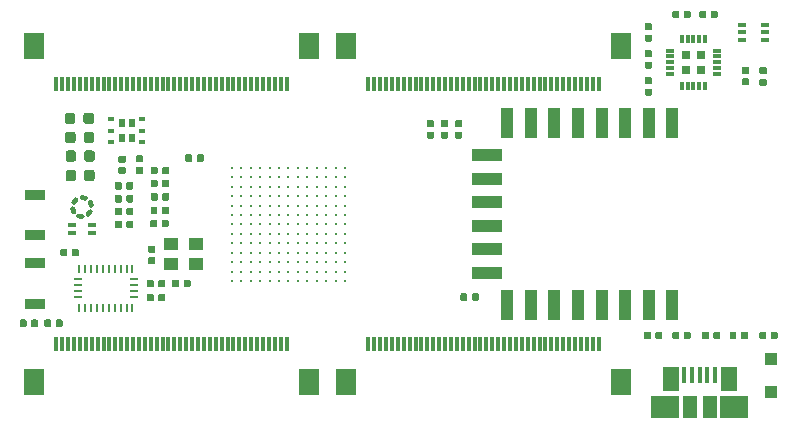
<source format=gbr>
G04 #@! TF.GenerationSoftware,KiCad,Pcbnew,5.0.0-rc3-unknown-14ce5182~65~ubuntu16.04.1*
G04 #@! TF.CreationDate,2018-08-12T21:53:15+02:00*
G04 #@! TF.ProjectId,roboy_sno,726F626F795F736E6F2E6B696361645F,rev?*
G04 #@! TF.SameCoordinates,Original*
G04 #@! TF.FileFunction,Paste,Top*
G04 #@! TF.FilePolarity,Positive*
%FSLAX46Y46*%
G04 Gerber Fmt 4.6, Leading zero omitted, Abs format (unit mm)*
G04 Created by KiCad (PCBNEW 5.0.0-rc3-unknown-14ce5182~65~ubuntu16.04.1) date Sun Aug 12 21:53:15 2018*
%MOMM*%
%LPD*%
G01*
G04 APERTURE LIST*
%ADD10C,0.450000*%
%ADD11R,0.450000X1.380000*%
%ADD12R,1.475000X2.100000*%
%ADD13R,2.375000X1.900000*%
%ADD14R,1.175000X1.900000*%
%ADD15C,0.100000*%
%ADD16C,0.590000*%
%ADD17R,0.650000X0.400000*%
%ADD18R,0.630000X0.450000*%
%ADD19R,0.510000X0.780000*%
%ADD20R,1.300000X1.100000*%
%ADD21C,0.320000*%
%ADD22R,0.730000X0.300000*%
%ADD23R,0.300000X0.730000*%
%ADD24R,0.750000X0.750000*%
%ADD25R,1.100000X2.500000*%
%ADD26R,2.500000X1.100000*%
%ADD27C,0.875000*%
%ADD28R,1.700000X0.900000*%
%ADD29R,0.300000X1.300000*%
%ADD30R,1.800000X2.200000*%
%ADD31R,1.100000X1.100000*%
%ADD32R,0.750000X0.450000*%
%ADD33R,0.675000X0.254000*%
%ADD34R,0.254000X0.675000*%
G04 APERTURE END LIST*
D10*
G04 #@! TO.C,U6*
X117377474Y-124511053D02*
G75*
G03X117652800Y-124559600I275326J756453D01*
G01*
X118170244Y-124371266D02*
G75*
G03X118349950Y-124157100I-517444J616666D01*
G01*
X118445570Y-123614813D02*
G75*
G03X118349950Y-123352100I-792770J-139787D01*
G01*
X117928126Y-122998147D02*
G75*
G03X117652800Y-122949600I-275326J-756453D01*
G01*
X117135356Y-123137934D02*
G75*
G03X116955650Y-123352100I517444J-616666D01*
G01*
X116860030Y-123894387D02*
G75*
G03X116955650Y-124157100I792770J139787D01*
G01*
G04 #@! TD*
D11*
G04 #@! TO.C,J7*
X168651400Y-137986000D03*
X169301400Y-137986000D03*
X169951400Y-137986000D03*
X170601400Y-137986000D03*
X171251400Y-137986000D03*
D12*
X167488900Y-138346000D03*
X172413900Y-138346000D03*
D13*
X167041400Y-140646000D03*
X172861400Y-140646000D03*
D14*
X169111400Y-140646000D03*
X170791400Y-140646000D03*
G04 #@! TD*
D15*
G04 #@! TO.C,C2*
G36*
X122703858Y-120358110D02*
X122718176Y-120360234D01*
X122732217Y-120363751D01*
X122745846Y-120368628D01*
X122758931Y-120374817D01*
X122771347Y-120382258D01*
X122782973Y-120390881D01*
X122793698Y-120400602D01*
X122803419Y-120411327D01*
X122812042Y-120422953D01*
X122819483Y-120435369D01*
X122825672Y-120448454D01*
X122830549Y-120462083D01*
X122834066Y-120476124D01*
X122836190Y-120490442D01*
X122836900Y-120504900D01*
X122836900Y-120799900D01*
X122836190Y-120814358D01*
X122834066Y-120828676D01*
X122830549Y-120842717D01*
X122825672Y-120856346D01*
X122819483Y-120869431D01*
X122812042Y-120881847D01*
X122803419Y-120893473D01*
X122793698Y-120904198D01*
X122782973Y-120913919D01*
X122771347Y-120922542D01*
X122758931Y-120929983D01*
X122745846Y-120936172D01*
X122732217Y-120941049D01*
X122718176Y-120944566D01*
X122703858Y-120946690D01*
X122689400Y-120947400D01*
X122344400Y-120947400D01*
X122329942Y-120946690D01*
X122315624Y-120944566D01*
X122301583Y-120941049D01*
X122287954Y-120936172D01*
X122274869Y-120929983D01*
X122262453Y-120922542D01*
X122250827Y-120913919D01*
X122240102Y-120904198D01*
X122230381Y-120893473D01*
X122221758Y-120881847D01*
X122214317Y-120869431D01*
X122208128Y-120856346D01*
X122203251Y-120842717D01*
X122199734Y-120828676D01*
X122197610Y-120814358D01*
X122196900Y-120799900D01*
X122196900Y-120504900D01*
X122197610Y-120490442D01*
X122199734Y-120476124D01*
X122203251Y-120462083D01*
X122208128Y-120448454D01*
X122214317Y-120435369D01*
X122221758Y-120422953D01*
X122230381Y-120411327D01*
X122240102Y-120400602D01*
X122250827Y-120390881D01*
X122262453Y-120382258D01*
X122274869Y-120374817D01*
X122287954Y-120368628D01*
X122301583Y-120363751D01*
X122315624Y-120360234D01*
X122329942Y-120358110D01*
X122344400Y-120357400D01*
X122689400Y-120357400D01*
X122703858Y-120358110D01*
X122703858Y-120358110D01*
G37*
D16*
X122516900Y-120652400D03*
D15*
G36*
X122703858Y-119388110D02*
X122718176Y-119390234D01*
X122732217Y-119393751D01*
X122745846Y-119398628D01*
X122758931Y-119404817D01*
X122771347Y-119412258D01*
X122782973Y-119420881D01*
X122793698Y-119430602D01*
X122803419Y-119441327D01*
X122812042Y-119452953D01*
X122819483Y-119465369D01*
X122825672Y-119478454D01*
X122830549Y-119492083D01*
X122834066Y-119506124D01*
X122836190Y-119520442D01*
X122836900Y-119534900D01*
X122836900Y-119829900D01*
X122836190Y-119844358D01*
X122834066Y-119858676D01*
X122830549Y-119872717D01*
X122825672Y-119886346D01*
X122819483Y-119899431D01*
X122812042Y-119911847D01*
X122803419Y-119923473D01*
X122793698Y-119934198D01*
X122782973Y-119943919D01*
X122771347Y-119952542D01*
X122758931Y-119959983D01*
X122745846Y-119966172D01*
X122732217Y-119971049D01*
X122718176Y-119974566D01*
X122703858Y-119976690D01*
X122689400Y-119977400D01*
X122344400Y-119977400D01*
X122329942Y-119976690D01*
X122315624Y-119974566D01*
X122301583Y-119971049D01*
X122287954Y-119966172D01*
X122274869Y-119959983D01*
X122262453Y-119952542D01*
X122250827Y-119943919D01*
X122240102Y-119934198D01*
X122230381Y-119923473D01*
X122221758Y-119911847D01*
X122214317Y-119899431D01*
X122208128Y-119886346D01*
X122203251Y-119872717D01*
X122199734Y-119858676D01*
X122197610Y-119844358D01*
X122196900Y-119829900D01*
X122196900Y-119534900D01*
X122197610Y-119520442D01*
X122199734Y-119506124D01*
X122203251Y-119492083D01*
X122208128Y-119478454D01*
X122214317Y-119465369D01*
X122221758Y-119452953D01*
X122230381Y-119441327D01*
X122240102Y-119430602D01*
X122250827Y-119420881D01*
X122262453Y-119412258D01*
X122274869Y-119404817D01*
X122287954Y-119398628D01*
X122301583Y-119393751D01*
X122315624Y-119390234D01*
X122329942Y-119388110D01*
X122344400Y-119387400D01*
X122689400Y-119387400D01*
X122703858Y-119388110D01*
X122703858Y-119388110D01*
G37*
D16*
X122516900Y-119682400D03*
G04 #@! TD*
D15*
G04 #@! TO.C,C3*
G36*
X121230658Y-119400810D02*
X121244976Y-119402934D01*
X121259017Y-119406451D01*
X121272646Y-119411328D01*
X121285731Y-119417517D01*
X121298147Y-119424958D01*
X121309773Y-119433581D01*
X121320498Y-119443302D01*
X121330219Y-119454027D01*
X121338842Y-119465653D01*
X121346283Y-119478069D01*
X121352472Y-119491154D01*
X121357349Y-119504783D01*
X121360866Y-119518824D01*
X121362990Y-119533142D01*
X121363700Y-119547600D01*
X121363700Y-119842600D01*
X121362990Y-119857058D01*
X121360866Y-119871376D01*
X121357349Y-119885417D01*
X121352472Y-119899046D01*
X121346283Y-119912131D01*
X121338842Y-119924547D01*
X121330219Y-119936173D01*
X121320498Y-119946898D01*
X121309773Y-119956619D01*
X121298147Y-119965242D01*
X121285731Y-119972683D01*
X121272646Y-119978872D01*
X121259017Y-119983749D01*
X121244976Y-119987266D01*
X121230658Y-119989390D01*
X121216200Y-119990100D01*
X120871200Y-119990100D01*
X120856742Y-119989390D01*
X120842424Y-119987266D01*
X120828383Y-119983749D01*
X120814754Y-119978872D01*
X120801669Y-119972683D01*
X120789253Y-119965242D01*
X120777627Y-119956619D01*
X120766902Y-119946898D01*
X120757181Y-119936173D01*
X120748558Y-119924547D01*
X120741117Y-119912131D01*
X120734928Y-119899046D01*
X120730051Y-119885417D01*
X120726534Y-119871376D01*
X120724410Y-119857058D01*
X120723700Y-119842600D01*
X120723700Y-119547600D01*
X120724410Y-119533142D01*
X120726534Y-119518824D01*
X120730051Y-119504783D01*
X120734928Y-119491154D01*
X120741117Y-119478069D01*
X120748558Y-119465653D01*
X120757181Y-119454027D01*
X120766902Y-119443302D01*
X120777627Y-119433581D01*
X120789253Y-119424958D01*
X120801669Y-119417517D01*
X120814754Y-119411328D01*
X120828383Y-119406451D01*
X120842424Y-119402934D01*
X120856742Y-119400810D01*
X120871200Y-119400100D01*
X121216200Y-119400100D01*
X121230658Y-119400810D01*
X121230658Y-119400810D01*
G37*
D16*
X121043700Y-119695100D03*
D15*
G36*
X121230658Y-120370810D02*
X121244976Y-120372934D01*
X121259017Y-120376451D01*
X121272646Y-120381328D01*
X121285731Y-120387517D01*
X121298147Y-120394958D01*
X121309773Y-120403581D01*
X121320498Y-120413302D01*
X121330219Y-120424027D01*
X121338842Y-120435653D01*
X121346283Y-120448069D01*
X121352472Y-120461154D01*
X121357349Y-120474783D01*
X121360866Y-120488824D01*
X121362990Y-120503142D01*
X121363700Y-120517600D01*
X121363700Y-120812600D01*
X121362990Y-120827058D01*
X121360866Y-120841376D01*
X121357349Y-120855417D01*
X121352472Y-120869046D01*
X121346283Y-120882131D01*
X121338842Y-120894547D01*
X121330219Y-120906173D01*
X121320498Y-120916898D01*
X121309773Y-120926619D01*
X121298147Y-120935242D01*
X121285731Y-120942683D01*
X121272646Y-120948872D01*
X121259017Y-120953749D01*
X121244976Y-120957266D01*
X121230658Y-120959390D01*
X121216200Y-120960100D01*
X120871200Y-120960100D01*
X120856742Y-120959390D01*
X120842424Y-120957266D01*
X120828383Y-120953749D01*
X120814754Y-120948872D01*
X120801669Y-120942683D01*
X120789253Y-120935242D01*
X120777627Y-120926619D01*
X120766902Y-120916898D01*
X120757181Y-120906173D01*
X120748558Y-120894547D01*
X120741117Y-120882131D01*
X120734928Y-120869046D01*
X120730051Y-120855417D01*
X120726534Y-120841376D01*
X120724410Y-120827058D01*
X120723700Y-120812600D01*
X120723700Y-120517600D01*
X120724410Y-120503142D01*
X120726534Y-120488824D01*
X120730051Y-120474783D01*
X120734928Y-120461154D01*
X120741117Y-120448069D01*
X120748558Y-120435653D01*
X120757181Y-120424027D01*
X120766902Y-120413302D01*
X120777627Y-120403581D01*
X120789253Y-120394958D01*
X120801669Y-120387517D01*
X120814754Y-120381328D01*
X120828383Y-120376451D01*
X120842424Y-120372934D01*
X120856742Y-120370810D01*
X120871200Y-120370100D01*
X121216200Y-120370100D01*
X121230658Y-120370810D01*
X121230658Y-120370810D01*
G37*
D16*
X121043700Y-120665100D03*
G04 #@! TD*
D15*
G04 #@! TO.C,C4*
G36*
X176414958Y-134300710D02*
X176429276Y-134302834D01*
X176443317Y-134306351D01*
X176456946Y-134311228D01*
X176470031Y-134317417D01*
X176482447Y-134324858D01*
X176494073Y-134333481D01*
X176504798Y-134343202D01*
X176514519Y-134353927D01*
X176523142Y-134365553D01*
X176530583Y-134377969D01*
X176536772Y-134391054D01*
X176541649Y-134404683D01*
X176545166Y-134418724D01*
X176547290Y-134433042D01*
X176548000Y-134447500D01*
X176548000Y-134792500D01*
X176547290Y-134806958D01*
X176545166Y-134821276D01*
X176541649Y-134835317D01*
X176536772Y-134848946D01*
X176530583Y-134862031D01*
X176523142Y-134874447D01*
X176514519Y-134886073D01*
X176504798Y-134896798D01*
X176494073Y-134906519D01*
X176482447Y-134915142D01*
X176470031Y-134922583D01*
X176456946Y-134928772D01*
X176443317Y-134933649D01*
X176429276Y-134937166D01*
X176414958Y-134939290D01*
X176400500Y-134940000D01*
X176105500Y-134940000D01*
X176091042Y-134939290D01*
X176076724Y-134937166D01*
X176062683Y-134933649D01*
X176049054Y-134928772D01*
X176035969Y-134922583D01*
X176023553Y-134915142D01*
X176011927Y-134906519D01*
X176001202Y-134896798D01*
X175991481Y-134886073D01*
X175982858Y-134874447D01*
X175975417Y-134862031D01*
X175969228Y-134848946D01*
X175964351Y-134835317D01*
X175960834Y-134821276D01*
X175958710Y-134806958D01*
X175958000Y-134792500D01*
X175958000Y-134447500D01*
X175958710Y-134433042D01*
X175960834Y-134418724D01*
X175964351Y-134404683D01*
X175969228Y-134391054D01*
X175975417Y-134377969D01*
X175982858Y-134365553D01*
X175991481Y-134353927D01*
X176001202Y-134343202D01*
X176011927Y-134333481D01*
X176023553Y-134324858D01*
X176035969Y-134317417D01*
X176049054Y-134311228D01*
X176062683Y-134306351D01*
X176076724Y-134302834D01*
X176091042Y-134300710D01*
X176105500Y-134300000D01*
X176400500Y-134300000D01*
X176414958Y-134300710D01*
X176414958Y-134300710D01*
G37*
D16*
X176253000Y-134620000D03*
D15*
G36*
X175444958Y-134300710D02*
X175459276Y-134302834D01*
X175473317Y-134306351D01*
X175486946Y-134311228D01*
X175500031Y-134317417D01*
X175512447Y-134324858D01*
X175524073Y-134333481D01*
X175534798Y-134343202D01*
X175544519Y-134353927D01*
X175553142Y-134365553D01*
X175560583Y-134377969D01*
X175566772Y-134391054D01*
X175571649Y-134404683D01*
X175575166Y-134418724D01*
X175577290Y-134433042D01*
X175578000Y-134447500D01*
X175578000Y-134792500D01*
X175577290Y-134806958D01*
X175575166Y-134821276D01*
X175571649Y-134835317D01*
X175566772Y-134848946D01*
X175560583Y-134862031D01*
X175553142Y-134874447D01*
X175544519Y-134886073D01*
X175534798Y-134896798D01*
X175524073Y-134906519D01*
X175512447Y-134915142D01*
X175500031Y-134922583D01*
X175486946Y-134928772D01*
X175473317Y-134933649D01*
X175459276Y-134937166D01*
X175444958Y-134939290D01*
X175430500Y-134940000D01*
X175135500Y-134940000D01*
X175121042Y-134939290D01*
X175106724Y-134937166D01*
X175092683Y-134933649D01*
X175079054Y-134928772D01*
X175065969Y-134922583D01*
X175053553Y-134915142D01*
X175041927Y-134906519D01*
X175031202Y-134896798D01*
X175021481Y-134886073D01*
X175012858Y-134874447D01*
X175005417Y-134862031D01*
X174999228Y-134848946D01*
X174994351Y-134835317D01*
X174990834Y-134821276D01*
X174988710Y-134806958D01*
X174988000Y-134792500D01*
X174988000Y-134447500D01*
X174988710Y-134433042D01*
X174990834Y-134418724D01*
X174994351Y-134404683D01*
X174999228Y-134391054D01*
X175005417Y-134377969D01*
X175012858Y-134365553D01*
X175021481Y-134353927D01*
X175031202Y-134343202D01*
X175041927Y-134333481D01*
X175053553Y-134324858D01*
X175065969Y-134317417D01*
X175079054Y-134311228D01*
X175092683Y-134306351D01*
X175106724Y-134302834D01*
X175121042Y-134300710D01*
X175135500Y-134300000D01*
X175430500Y-134300000D01*
X175444958Y-134300710D01*
X175444958Y-134300710D01*
G37*
D16*
X175283000Y-134620000D03*
G04 #@! TD*
D15*
G04 #@! TO.C,C5*
G36*
X165794958Y-113728710D02*
X165809276Y-113730834D01*
X165823317Y-113734351D01*
X165836946Y-113739228D01*
X165850031Y-113745417D01*
X165862447Y-113752858D01*
X165874073Y-113761481D01*
X165884798Y-113771202D01*
X165894519Y-113781927D01*
X165903142Y-113793553D01*
X165910583Y-113805969D01*
X165916772Y-113819054D01*
X165921649Y-113832683D01*
X165925166Y-113846724D01*
X165927290Y-113861042D01*
X165928000Y-113875500D01*
X165928000Y-114170500D01*
X165927290Y-114184958D01*
X165925166Y-114199276D01*
X165921649Y-114213317D01*
X165916772Y-114226946D01*
X165910583Y-114240031D01*
X165903142Y-114252447D01*
X165894519Y-114264073D01*
X165884798Y-114274798D01*
X165874073Y-114284519D01*
X165862447Y-114293142D01*
X165850031Y-114300583D01*
X165836946Y-114306772D01*
X165823317Y-114311649D01*
X165809276Y-114315166D01*
X165794958Y-114317290D01*
X165780500Y-114318000D01*
X165435500Y-114318000D01*
X165421042Y-114317290D01*
X165406724Y-114315166D01*
X165392683Y-114311649D01*
X165379054Y-114306772D01*
X165365969Y-114300583D01*
X165353553Y-114293142D01*
X165341927Y-114284519D01*
X165331202Y-114274798D01*
X165321481Y-114264073D01*
X165312858Y-114252447D01*
X165305417Y-114240031D01*
X165299228Y-114226946D01*
X165294351Y-114213317D01*
X165290834Y-114199276D01*
X165288710Y-114184958D01*
X165288000Y-114170500D01*
X165288000Y-113875500D01*
X165288710Y-113861042D01*
X165290834Y-113846724D01*
X165294351Y-113832683D01*
X165299228Y-113819054D01*
X165305417Y-113805969D01*
X165312858Y-113793553D01*
X165321481Y-113781927D01*
X165331202Y-113771202D01*
X165341927Y-113761481D01*
X165353553Y-113752858D01*
X165365969Y-113745417D01*
X165379054Y-113739228D01*
X165392683Y-113734351D01*
X165406724Y-113730834D01*
X165421042Y-113728710D01*
X165435500Y-113728000D01*
X165780500Y-113728000D01*
X165794958Y-113728710D01*
X165794958Y-113728710D01*
G37*
D16*
X165608000Y-114023000D03*
D15*
G36*
X165794958Y-112758710D02*
X165809276Y-112760834D01*
X165823317Y-112764351D01*
X165836946Y-112769228D01*
X165850031Y-112775417D01*
X165862447Y-112782858D01*
X165874073Y-112791481D01*
X165884798Y-112801202D01*
X165894519Y-112811927D01*
X165903142Y-112823553D01*
X165910583Y-112835969D01*
X165916772Y-112849054D01*
X165921649Y-112862683D01*
X165925166Y-112876724D01*
X165927290Y-112891042D01*
X165928000Y-112905500D01*
X165928000Y-113200500D01*
X165927290Y-113214958D01*
X165925166Y-113229276D01*
X165921649Y-113243317D01*
X165916772Y-113256946D01*
X165910583Y-113270031D01*
X165903142Y-113282447D01*
X165894519Y-113294073D01*
X165884798Y-113304798D01*
X165874073Y-113314519D01*
X165862447Y-113323142D01*
X165850031Y-113330583D01*
X165836946Y-113336772D01*
X165823317Y-113341649D01*
X165809276Y-113345166D01*
X165794958Y-113347290D01*
X165780500Y-113348000D01*
X165435500Y-113348000D01*
X165421042Y-113347290D01*
X165406724Y-113345166D01*
X165392683Y-113341649D01*
X165379054Y-113336772D01*
X165365969Y-113330583D01*
X165353553Y-113323142D01*
X165341927Y-113314519D01*
X165331202Y-113304798D01*
X165321481Y-113294073D01*
X165312858Y-113282447D01*
X165305417Y-113270031D01*
X165299228Y-113256946D01*
X165294351Y-113243317D01*
X165290834Y-113229276D01*
X165288710Y-113214958D01*
X165288000Y-113200500D01*
X165288000Y-112905500D01*
X165288710Y-112891042D01*
X165290834Y-112876724D01*
X165294351Y-112862683D01*
X165299228Y-112849054D01*
X165305417Y-112835969D01*
X165312858Y-112823553D01*
X165321481Y-112811927D01*
X165331202Y-112801202D01*
X165341927Y-112791481D01*
X165353553Y-112782858D01*
X165365969Y-112775417D01*
X165379054Y-112769228D01*
X165392683Y-112764351D01*
X165406724Y-112760834D01*
X165421042Y-112758710D01*
X165435500Y-112758000D01*
X165780500Y-112758000D01*
X165794958Y-112758710D01*
X165794958Y-112758710D01*
G37*
D16*
X165608000Y-113053000D03*
G04 #@! TD*
D15*
G04 #@! TO.C,C6*
G36*
X165794958Y-108186710D02*
X165809276Y-108188834D01*
X165823317Y-108192351D01*
X165836946Y-108197228D01*
X165850031Y-108203417D01*
X165862447Y-108210858D01*
X165874073Y-108219481D01*
X165884798Y-108229202D01*
X165894519Y-108239927D01*
X165903142Y-108251553D01*
X165910583Y-108263969D01*
X165916772Y-108277054D01*
X165921649Y-108290683D01*
X165925166Y-108304724D01*
X165927290Y-108319042D01*
X165928000Y-108333500D01*
X165928000Y-108628500D01*
X165927290Y-108642958D01*
X165925166Y-108657276D01*
X165921649Y-108671317D01*
X165916772Y-108684946D01*
X165910583Y-108698031D01*
X165903142Y-108710447D01*
X165894519Y-108722073D01*
X165884798Y-108732798D01*
X165874073Y-108742519D01*
X165862447Y-108751142D01*
X165850031Y-108758583D01*
X165836946Y-108764772D01*
X165823317Y-108769649D01*
X165809276Y-108773166D01*
X165794958Y-108775290D01*
X165780500Y-108776000D01*
X165435500Y-108776000D01*
X165421042Y-108775290D01*
X165406724Y-108773166D01*
X165392683Y-108769649D01*
X165379054Y-108764772D01*
X165365969Y-108758583D01*
X165353553Y-108751142D01*
X165341927Y-108742519D01*
X165331202Y-108732798D01*
X165321481Y-108722073D01*
X165312858Y-108710447D01*
X165305417Y-108698031D01*
X165299228Y-108684946D01*
X165294351Y-108671317D01*
X165290834Y-108657276D01*
X165288710Y-108642958D01*
X165288000Y-108628500D01*
X165288000Y-108333500D01*
X165288710Y-108319042D01*
X165290834Y-108304724D01*
X165294351Y-108290683D01*
X165299228Y-108277054D01*
X165305417Y-108263969D01*
X165312858Y-108251553D01*
X165321481Y-108239927D01*
X165331202Y-108229202D01*
X165341927Y-108219481D01*
X165353553Y-108210858D01*
X165365969Y-108203417D01*
X165379054Y-108197228D01*
X165392683Y-108192351D01*
X165406724Y-108188834D01*
X165421042Y-108186710D01*
X165435500Y-108186000D01*
X165780500Y-108186000D01*
X165794958Y-108186710D01*
X165794958Y-108186710D01*
G37*
D16*
X165608000Y-108481000D03*
D15*
G36*
X165794958Y-109156710D02*
X165809276Y-109158834D01*
X165823317Y-109162351D01*
X165836946Y-109167228D01*
X165850031Y-109173417D01*
X165862447Y-109180858D01*
X165874073Y-109189481D01*
X165884798Y-109199202D01*
X165894519Y-109209927D01*
X165903142Y-109221553D01*
X165910583Y-109233969D01*
X165916772Y-109247054D01*
X165921649Y-109260683D01*
X165925166Y-109274724D01*
X165927290Y-109289042D01*
X165928000Y-109303500D01*
X165928000Y-109598500D01*
X165927290Y-109612958D01*
X165925166Y-109627276D01*
X165921649Y-109641317D01*
X165916772Y-109654946D01*
X165910583Y-109668031D01*
X165903142Y-109680447D01*
X165894519Y-109692073D01*
X165884798Y-109702798D01*
X165874073Y-109712519D01*
X165862447Y-109721142D01*
X165850031Y-109728583D01*
X165836946Y-109734772D01*
X165823317Y-109739649D01*
X165809276Y-109743166D01*
X165794958Y-109745290D01*
X165780500Y-109746000D01*
X165435500Y-109746000D01*
X165421042Y-109745290D01*
X165406724Y-109743166D01*
X165392683Y-109739649D01*
X165379054Y-109734772D01*
X165365969Y-109728583D01*
X165353553Y-109721142D01*
X165341927Y-109712519D01*
X165331202Y-109702798D01*
X165321481Y-109692073D01*
X165312858Y-109680447D01*
X165305417Y-109668031D01*
X165299228Y-109654946D01*
X165294351Y-109641317D01*
X165290834Y-109627276D01*
X165288710Y-109612958D01*
X165288000Y-109598500D01*
X165288000Y-109303500D01*
X165288710Y-109289042D01*
X165290834Y-109274724D01*
X165294351Y-109260683D01*
X165299228Y-109247054D01*
X165305417Y-109233969D01*
X165312858Y-109221553D01*
X165321481Y-109209927D01*
X165331202Y-109199202D01*
X165341927Y-109189481D01*
X165353553Y-109180858D01*
X165365969Y-109173417D01*
X165379054Y-109167228D01*
X165392683Y-109162351D01*
X165406724Y-109158834D01*
X165421042Y-109156710D01*
X165435500Y-109156000D01*
X165780500Y-109156000D01*
X165794958Y-109156710D01*
X165794958Y-109156710D01*
G37*
D16*
X165608000Y-109451000D03*
G04 #@! TD*
D15*
G04 #@! TO.C,C7*
G36*
X169048958Y-134300710D02*
X169063276Y-134302834D01*
X169077317Y-134306351D01*
X169090946Y-134311228D01*
X169104031Y-134317417D01*
X169116447Y-134324858D01*
X169128073Y-134333481D01*
X169138798Y-134343202D01*
X169148519Y-134353927D01*
X169157142Y-134365553D01*
X169164583Y-134377969D01*
X169170772Y-134391054D01*
X169175649Y-134404683D01*
X169179166Y-134418724D01*
X169181290Y-134433042D01*
X169182000Y-134447500D01*
X169182000Y-134792500D01*
X169181290Y-134806958D01*
X169179166Y-134821276D01*
X169175649Y-134835317D01*
X169170772Y-134848946D01*
X169164583Y-134862031D01*
X169157142Y-134874447D01*
X169148519Y-134886073D01*
X169138798Y-134896798D01*
X169128073Y-134906519D01*
X169116447Y-134915142D01*
X169104031Y-134922583D01*
X169090946Y-134928772D01*
X169077317Y-134933649D01*
X169063276Y-134937166D01*
X169048958Y-134939290D01*
X169034500Y-134940000D01*
X168739500Y-134940000D01*
X168725042Y-134939290D01*
X168710724Y-134937166D01*
X168696683Y-134933649D01*
X168683054Y-134928772D01*
X168669969Y-134922583D01*
X168657553Y-134915142D01*
X168645927Y-134906519D01*
X168635202Y-134896798D01*
X168625481Y-134886073D01*
X168616858Y-134874447D01*
X168609417Y-134862031D01*
X168603228Y-134848946D01*
X168598351Y-134835317D01*
X168594834Y-134821276D01*
X168592710Y-134806958D01*
X168592000Y-134792500D01*
X168592000Y-134447500D01*
X168592710Y-134433042D01*
X168594834Y-134418724D01*
X168598351Y-134404683D01*
X168603228Y-134391054D01*
X168609417Y-134377969D01*
X168616858Y-134365553D01*
X168625481Y-134353927D01*
X168635202Y-134343202D01*
X168645927Y-134333481D01*
X168657553Y-134324858D01*
X168669969Y-134317417D01*
X168683054Y-134311228D01*
X168696683Y-134306351D01*
X168710724Y-134302834D01*
X168725042Y-134300710D01*
X168739500Y-134300000D01*
X169034500Y-134300000D01*
X169048958Y-134300710D01*
X169048958Y-134300710D01*
G37*
D16*
X168887000Y-134620000D03*
D15*
G36*
X168078958Y-134300710D02*
X168093276Y-134302834D01*
X168107317Y-134306351D01*
X168120946Y-134311228D01*
X168134031Y-134317417D01*
X168146447Y-134324858D01*
X168158073Y-134333481D01*
X168168798Y-134343202D01*
X168178519Y-134353927D01*
X168187142Y-134365553D01*
X168194583Y-134377969D01*
X168200772Y-134391054D01*
X168205649Y-134404683D01*
X168209166Y-134418724D01*
X168211290Y-134433042D01*
X168212000Y-134447500D01*
X168212000Y-134792500D01*
X168211290Y-134806958D01*
X168209166Y-134821276D01*
X168205649Y-134835317D01*
X168200772Y-134848946D01*
X168194583Y-134862031D01*
X168187142Y-134874447D01*
X168178519Y-134886073D01*
X168168798Y-134896798D01*
X168158073Y-134906519D01*
X168146447Y-134915142D01*
X168134031Y-134922583D01*
X168120946Y-134928772D01*
X168107317Y-134933649D01*
X168093276Y-134937166D01*
X168078958Y-134939290D01*
X168064500Y-134940000D01*
X167769500Y-134940000D01*
X167755042Y-134939290D01*
X167740724Y-134937166D01*
X167726683Y-134933649D01*
X167713054Y-134928772D01*
X167699969Y-134922583D01*
X167687553Y-134915142D01*
X167675927Y-134906519D01*
X167665202Y-134896798D01*
X167655481Y-134886073D01*
X167646858Y-134874447D01*
X167639417Y-134862031D01*
X167633228Y-134848946D01*
X167628351Y-134835317D01*
X167624834Y-134821276D01*
X167622710Y-134806958D01*
X167622000Y-134792500D01*
X167622000Y-134447500D01*
X167622710Y-134433042D01*
X167624834Y-134418724D01*
X167628351Y-134404683D01*
X167633228Y-134391054D01*
X167639417Y-134377969D01*
X167646858Y-134365553D01*
X167655481Y-134353927D01*
X167665202Y-134343202D01*
X167675927Y-134333481D01*
X167687553Y-134324858D01*
X167699969Y-134317417D01*
X167713054Y-134311228D01*
X167726683Y-134306351D01*
X167740724Y-134302834D01*
X167755042Y-134300710D01*
X167769500Y-134300000D01*
X168064500Y-134300000D01*
X168078958Y-134300710D01*
X168078958Y-134300710D01*
G37*
D16*
X167917000Y-134620000D03*
G04 #@! TD*
D15*
G04 #@! TO.C,L1*
G36*
X165794958Y-111442710D02*
X165809276Y-111444834D01*
X165823317Y-111448351D01*
X165836946Y-111453228D01*
X165850031Y-111459417D01*
X165862447Y-111466858D01*
X165874073Y-111475481D01*
X165884798Y-111485202D01*
X165894519Y-111495927D01*
X165903142Y-111507553D01*
X165910583Y-111519969D01*
X165916772Y-111533054D01*
X165921649Y-111546683D01*
X165925166Y-111560724D01*
X165927290Y-111575042D01*
X165928000Y-111589500D01*
X165928000Y-111884500D01*
X165927290Y-111898958D01*
X165925166Y-111913276D01*
X165921649Y-111927317D01*
X165916772Y-111940946D01*
X165910583Y-111954031D01*
X165903142Y-111966447D01*
X165894519Y-111978073D01*
X165884798Y-111988798D01*
X165874073Y-111998519D01*
X165862447Y-112007142D01*
X165850031Y-112014583D01*
X165836946Y-112020772D01*
X165823317Y-112025649D01*
X165809276Y-112029166D01*
X165794958Y-112031290D01*
X165780500Y-112032000D01*
X165435500Y-112032000D01*
X165421042Y-112031290D01*
X165406724Y-112029166D01*
X165392683Y-112025649D01*
X165379054Y-112020772D01*
X165365969Y-112014583D01*
X165353553Y-112007142D01*
X165341927Y-111998519D01*
X165331202Y-111988798D01*
X165321481Y-111978073D01*
X165312858Y-111966447D01*
X165305417Y-111954031D01*
X165299228Y-111940946D01*
X165294351Y-111927317D01*
X165290834Y-111913276D01*
X165288710Y-111898958D01*
X165288000Y-111884500D01*
X165288000Y-111589500D01*
X165288710Y-111575042D01*
X165290834Y-111560724D01*
X165294351Y-111546683D01*
X165299228Y-111533054D01*
X165305417Y-111519969D01*
X165312858Y-111507553D01*
X165321481Y-111495927D01*
X165331202Y-111485202D01*
X165341927Y-111475481D01*
X165353553Y-111466858D01*
X165365969Y-111459417D01*
X165379054Y-111453228D01*
X165392683Y-111448351D01*
X165406724Y-111444834D01*
X165421042Y-111442710D01*
X165435500Y-111442000D01*
X165780500Y-111442000D01*
X165794958Y-111442710D01*
X165794958Y-111442710D01*
G37*
D16*
X165608000Y-111737000D03*
D15*
G36*
X165794958Y-110472710D02*
X165809276Y-110474834D01*
X165823317Y-110478351D01*
X165836946Y-110483228D01*
X165850031Y-110489417D01*
X165862447Y-110496858D01*
X165874073Y-110505481D01*
X165884798Y-110515202D01*
X165894519Y-110525927D01*
X165903142Y-110537553D01*
X165910583Y-110549969D01*
X165916772Y-110563054D01*
X165921649Y-110576683D01*
X165925166Y-110590724D01*
X165927290Y-110605042D01*
X165928000Y-110619500D01*
X165928000Y-110914500D01*
X165927290Y-110928958D01*
X165925166Y-110943276D01*
X165921649Y-110957317D01*
X165916772Y-110970946D01*
X165910583Y-110984031D01*
X165903142Y-110996447D01*
X165894519Y-111008073D01*
X165884798Y-111018798D01*
X165874073Y-111028519D01*
X165862447Y-111037142D01*
X165850031Y-111044583D01*
X165836946Y-111050772D01*
X165823317Y-111055649D01*
X165809276Y-111059166D01*
X165794958Y-111061290D01*
X165780500Y-111062000D01*
X165435500Y-111062000D01*
X165421042Y-111061290D01*
X165406724Y-111059166D01*
X165392683Y-111055649D01*
X165379054Y-111050772D01*
X165365969Y-111044583D01*
X165353553Y-111037142D01*
X165341927Y-111028519D01*
X165331202Y-111018798D01*
X165321481Y-111008073D01*
X165312858Y-110996447D01*
X165305417Y-110984031D01*
X165299228Y-110970946D01*
X165294351Y-110957317D01*
X165290834Y-110943276D01*
X165288710Y-110928958D01*
X165288000Y-110914500D01*
X165288000Y-110619500D01*
X165288710Y-110605042D01*
X165290834Y-110590724D01*
X165294351Y-110576683D01*
X165299228Y-110563054D01*
X165305417Y-110549969D01*
X165312858Y-110537553D01*
X165321481Y-110525927D01*
X165331202Y-110515202D01*
X165341927Y-110505481D01*
X165353553Y-110496858D01*
X165365969Y-110489417D01*
X165379054Y-110483228D01*
X165392683Y-110478351D01*
X165406724Y-110474834D01*
X165421042Y-110472710D01*
X165435500Y-110472000D01*
X165780500Y-110472000D01*
X165794958Y-110472710D01*
X165794958Y-110472710D01*
G37*
D16*
X165608000Y-110767000D03*
G04 #@! TD*
D17*
G04 #@! TO.C,Q1*
X173548000Y-108316000D03*
X173548000Y-109616000D03*
X175448000Y-108966000D03*
X173548000Y-108966000D03*
X175448000Y-109616000D03*
X175448000Y-108316000D03*
G04 #@! TD*
D15*
G04 #@! TO.C,R1*
G36*
X123933758Y-122565910D02*
X123948076Y-122568034D01*
X123962117Y-122571551D01*
X123975746Y-122576428D01*
X123988831Y-122582617D01*
X124001247Y-122590058D01*
X124012873Y-122598681D01*
X124023598Y-122608402D01*
X124033319Y-122619127D01*
X124041942Y-122630753D01*
X124049383Y-122643169D01*
X124055572Y-122656254D01*
X124060449Y-122669883D01*
X124063966Y-122683924D01*
X124066090Y-122698242D01*
X124066800Y-122712700D01*
X124066800Y-123057700D01*
X124066090Y-123072158D01*
X124063966Y-123086476D01*
X124060449Y-123100517D01*
X124055572Y-123114146D01*
X124049383Y-123127231D01*
X124041942Y-123139647D01*
X124033319Y-123151273D01*
X124023598Y-123161998D01*
X124012873Y-123171719D01*
X124001247Y-123180342D01*
X123988831Y-123187783D01*
X123975746Y-123193972D01*
X123962117Y-123198849D01*
X123948076Y-123202366D01*
X123933758Y-123204490D01*
X123919300Y-123205200D01*
X123624300Y-123205200D01*
X123609842Y-123204490D01*
X123595524Y-123202366D01*
X123581483Y-123198849D01*
X123567854Y-123193972D01*
X123554769Y-123187783D01*
X123542353Y-123180342D01*
X123530727Y-123171719D01*
X123520002Y-123161998D01*
X123510281Y-123151273D01*
X123501658Y-123139647D01*
X123494217Y-123127231D01*
X123488028Y-123114146D01*
X123483151Y-123100517D01*
X123479634Y-123086476D01*
X123477510Y-123072158D01*
X123476800Y-123057700D01*
X123476800Y-122712700D01*
X123477510Y-122698242D01*
X123479634Y-122683924D01*
X123483151Y-122669883D01*
X123488028Y-122656254D01*
X123494217Y-122643169D01*
X123501658Y-122630753D01*
X123510281Y-122619127D01*
X123520002Y-122608402D01*
X123530727Y-122598681D01*
X123542353Y-122590058D01*
X123554769Y-122582617D01*
X123567854Y-122576428D01*
X123581483Y-122571551D01*
X123595524Y-122568034D01*
X123609842Y-122565910D01*
X123624300Y-122565200D01*
X123919300Y-122565200D01*
X123933758Y-122565910D01*
X123933758Y-122565910D01*
G37*
D16*
X123771800Y-122885200D03*
D15*
G36*
X124903758Y-122565910D02*
X124918076Y-122568034D01*
X124932117Y-122571551D01*
X124945746Y-122576428D01*
X124958831Y-122582617D01*
X124971247Y-122590058D01*
X124982873Y-122598681D01*
X124993598Y-122608402D01*
X125003319Y-122619127D01*
X125011942Y-122630753D01*
X125019383Y-122643169D01*
X125025572Y-122656254D01*
X125030449Y-122669883D01*
X125033966Y-122683924D01*
X125036090Y-122698242D01*
X125036800Y-122712700D01*
X125036800Y-123057700D01*
X125036090Y-123072158D01*
X125033966Y-123086476D01*
X125030449Y-123100517D01*
X125025572Y-123114146D01*
X125019383Y-123127231D01*
X125011942Y-123139647D01*
X125003319Y-123151273D01*
X124993598Y-123161998D01*
X124982873Y-123171719D01*
X124971247Y-123180342D01*
X124958831Y-123187783D01*
X124945746Y-123193972D01*
X124932117Y-123198849D01*
X124918076Y-123202366D01*
X124903758Y-123204490D01*
X124889300Y-123205200D01*
X124594300Y-123205200D01*
X124579842Y-123204490D01*
X124565524Y-123202366D01*
X124551483Y-123198849D01*
X124537854Y-123193972D01*
X124524769Y-123187783D01*
X124512353Y-123180342D01*
X124500727Y-123171719D01*
X124490002Y-123161998D01*
X124480281Y-123151273D01*
X124471658Y-123139647D01*
X124464217Y-123127231D01*
X124458028Y-123114146D01*
X124453151Y-123100517D01*
X124449634Y-123086476D01*
X124447510Y-123072158D01*
X124446800Y-123057700D01*
X124446800Y-122712700D01*
X124447510Y-122698242D01*
X124449634Y-122683924D01*
X124453151Y-122669883D01*
X124458028Y-122656254D01*
X124464217Y-122643169D01*
X124471658Y-122630753D01*
X124480281Y-122619127D01*
X124490002Y-122608402D01*
X124500727Y-122598681D01*
X124512353Y-122590058D01*
X124524769Y-122582617D01*
X124537854Y-122576428D01*
X124551483Y-122571551D01*
X124565524Y-122568034D01*
X124579842Y-122565910D01*
X124594300Y-122565200D01*
X124889300Y-122565200D01*
X124903758Y-122565910D01*
X124903758Y-122565910D01*
G37*
D16*
X124741800Y-122885200D03*
G04 #@! TD*
D15*
G04 #@! TO.C,R2*
G36*
X123882958Y-124826510D02*
X123897276Y-124828634D01*
X123911317Y-124832151D01*
X123924946Y-124837028D01*
X123938031Y-124843217D01*
X123950447Y-124850658D01*
X123962073Y-124859281D01*
X123972798Y-124869002D01*
X123982519Y-124879727D01*
X123991142Y-124891353D01*
X123998583Y-124903769D01*
X124004772Y-124916854D01*
X124009649Y-124930483D01*
X124013166Y-124944524D01*
X124015290Y-124958842D01*
X124016000Y-124973300D01*
X124016000Y-125318300D01*
X124015290Y-125332758D01*
X124013166Y-125347076D01*
X124009649Y-125361117D01*
X124004772Y-125374746D01*
X123998583Y-125387831D01*
X123991142Y-125400247D01*
X123982519Y-125411873D01*
X123972798Y-125422598D01*
X123962073Y-125432319D01*
X123950447Y-125440942D01*
X123938031Y-125448383D01*
X123924946Y-125454572D01*
X123911317Y-125459449D01*
X123897276Y-125462966D01*
X123882958Y-125465090D01*
X123868500Y-125465800D01*
X123573500Y-125465800D01*
X123559042Y-125465090D01*
X123544724Y-125462966D01*
X123530683Y-125459449D01*
X123517054Y-125454572D01*
X123503969Y-125448383D01*
X123491553Y-125440942D01*
X123479927Y-125432319D01*
X123469202Y-125422598D01*
X123459481Y-125411873D01*
X123450858Y-125400247D01*
X123443417Y-125387831D01*
X123437228Y-125374746D01*
X123432351Y-125361117D01*
X123428834Y-125347076D01*
X123426710Y-125332758D01*
X123426000Y-125318300D01*
X123426000Y-124973300D01*
X123426710Y-124958842D01*
X123428834Y-124944524D01*
X123432351Y-124930483D01*
X123437228Y-124916854D01*
X123443417Y-124903769D01*
X123450858Y-124891353D01*
X123459481Y-124879727D01*
X123469202Y-124869002D01*
X123479927Y-124859281D01*
X123491553Y-124850658D01*
X123503969Y-124843217D01*
X123517054Y-124837028D01*
X123530683Y-124832151D01*
X123544724Y-124828634D01*
X123559042Y-124826510D01*
X123573500Y-124825800D01*
X123868500Y-124825800D01*
X123882958Y-124826510D01*
X123882958Y-124826510D01*
G37*
D16*
X123721000Y-125145800D03*
D15*
G36*
X124852958Y-124826510D02*
X124867276Y-124828634D01*
X124881317Y-124832151D01*
X124894946Y-124837028D01*
X124908031Y-124843217D01*
X124920447Y-124850658D01*
X124932073Y-124859281D01*
X124942798Y-124869002D01*
X124952519Y-124879727D01*
X124961142Y-124891353D01*
X124968583Y-124903769D01*
X124974772Y-124916854D01*
X124979649Y-124930483D01*
X124983166Y-124944524D01*
X124985290Y-124958842D01*
X124986000Y-124973300D01*
X124986000Y-125318300D01*
X124985290Y-125332758D01*
X124983166Y-125347076D01*
X124979649Y-125361117D01*
X124974772Y-125374746D01*
X124968583Y-125387831D01*
X124961142Y-125400247D01*
X124952519Y-125411873D01*
X124942798Y-125422598D01*
X124932073Y-125432319D01*
X124920447Y-125440942D01*
X124908031Y-125448383D01*
X124894946Y-125454572D01*
X124881317Y-125459449D01*
X124867276Y-125462966D01*
X124852958Y-125465090D01*
X124838500Y-125465800D01*
X124543500Y-125465800D01*
X124529042Y-125465090D01*
X124514724Y-125462966D01*
X124500683Y-125459449D01*
X124487054Y-125454572D01*
X124473969Y-125448383D01*
X124461553Y-125440942D01*
X124449927Y-125432319D01*
X124439202Y-125422598D01*
X124429481Y-125411873D01*
X124420858Y-125400247D01*
X124413417Y-125387831D01*
X124407228Y-125374746D01*
X124402351Y-125361117D01*
X124398834Y-125347076D01*
X124396710Y-125332758D01*
X124396000Y-125318300D01*
X124396000Y-124973300D01*
X124396710Y-124958842D01*
X124398834Y-124944524D01*
X124402351Y-124930483D01*
X124407228Y-124916854D01*
X124413417Y-124903769D01*
X124420858Y-124891353D01*
X124429481Y-124879727D01*
X124439202Y-124869002D01*
X124449927Y-124859281D01*
X124461553Y-124850658D01*
X124473969Y-124843217D01*
X124487054Y-124837028D01*
X124500683Y-124832151D01*
X124514724Y-124828634D01*
X124529042Y-124826510D01*
X124543500Y-124825800D01*
X124838500Y-124825800D01*
X124852958Y-124826510D01*
X124852958Y-124826510D01*
G37*
D16*
X124691000Y-125145800D03*
G04 #@! TD*
D15*
G04 #@! TO.C,R3*
G36*
X124884158Y-121437510D02*
X124898476Y-121439634D01*
X124912517Y-121443151D01*
X124926146Y-121448028D01*
X124939231Y-121454217D01*
X124951647Y-121461658D01*
X124963273Y-121470281D01*
X124973998Y-121480002D01*
X124983719Y-121490727D01*
X124992342Y-121502353D01*
X124999783Y-121514769D01*
X125005972Y-121527854D01*
X125010849Y-121541483D01*
X125014366Y-121555524D01*
X125016490Y-121569842D01*
X125017200Y-121584300D01*
X125017200Y-121929300D01*
X125016490Y-121943758D01*
X125014366Y-121958076D01*
X125010849Y-121972117D01*
X125005972Y-121985746D01*
X124999783Y-121998831D01*
X124992342Y-122011247D01*
X124983719Y-122022873D01*
X124973998Y-122033598D01*
X124963273Y-122043319D01*
X124951647Y-122051942D01*
X124939231Y-122059383D01*
X124926146Y-122065572D01*
X124912517Y-122070449D01*
X124898476Y-122073966D01*
X124884158Y-122076090D01*
X124869700Y-122076800D01*
X124574700Y-122076800D01*
X124560242Y-122076090D01*
X124545924Y-122073966D01*
X124531883Y-122070449D01*
X124518254Y-122065572D01*
X124505169Y-122059383D01*
X124492753Y-122051942D01*
X124481127Y-122043319D01*
X124470402Y-122033598D01*
X124460681Y-122022873D01*
X124452058Y-122011247D01*
X124444617Y-121998831D01*
X124438428Y-121985746D01*
X124433551Y-121972117D01*
X124430034Y-121958076D01*
X124427910Y-121943758D01*
X124427200Y-121929300D01*
X124427200Y-121584300D01*
X124427910Y-121569842D01*
X124430034Y-121555524D01*
X124433551Y-121541483D01*
X124438428Y-121527854D01*
X124444617Y-121514769D01*
X124452058Y-121502353D01*
X124460681Y-121490727D01*
X124470402Y-121480002D01*
X124481127Y-121470281D01*
X124492753Y-121461658D01*
X124505169Y-121454217D01*
X124518254Y-121448028D01*
X124531883Y-121443151D01*
X124545924Y-121439634D01*
X124560242Y-121437510D01*
X124574700Y-121436800D01*
X124869700Y-121436800D01*
X124884158Y-121437510D01*
X124884158Y-121437510D01*
G37*
D16*
X124722200Y-121756800D03*
D15*
G36*
X123914158Y-121437510D02*
X123928476Y-121439634D01*
X123942517Y-121443151D01*
X123956146Y-121448028D01*
X123969231Y-121454217D01*
X123981647Y-121461658D01*
X123993273Y-121470281D01*
X124003998Y-121480002D01*
X124013719Y-121490727D01*
X124022342Y-121502353D01*
X124029783Y-121514769D01*
X124035972Y-121527854D01*
X124040849Y-121541483D01*
X124044366Y-121555524D01*
X124046490Y-121569842D01*
X124047200Y-121584300D01*
X124047200Y-121929300D01*
X124046490Y-121943758D01*
X124044366Y-121958076D01*
X124040849Y-121972117D01*
X124035972Y-121985746D01*
X124029783Y-121998831D01*
X124022342Y-122011247D01*
X124013719Y-122022873D01*
X124003998Y-122033598D01*
X123993273Y-122043319D01*
X123981647Y-122051942D01*
X123969231Y-122059383D01*
X123956146Y-122065572D01*
X123942517Y-122070449D01*
X123928476Y-122073966D01*
X123914158Y-122076090D01*
X123899700Y-122076800D01*
X123604700Y-122076800D01*
X123590242Y-122076090D01*
X123575924Y-122073966D01*
X123561883Y-122070449D01*
X123548254Y-122065572D01*
X123535169Y-122059383D01*
X123522753Y-122051942D01*
X123511127Y-122043319D01*
X123500402Y-122033598D01*
X123490681Y-122022873D01*
X123482058Y-122011247D01*
X123474617Y-121998831D01*
X123468428Y-121985746D01*
X123463551Y-121972117D01*
X123460034Y-121958076D01*
X123457910Y-121943758D01*
X123457200Y-121929300D01*
X123457200Y-121584300D01*
X123457910Y-121569842D01*
X123460034Y-121555524D01*
X123463551Y-121541483D01*
X123468428Y-121527854D01*
X123474617Y-121514769D01*
X123482058Y-121502353D01*
X123490681Y-121490727D01*
X123500402Y-121480002D01*
X123511127Y-121470281D01*
X123522753Y-121461658D01*
X123535169Y-121454217D01*
X123548254Y-121448028D01*
X123561883Y-121443151D01*
X123575924Y-121439634D01*
X123590242Y-121437510D01*
X123604700Y-121436800D01*
X123899700Y-121436800D01*
X123914158Y-121437510D01*
X123914158Y-121437510D01*
G37*
D16*
X123752200Y-121756800D03*
G04 #@! TD*
D15*
G04 #@! TO.C,R4*
G36*
X124878358Y-123708910D02*
X124892676Y-123711034D01*
X124906717Y-123714551D01*
X124920346Y-123719428D01*
X124933431Y-123725617D01*
X124945847Y-123733058D01*
X124957473Y-123741681D01*
X124968198Y-123751402D01*
X124977919Y-123762127D01*
X124986542Y-123773753D01*
X124993983Y-123786169D01*
X125000172Y-123799254D01*
X125005049Y-123812883D01*
X125008566Y-123826924D01*
X125010690Y-123841242D01*
X125011400Y-123855700D01*
X125011400Y-124200700D01*
X125010690Y-124215158D01*
X125008566Y-124229476D01*
X125005049Y-124243517D01*
X125000172Y-124257146D01*
X124993983Y-124270231D01*
X124986542Y-124282647D01*
X124977919Y-124294273D01*
X124968198Y-124304998D01*
X124957473Y-124314719D01*
X124945847Y-124323342D01*
X124933431Y-124330783D01*
X124920346Y-124336972D01*
X124906717Y-124341849D01*
X124892676Y-124345366D01*
X124878358Y-124347490D01*
X124863900Y-124348200D01*
X124568900Y-124348200D01*
X124554442Y-124347490D01*
X124540124Y-124345366D01*
X124526083Y-124341849D01*
X124512454Y-124336972D01*
X124499369Y-124330783D01*
X124486953Y-124323342D01*
X124475327Y-124314719D01*
X124464602Y-124304998D01*
X124454881Y-124294273D01*
X124446258Y-124282647D01*
X124438817Y-124270231D01*
X124432628Y-124257146D01*
X124427751Y-124243517D01*
X124424234Y-124229476D01*
X124422110Y-124215158D01*
X124421400Y-124200700D01*
X124421400Y-123855700D01*
X124422110Y-123841242D01*
X124424234Y-123826924D01*
X124427751Y-123812883D01*
X124432628Y-123799254D01*
X124438817Y-123786169D01*
X124446258Y-123773753D01*
X124454881Y-123762127D01*
X124464602Y-123751402D01*
X124475327Y-123741681D01*
X124486953Y-123733058D01*
X124499369Y-123725617D01*
X124512454Y-123719428D01*
X124526083Y-123714551D01*
X124540124Y-123711034D01*
X124554442Y-123708910D01*
X124568900Y-123708200D01*
X124863900Y-123708200D01*
X124878358Y-123708910D01*
X124878358Y-123708910D01*
G37*
D16*
X124716400Y-124028200D03*
D15*
G36*
X123908358Y-123708910D02*
X123922676Y-123711034D01*
X123936717Y-123714551D01*
X123950346Y-123719428D01*
X123963431Y-123725617D01*
X123975847Y-123733058D01*
X123987473Y-123741681D01*
X123998198Y-123751402D01*
X124007919Y-123762127D01*
X124016542Y-123773753D01*
X124023983Y-123786169D01*
X124030172Y-123799254D01*
X124035049Y-123812883D01*
X124038566Y-123826924D01*
X124040690Y-123841242D01*
X124041400Y-123855700D01*
X124041400Y-124200700D01*
X124040690Y-124215158D01*
X124038566Y-124229476D01*
X124035049Y-124243517D01*
X124030172Y-124257146D01*
X124023983Y-124270231D01*
X124016542Y-124282647D01*
X124007919Y-124294273D01*
X123998198Y-124304998D01*
X123987473Y-124314719D01*
X123975847Y-124323342D01*
X123963431Y-124330783D01*
X123950346Y-124336972D01*
X123936717Y-124341849D01*
X123922676Y-124345366D01*
X123908358Y-124347490D01*
X123893900Y-124348200D01*
X123598900Y-124348200D01*
X123584442Y-124347490D01*
X123570124Y-124345366D01*
X123556083Y-124341849D01*
X123542454Y-124336972D01*
X123529369Y-124330783D01*
X123516953Y-124323342D01*
X123505327Y-124314719D01*
X123494602Y-124304998D01*
X123484881Y-124294273D01*
X123476258Y-124282647D01*
X123468817Y-124270231D01*
X123462628Y-124257146D01*
X123457751Y-124243517D01*
X123454234Y-124229476D01*
X123452110Y-124215158D01*
X123451400Y-124200700D01*
X123451400Y-123855700D01*
X123452110Y-123841242D01*
X123454234Y-123826924D01*
X123457751Y-123812883D01*
X123462628Y-123799254D01*
X123468817Y-123786169D01*
X123476258Y-123773753D01*
X123484881Y-123762127D01*
X123494602Y-123751402D01*
X123505327Y-123741681D01*
X123516953Y-123733058D01*
X123529369Y-123725617D01*
X123542454Y-123719428D01*
X123556083Y-123714551D01*
X123570124Y-123711034D01*
X123584442Y-123708910D01*
X123598900Y-123708200D01*
X123893900Y-123708200D01*
X123908358Y-123708910D01*
X123908358Y-123708910D01*
G37*
D16*
X123746400Y-124028200D03*
G04 #@! TD*
D15*
G04 #@! TO.C,R5*
G36*
X123914158Y-120356110D02*
X123928476Y-120358234D01*
X123942517Y-120361751D01*
X123956146Y-120366628D01*
X123969231Y-120372817D01*
X123981647Y-120380258D01*
X123993273Y-120388881D01*
X124003998Y-120398602D01*
X124013719Y-120409327D01*
X124022342Y-120420953D01*
X124029783Y-120433369D01*
X124035972Y-120446454D01*
X124040849Y-120460083D01*
X124044366Y-120474124D01*
X124046490Y-120488442D01*
X124047200Y-120502900D01*
X124047200Y-120847900D01*
X124046490Y-120862358D01*
X124044366Y-120876676D01*
X124040849Y-120890717D01*
X124035972Y-120904346D01*
X124029783Y-120917431D01*
X124022342Y-120929847D01*
X124013719Y-120941473D01*
X124003998Y-120952198D01*
X123993273Y-120961919D01*
X123981647Y-120970542D01*
X123969231Y-120977983D01*
X123956146Y-120984172D01*
X123942517Y-120989049D01*
X123928476Y-120992566D01*
X123914158Y-120994690D01*
X123899700Y-120995400D01*
X123604700Y-120995400D01*
X123590242Y-120994690D01*
X123575924Y-120992566D01*
X123561883Y-120989049D01*
X123548254Y-120984172D01*
X123535169Y-120977983D01*
X123522753Y-120970542D01*
X123511127Y-120961919D01*
X123500402Y-120952198D01*
X123490681Y-120941473D01*
X123482058Y-120929847D01*
X123474617Y-120917431D01*
X123468428Y-120904346D01*
X123463551Y-120890717D01*
X123460034Y-120876676D01*
X123457910Y-120862358D01*
X123457200Y-120847900D01*
X123457200Y-120502900D01*
X123457910Y-120488442D01*
X123460034Y-120474124D01*
X123463551Y-120460083D01*
X123468428Y-120446454D01*
X123474617Y-120433369D01*
X123482058Y-120420953D01*
X123490681Y-120409327D01*
X123500402Y-120398602D01*
X123511127Y-120388881D01*
X123522753Y-120380258D01*
X123535169Y-120372817D01*
X123548254Y-120366628D01*
X123561883Y-120361751D01*
X123575924Y-120358234D01*
X123590242Y-120356110D01*
X123604700Y-120355400D01*
X123899700Y-120355400D01*
X123914158Y-120356110D01*
X123914158Y-120356110D01*
G37*
D16*
X123752200Y-120675400D03*
D15*
G36*
X124884158Y-120356110D02*
X124898476Y-120358234D01*
X124912517Y-120361751D01*
X124926146Y-120366628D01*
X124939231Y-120372817D01*
X124951647Y-120380258D01*
X124963273Y-120388881D01*
X124973998Y-120398602D01*
X124983719Y-120409327D01*
X124992342Y-120420953D01*
X124999783Y-120433369D01*
X125005972Y-120446454D01*
X125010849Y-120460083D01*
X125014366Y-120474124D01*
X125016490Y-120488442D01*
X125017200Y-120502900D01*
X125017200Y-120847900D01*
X125016490Y-120862358D01*
X125014366Y-120876676D01*
X125010849Y-120890717D01*
X125005972Y-120904346D01*
X124999783Y-120917431D01*
X124992342Y-120929847D01*
X124983719Y-120941473D01*
X124973998Y-120952198D01*
X124963273Y-120961919D01*
X124951647Y-120970542D01*
X124939231Y-120977983D01*
X124926146Y-120984172D01*
X124912517Y-120989049D01*
X124898476Y-120992566D01*
X124884158Y-120994690D01*
X124869700Y-120995400D01*
X124574700Y-120995400D01*
X124560242Y-120994690D01*
X124545924Y-120992566D01*
X124531883Y-120989049D01*
X124518254Y-120984172D01*
X124505169Y-120977983D01*
X124492753Y-120970542D01*
X124481127Y-120961919D01*
X124470402Y-120952198D01*
X124460681Y-120941473D01*
X124452058Y-120929847D01*
X124444617Y-120917431D01*
X124438428Y-120904346D01*
X124433551Y-120890717D01*
X124430034Y-120876676D01*
X124427910Y-120862358D01*
X124427200Y-120847900D01*
X124427200Y-120502900D01*
X124427910Y-120488442D01*
X124430034Y-120474124D01*
X124433551Y-120460083D01*
X124438428Y-120446454D01*
X124444617Y-120433369D01*
X124452058Y-120420953D01*
X124460681Y-120409327D01*
X124470402Y-120398602D01*
X124481127Y-120388881D01*
X124492753Y-120380258D01*
X124505169Y-120372817D01*
X124518254Y-120366628D01*
X124531883Y-120361751D01*
X124545924Y-120358234D01*
X124560242Y-120356110D01*
X124574700Y-120355400D01*
X124869700Y-120355400D01*
X124884158Y-120356110D01*
X124884158Y-120356110D01*
G37*
D16*
X124722200Y-120675400D03*
G04 #@! TD*
D15*
G04 #@! TO.C,R10*
G36*
X147329485Y-116389489D02*
X147343803Y-116391613D01*
X147357844Y-116395130D01*
X147371473Y-116400007D01*
X147384558Y-116406196D01*
X147396974Y-116413637D01*
X147408600Y-116422260D01*
X147419325Y-116431981D01*
X147429046Y-116442706D01*
X147437669Y-116454332D01*
X147445110Y-116466748D01*
X147451299Y-116479833D01*
X147456176Y-116493462D01*
X147459693Y-116507503D01*
X147461817Y-116521821D01*
X147462527Y-116536279D01*
X147462527Y-116831279D01*
X147461817Y-116845737D01*
X147459693Y-116860055D01*
X147456176Y-116874096D01*
X147451299Y-116887725D01*
X147445110Y-116900810D01*
X147437669Y-116913226D01*
X147429046Y-116924852D01*
X147419325Y-116935577D01*
X147408600Y-116945298D01*
X147396974Y-116953921D01*
X147384558Y-116961362D01*
X147371473Y-116967551D01*
X147357844Y-116972428D01*
X147343803Y-116975945D01*
X147329485Y-116978069D01*
X147315027Y-116978779D01*
X146970027Y-116978779D01*
X146955569Y-116978069D01*
X146941251Y-116975945D01*
X146927210Y-116972428D01*
X146913581Y-116967551D01*
X146900496Y-116961362D01*
X146888080Y-116953921D01*
X146876454Y-116945298D01*
X146865729Y-116935577D01*
X146856008Y-116924852D01*
X146847385Y-116913226D01*
X146839944Y-116900810D01*
X146833755Y-116887725D01*
X146828878Y-116874096D01*
X146825361Y-116860055D01*
X146823237Y-116845737D01*
X146822527Y-116831279D01*
X146822527Y-116536279D01*
X146823237Y-116521821D01*
X146825361Y-116507503D01*
X146828878Y-116493462D01*
X146833755Y-116479833D01*
X146839944Y-116466748D01*
X146847385Y-116454332D01*
X146856008Y-116442706D01*
X146865729Y-116431981D01*
X146876454Y-116422260D01*
X146888080Y-116413637D01*
X146900496Y-116406196D01*
X146913581Y-116400007D01*
X146927210Y-116395130D01*
X146941251Y-116391613D01*
X146955569Y-116389489D01*
X146970027Y-116388779D01*
X147315027Y-116388779D01*
X147329485Y-116389489D01*
X147329485Y-116389489D01*
G37*
D16*
X147142527Y-116683779D03*
D15*
G36*
X147329485Y-117359489D02*
X147343803Y-117361613D01*
X147357844Y-117365130D01*
X147371473Y-117370007D01*
X147384558Y-117376196D01*
X147396974Y-117383637D01*
X147408600Y-117392260D01*
X147419325Y-117401981D01*
X147429046Y-117412706D01*
X147437669Y-117424332D01*
X147445110Y-117436748D01*
X147451299Y-117449833D01*
X147456176Y-117463462D01*
X147459693Y-117477503D01*
X147461817Y-117491821D01*
X147462527Y-117506279D01*
X147462527Y-117801279D01*
X147461817Y-117815737D01*
X147459693Y-117830055D01*
X147456176Y-117844096D01*
X147451299Y-117857725D01*
X147445110Y-117870810D01*
X147437669Y-117883226D01*
X147429046Y-117894852D01*
X147419325Y-117905577D01*
X147408600Y-117915298D01*
X147396974Y-117923921D01*
X147384558Y-117931362D01*
X147371473Y-117937551D01*
X147357844Y-117942428D01*
X147343803Y-117945945D01*
X147329485Y-117948069D01*
X147315027Y-117948779D01*
X146970027Y-117948779D01*
X146955569Y-117948069D01*
X146941251Y-117945945D01*
X146927210Y-117942428D01*
X146913581Y-117937551D01*
X146900496Y-117931362D01*
X146888080Y-117923921D01*
X146876454Y-117915298D01*
X146865729Y-117905577D01*
X146856008Y-117894852D01*
X146847385Y-117883226D01*
X146839944Y-117870810D01*
X146833755Y-117857725D01*
X146828878Y-117844096D01*
X146825361Y-117830055D01*
X146823237Y-117815737D01*
X146822527Y-117801279D01*
X146822527Y-117506279D01*
X146823237Y-117491821D01*
X146825361Y-117477503D01*
X146828878Y-117463462D01*
X146833755Y-117449833D01*
X146839944Y-117436748D01*
X146847385Y-117424332D01*
X146856008Y-117412706D01*
X146865729Y-117401981D01*
X146876454Y-117392260D01*
X146888080Y-117383637D01*
X146900496Y-117376196D01*
X146913581Y-117370007D01*
X146927210Y-117365130D01*
X146941251Y-117361613D01*
X146955569Y-117359489D01*
X146970027Y-117358779D01*
X147315027Y-117358779D01*
X147329485Y-117359489D01*
X147329485Y-117359489D01*
G37*
D16*
X147142527Y-117653779D03*
G04 #@! TD*
D15*
G04 #@! TO.C,R9*
G36*
X126854758Y-119289310D02*
X126869076Y-119291434D01*
X126883117Y-119294951D01*
X126896746Y-119299828D01*
X126909831Y-119306017D01*
X126922247Y-119313458D01*
X126933873Y-119322081D01*
X126944598Y-119331802D01*
X126954319Y-119342527D01*
X126962942Y-119354153D01*
X126970383Y-119366569D01*
X126976572Y-119379654D01*
X126981449Y-119393283D01*
X126984966Y-119407324D01*
X126987090Y-119421642D01*
X126987800Y-119436100D01*
X126987800Y-119781100D01*
X126987090Y-119795558D01*
X126984966Y-119809876D01*
X126981449Y-119823917D01*
X126976572Y-119837546D01*
X126970383Y-119850631D01*
X126962942Y-119863047D01*
X126954319Y-119874673D01*
X126944598Y-119885398D01*
X126933873Y-119895119D01*
X126922247Y-119903742D01*
X126909831Y-119911183D01*
X126896746Y-119917372D01*
X126883117Y-119922249D01*
X126869076Y-119925766D01*
X126854758Y-119927890D01*
X126840300Y-119928600D01*
X126545300Y-119928600D01*
X126530842Y-119927890D01*
X126516524Y-119925766D01*
X126502483Y-119922249D01*
X126488854Y-119917372D01*
X126475769Y-119911183D01*
X126463353Y-119903742D01*
X126451727Y-119895119D01*
X126441002Y-119885398D01*
X126431281Y-119874673D01*
X126422658Y-119863047D01*
X126415217Y-119850631D01*
X126409028Y-119837546D01*
X126404151Y-119823917D01*
X126400634Y-119809876D01*
X126398510Y-119795558D01*
X126397800Y-119781100D01*
X126397800Y-119436100D01*
X126398510Y-119421642D01*
X126400634Y-119407324D01*
X126404151Y-119393283D01*
X126409028Y-119379654D01*
X126415217Y-119366569D01*
X126422658Y-119354153D01*
X126431281Y-119342527D01*
X126441002Y-119331802D01*
X126451727Y-119322081D01*
X126463353Y-119313458D01*
X126475769Y-119306017D01*
X126488854Y-119299828D01*
X126502483Y-119294951D01*
X126516524Y-119291434D01*
X126530842Y-119289310D01*
X126545300Y-119288600D01*
X126840300Y-119288600D01*
X126854758Y-119289310D01*
X126854758Y-119289310D01*
G37*
D16*
X126692800Y-119608600D03*
D15*
G36*
X127824758Y-119289310D02*
X127839076Y-119291434D01*
X127853117Y-119294951D01*
X127866746Y-119299828D01*
X127879831Y-119306017D01*
X127892247Y-119313458D01*
X127903873Y-119322081D01*
X127914598Y-119331802D01*
X127924319Y-119342527D01*
X127932942Y-119354153D01*
X127940383Y-119366569D01*
X127946572Y-119379654D01*
X127951449Y-119393283D01*
X127954966Y-119407324D01*
X127957090Y-119421642D01*
X127957800Y-119436100D01*
X127957800Y-119781100D01*
X127957090Y-119795558D01*
X127954966Y-119809876D01*
X127951449Y-119823917D01*
X127946572Y-119837546D01*
X127940383Y-119850631D01*
X127932942Y-119863047D01*
X127924319Y-119874673D01*
X127914598Y-119885398D01*
X127903873Y-119895119D01*
X127892247Y-119903742D01*
X127879831Y-119911183D01*
X127866746Y-119917372D01*
X127853117Y-119922249D01*
X127839076Y-119925766D01*
X127824758Y-119927890D01*
X127810300Y-119928600D01*
X127515300Y-119928600D01*
X127500842Y-119927890D01*
X127486524Y-119925766D01*
X127472483Y-119922249D01*
X127458854Y-119917372D01*
X127445769Y-119911183D01*
X127433353Y-119903742D01*
X127421727Y-119895119D01*
X127411002Y-119885398D01*
X127401281Y-119874673D01*
X127392658Y-119863047D01*
X127385217Y-119850631D01*
X127379028Y-119837546D01*
X127374151Y-119823917D01*
X127370634Y-119809876D01*
X127368510Y-119795558D01*
X127367800Y-119781100D01*
X127367800Y-119436100D01*
X127368510Y-119421642D01*
X127370634Y-119407324D01*
X127374151Y-119393283D01*
X127379028Y-119379654D01*
X127385217Y-119366569D01*
X127392658Y-119354153D01*
X127401281Y-119342527D01*
X127411002Y-119331802D01*
X127421727Y-119322081D01*
X127433353Y-119313458D01*
X127445769Y-119306017D01*
X127458854Y-119299828D01*
X127472483Y-119294951D01*
X127486524Y-119291434D01*
X127500842Y-119289310D01*
X127515300Y-119288600D01*
X127810300Y-119288600D01*
X127824758Y-119289310D01*
X127824758Y-119289310D01*
G37*
D16*
X127662800Y-119608600D03*
G04 #@! TD*
D15*
G04 #@! TO.C,R8*
G36*
X123738958Y-127998710D02*
X123753276Y-128000834D01*
X123767317Y-128004351D01*
X123780946Y-128009228D01*
X123794031Y-128015417D01*
X123806447Y-128022858D01*
X123818073Y-128031481D01*
X123828798Y-128041202D01*
X123838519Y-128051927D01*
X123847142Y-128063553D01*
X123854583Y-128075969D01*
X123860772Y-128089054D01*
X123865649Y-128102683D01*
X123869166Y-128116724D01*
X123871290Y-128131042D01*
X123872000Y-128145500D01*
X123872000Y-128440500D01*
X123871290Y-128454958D01*
X123869166Y-128469276D01*
X123865649Y-128483317D01*
X123860772Y-128496946D01*
X123854583Y-128510031D01*
X123847142Y-128522447D01*
X123838519Y-128534073D01*
X123828798Y-128544798D01*
X123818073Y-128554519D01*
X123806447Y-128563142D01*
X123794031Y-128570583D01*
X123780946Y-128576772D01*
X123767317Y-128581649D01*
X123753276Y-128585166D01*
X123738958Y-128587290D01*
X123724500Y-128588000D01*
X123379500Y-128588000D01*
X123365042Y-128587290D01*
X123350724Y-128585166D01*
X123336683Y-128581649D01*
X123323054Y-128576772D01*
X123309969Y-128570583D01*
X123297553Y-128563142D01*
X123285927Y-128554519D01*
X123275202Y-128544798D01*
X123265481Y-128534073D01*
X123256858Y-128522447D01*
X123249417Y-128510031D01*
X123243228Y-128496946D01*
X123238351Y-128483317D01*
X123234834Y-128469276D01*
X123232710Y-128454958D01*
X123232000Y-128440500D01*
X123232000Y-128145500D01*
X123232710Y-128131042D01*
X123234834Y-128116724D01*
X123238351Y-128102683D01*
X123243228Y-128089054D01*
X123249417Y-128075969D01*
X123256858Y-128063553D01*
X123265481Y-128051927D01*
X123275202Y-128041202D01*
X123285927Y-128031481D01*
X123297553Y-128022858D01*
X123309969Y-128015417D01*
X123323054Y-128009228D01*
X123336683Y-128004351D01*
X123350724Y-128000834D01*
X123365042Y-127998710D01*
X123379500Y-127998000D01*
X123724500Y-127998000D01*
X123738958Y-127998710D01*
X123738958Y-127998710D01*
G37*
D16*
X123552000Y-128293000D03*
D15*
G36*
X123738958Y-127028710D02*
X123753276Y-127030834D01*
X123767317Y-127034351D01*
X123780946Y-127039228D01*
X123794031Y-127045417D01*
X123806447Y-127052858D01*
X123818073Y-127061481D01*
X123828798Y-127071202D01*
X123838519Y-127081927D01*
X123847142Y-127093553D01*
X123854583Y-127105969D01*
X123860772Y-127119054D01*
X123865649Y-127132683D01*
X123869166Y-127146724D01*
X123871290Y-127161042D01*
X123872000Y-127175500D01*
X123872000Y-127470500D01*
X123871290Y-127484958D01*
X123869166Y-127499276D01*
X123865649Y-127513317D01*
X123860772Y-127526946D01*
X123854583Y-127540031D01*
X123847142Y-127552447D01*
X123838519Y-127564073D01*
X123828798Y-127574798D01*
X123818073Y-127584519D01*
X123806447Y-127593142D01*
X123794031Y-127600583D01*
X123780946Y-127606772D01*
X123767317Y-127611649D01*
X123753276Y-127615166D01*
X123738958Y-127617290D01*
X123724500Y-127618000D01*
X123379500Y-127618000D01*
X123365042Y-127617290D01*
X123350724Y-127615166D01*
X123336683Y-127611649D01*
X123323054Y-127606772D01*
X123309969Y-127600583D01*
X123297553Y-127593142D01*
X123285927Y-127584519D01*
X123275202Y-127574798D01*
X123265481Y-127564073D01*
X123256858Y-127552447D01*
X123249417Y-127540031D01*
X123243228Y-127526946D01*
X123238351Y-127513317D01*
X123234834Y-127499276D01*
X123232710Y-127484958D01*
X123232000Y-127470500D01*
X123232000Y-127175500D01*
X123232710Y-127161042D01*
X123234834Y-127146724D01*
X123238351Y-127132683D01*
X123243228Y-127119054D01*
X123249417Y-127105969D01*
X123256858Y-127093553D01*
X123265481Y-127081927D01*
X123275202Y-127071202D01*
X123285927Y-127061481D01*
X123297553Y-127052858D01*
X123309969Y-127045417D01*
X123323054Y-127039228D01*
X123336683Y-127034351D01*
X123350724Y-127030834D01*
X123365042Y-127028710D01*
X123379500Y-127028000D01*
X123724500Y-127028000D01*
X123738958Y-127028710D01*
X123738958Y-127028710D01*
G37*
D16*
X123552000Y-127323000D03*
G04 #@! TD*
D15*
G04 #@! TO.C,R15*
G36*
X175497758Y-111920510D02*
X175512076Y-111922634D01*
X175526117Y-111926151D01*
X175539746Y-111931028D01*
X175552831Y-111937217D01*
X175565247Y-111944658D01*
X175576873Y-111953281D01*
X175587598Y-111963002D01*
X175597319Y-111973727D01*
X175605942Y-111985353D01*
X175613383Y-111997769D01*
X175619572Y-112010854D01*
X175624449Y-112024483D01*
X175627966Y-112038524D01*
X175630090Y-112052842D01*
X175630800Y-112067300D01*
X175630800Y-112362300D01*
X175630090Y-112376758D01*
X175627966Y-112391076D01*
X175624449Y-112405117D01*
X175619572Y-112418746D01*
X175613383Y-112431831D01*
X175605942Y-112444247D01*
X175597319Y-112455873D01*
X175587598Y-112466598D01*
X175576873Y-112476319D01*
X175565247Y-112484942D01*
X175552831Y-112492383D01*
X175539746Y-112498572D01*
X175526117Y-112503449D01*
X175512076Y-112506966D01*
X175497758Y-112509090D01*
X175483300Y-112509800D01*
X175138300Y-112509800D01*
X175123842Y-112509090D01*
X175109524Y-112506966D01*
X175095483Y-112503449D01*
X175081854Y-112498572D01*
X175068769Y-112492383D01*
X175056353Y-112484942D01*
X175044727Y-112476319D01*
X175034002Y-112466598D01*
X175024281Y-112455873D01*
X175015658Y-112444247D01*
X175008217Y-112431831D01*
X175002028Y-112418746D01*
X174997151Y-112405117D01*
X174993634Y-112391076D01*
X174991510Y-112376758D01*
X174990800Y-112362300D01*
X174990800Y-112067300D01*
X174991510Y-112052842D01*
X174993634Y-112038524D01*
X174997151Y-112024483D01*
X175002028Y-112010854D01*
X175008217Y-111997769D01*
X175015658Y-111985353D01*
X175024281Y-111973727D01*
X175034002Y-111963002D01*
X175044727Y-111953281D01*
X175056353Y-111944658D01*
X175068769Y-111937217D01*
X175081854Y-111931028D01*
X175095483Y-111926151D01*
X175109524Y-111922634D01*
X175123842Y-111920510D01*
X175138300Y-111919800D01*
X175483300Y-111919800D01*
X175497758Y-111920510D01*
X175497758Y-111920510D01*
G37*
D16*
X175310800Y-112214800D03*
D15*
G36*
X175497758Y-112890510D02*
X175512076Y-112892634D01*
X175526117Y-112896151D01*
X175539746Y-112901028D01*
X175552831Y-112907217D01*
X175565247Y-112914658D01*
X175576873Y-112923281D01*
X175587598Y-112933002D01*
X175597319Y-112943727D01*
X175605942Y-112955353D01*
X175613383Y-112967769D01*
X175619572Y-112980854D01*
X175624449Y-112994483D01*
X175627966Y-113008524D01*
X175630090Y-113022842D01*
X175630800Y-113037300D01*
X175630800Y-113332300D01*
X175630090Y-113346758D01*
X175627966Y-113361076D01*
X175624449Y-113375117D01*
X175619572Y-113388746D01*
X175613383Y-113401831D01*
X175605942Y-113414247D01*
X175597319Y-113425873D01*
X175587598Y-113436598D01*
X175576873Y-113446319D01*
X175565247Y-113454942D01*
X175552831Y-113462383D01*
X175539746Y-113468572D01*
X175526117Y-113473449D01*
X175512076Y-113476966D01*
X175497758Y-113479090D01*
X175483300Y-113479800D01*
X175138300Y-113479800D01*
X175123842Y-113479090D01*
X175109524Y-113476966D01*
X175095483Y-113473449D01*
X175081854Y-113468572D01*
X175068769Y-113462383D01*
X175056353Y-113454942D01*
X175044727Y-113446319D01*
X175034002Y-113436598D01*
X175024281Y-113425873D01*
X175015658Y-113414247D01*
X175008217Y-113401831D01*
X175002028Y-113388746D01*
X174997151Y-113375117D01*
X174993634Y-113361076D01*
X174991510Y-113346758D01*
X174990800Y-113332300D01*
X174990800Y-113037300D01*
X174991510Y-113022842D01*
X174993634Y-113008524D01*
X174997151Y-112994483D01*
X175002028Y-112980854D01*
X175008217Y-112967769D01*
X175015658Y-112955353D01*
X175024281Y-112943727D01*
X175034002Y-112933002D01*
X175044727Y-112923281D01*
X175056353Y-112914658D01*
X175068769Y-112907217D01*
X175081854Y-112901028D01*
X175095483Y-112896151D01*
X175109524Y-112892634D01*
X175123842Y-112890510D01*
X175138300Y-112889800D01*
X175483300Y-112889800D01*
X175497758Y-112890510D01*
X175497758Y-112890510D01*
G37*
D16*
X175310800Y-113184800D03*
G04 #@! TD*
D15*
G04 #@! TO.C,R16*
G36*
X174024558Y-112865110D02*
X174038876Y-112867234D01*
X174052917Y-112870751D01*
X174066546Y-112875628D01*
X174079631Y-112881817D01*
X174092047Y-112889258D01*
X174103673Y-112897881D01*
X174114398Y-112907602D01*
X174124119Y-112918327D01*
X174132742Y-112929953D01*
X174140183Y-112942369D01*
X174146372Y-112955454D01*
X174151249Y-112969083D01*
X174154766Y-112983124D01*
X174156890Y-112997442D01*
X174157600Y-113011900D01*
X174157600Y-113306900D01*
X174156890Y-113321358D01*
X174154766Y-113335676D01*
X174151249Y-113349717D01*
X174146372Y-113363346D01*
X174140183Y-113376431D01*
X174132742Y-113388847D01*
X174124119Y-113400473D01*
X174114398Y-113411198D01*
X174103673Y-113420919D01*
X174092047Y-113429542D01*
X174079631Y-113436983D01*
X174066546Y-113443172D01*
X174052917Y-113448049D01*
X174038876Y-113451566D01*
X174024558Y-113453690D01*
X174010100Y-113454400D01*
X173665100Y-113454400D01*
X173650642Y-113453690D01*
X173636324Y-113451566D01*
X173622283Y-113448049D01*
X173608654Y-113443172D01*
X173595569Y-113436983D01*
X173583153Y-113429542D01*
X173571527Y-113420919D01*
X173560802Y-113411198D01*
X173551081Y-113400473D01*
X173542458Y-113388847D01*
X173535017Y-113376431D01*
X173528828Y-113363346D01*
X173523951Y-113349717D01*
X173520434Y-113335676D01*
X173518310Y-113321358D01*
X173517600Y-113306900D01*
X173517600Y-113011900D01*
X173518310Y-112997442D01*
X173520434Y-112983124D01*
X173523951Y-112969083D01*
X173528828Y-112955454D01*
X173535017Y-112942369D01*
X173542458Y-112929953D01*
X173551081Y-112918327D01*
X173560802Y-112907602D01*
X173571527Y-112897881D01*
X173583153Y-112889258D01*
X173595569Y-112881817D01*
X173608654Y-112875628D01*
X173622283Y-112870751D01*
X173636324Y-112867234D01*
X173650642Y-112865110D01*
X173665100Y-112864400D01*
X174010100Y-112864400D01*
X174024558Y-112865110D01*
X174024558Y-112865110D01*
G37*
D16*
X173837600Y-113159400D03*
D15*
G36*
X174024558Y-111895110D02*
X174038876Y-111897234D01*
X174052917Y-111900751D01*
X174066546Y-111905628D01*
X174079631Y-111911817D01*
X174092047Y-111919258D01*
X174103673Y-111927881D01*
X174114398Y-111937602D01*
X174124119Y-111948327D01*
X174132742Y-111959953D01*
X174140183Y-111972369D01*
X174146372Y-111985454D01*
X174151249Y-111999083D01*
X174154766Y-112013124D01*
X174156890Y-112027442D01*
X174157600Y-112041900D01*
X174157600Y-112336900D01*
X174156890Y-112351358D01*
X174154766Y-112365676D01*
X174151249Y-112379717D01*
X174146372Y-112393346D01*
X174140183Y-112406431D01*
X174132742Y-112418847D01*
X174124119Y-112430473D01*
X174114398Y-112441198D01*
X174103673Y-112450919D01*
X174092047Y-112459542D01*
X174079631Y-112466983D01*
X174066546Y-112473172D01*
X174052917Y-112478049D01*
X174038876Y-112481566D01*
X174024558Y-112483690D01*
X174010100Y-112484400D01*
X173665100Y-112484400D01*
X173650642Y-112483690D01*
X173636324Y-112481566D01*
X173622283Y-112478049D01*
X173608654Y-112473172D01*
X173595569Y-112466983D01*
X173583153Y-112459542D01*
X173571527Y-112450919D01*
X173560802Y-112441198D01*
X173551081Y-112430473D01*
X173542458Y-112418847D01*
X173535017Y-112406431D01*
X173528828Y-112393346D01*
X173523951Y-112379717D01*
X173520434Y-112365676D01*
X173518310Y-112351358D01*
X173517600Y-112336900D01*
X173517600Y-112041900D01*
X173518310Y-112027442D01*
X173520434Y-112013124D01*
X173523951Y-111999083D01*
X173528828Y-111985454D01*
X173535017Y-111972369D01*
X173542458Y-111959953D01*
X173551081Y-111948327D01*
X173560802Y-111937602D01*
X173571527Y-111927881D01*
X173583153Y-111919258D01*
X173595569Y-111911817D01*
X173608654Y-111905628D01*
X173622283Y-111900751D01*
X173636324Y-111897234D01*
X173650642Y-111895110D01*
X173665100Y-111894400D01*
X174010100Y-111894400D01*
X174024558Y-111895110D01*
X174024558Y-111895110D01*
G37*
D16*
X173837600Y-112189400D03*
G04 #@! TD*
D15*
G04 #@! TO.C,R17*
G36*
X171334958Y-107122710D02*
X171349276Y-107124834D01*
X171363317Y-107128351D01*
X171376946Y-107133228D01*
X171390031Y-107139417D01*
X171402447Y-107146858D01*
X171414073Y-107155481D01*
X171424798Y-107165202D01*
X171434519Y-107175927D01*
X171443142Y-107187553D01*
X171450583Y-107199969D01*
X171456772Y-107213054D01*
X171461649Y-107226683D01*
X171465166Y-107240724D01*
X171467290Y-107255042D01*
X171468000Y-107269500D01*
X171468000Y-107614500D01*
X171467290Y-107628958D01*
X171465166Y-107643276D01*
X171461649Y-107657317D01*
X171456772Y-107670946D01*
X171450583Y-107684031D01*
X171443142Y-107696447D01*
X171434519Y-107708073D01*
X171424798Y-107718798D01*
X171414073Y-107728519D01*
X171402447Y-107737142D01*
X171390031Y-107744583D01*
X171376946Y-107750772D01*
X171363317Y-107755649D01*
X171349276Y-107759166D01*
X171334958Y-107761290D01*
X171320500Y-107762000D01*
X171025500Y-107762000D01*
X171011042Y-107761290D01*
X170996724Y-107759166D01*
X170982683Y-107755649D01*
X170969054Y-107750772D01*
X170955969Y-107744583D01*
X170943553Y-107737142D01*
X170931927Y-107728519D01*
X170921202Y-107718798D01*
X170911481Y-107708073D01*
X170902858Y-107696447D01*
X170895417Y-107684031D01*
X170889228Y-107670946D01*
X170884351Y-107657317D01*
X170880834Y-107643276D01*
X170878710Y-107628958D01*
X170878000Y-107614500D01*
X170878000Y-107269500D01*
X170878710Y-107255042D01*
X170880834Y-107240724D01*
X170884351Y-107226683D01*
X170889228Y-107213054D01*
X170895417Y-107199969D01*
X170902858Y-107187553D01*
X170911481Y-107175927D01*
X170921202Y-107165202D01*
X170931927Y-107155481D01*
X170943553Y-107146858D01*
X170955969Y-107139417D01*
X170969054Y-107133228D01*
X170982683Y-107128351D01*
X170996724Y-107124834D01*
X171011042Y-107122710D01*
X171025500Y-107122000D01*
X171320500Y-107122000D01*
X171334958Y-107122710D01*
X171334958Y-107122710D01*
G37*
D16*
X171173000Y-107442000D03*
D15*
G36*
X170364958Y-107122710D02*
X170379276Y-107124834D01*
X170393317Y-107128351D01*
X170406946Y-107133228D01*
X170420031Y-107139417D01*
X170432447Y-107146858D01*
X170444073Y-107155481D01*
X170454798Y-107165202D01*
X170464519Y-107175927D01*
X170473142Y-107187553D01*
X170480583Y-107199969D01*
X170486772Y-107213054D01*
X170491649Y-107226683D01*
X170495166Y-107240724D01*
X170497290Y-107255042D01*
X170498000Y-107269500D01*
X170498000Y-107614500D01*
X170497290Y-107628958D01*
X170495166Y-107643276D01*
X170491649Y-107657317D01*
X170486772Y-107670946D01*
X170480583Y-107684031D01*
X170473142Y-107696447D01*
X170464519Y-107708073D01*
X170454798Y-107718798D01*
X170444073Y-107728519D01*
X170432447Y-107737142D01*
X170420031Y-107744583D01*
X170406946Y-107750772D01*
X170393317Y-107755649D01*
X170379276Y-107759166D01*
X170364958Y-107761290D01*
X170350500Y-107762000D01*
X170055500Y-107762000D01*
X170041042Y-107761290D01*
X170026724Y-107759166D01*
X170012683Y-107755649D01*
X169999054Y-107750772D01*
X169985969Y-107744583D01*
X169973553Y-107737142D01*
X169961927Y-107728519D01*
X169951202Y-107718798D01*
X169941481Y-107708073D01*
X169932858Y-107696447D01*
X169925417Y-107684031D01*
X169919228Y-107670946D01*
X169914351Y-107657317D01*
X169910834Y-107643276D01*
X169908710Y-107628958D01*
X169908000Y-107614500D01*
X169908000Y-107269500D01*
X169908710Y-107255042D01*
X169910834Y-107240724D01*
X169914351Y-107226683D01*
X169919228Y-107213054D01*
X169925417Y-107199969D01*
X169932858Y-107187553D01*
X169941481Y-107175927D01*
X169951202Y-107165202D01*
X169961927Y-107155481D01*
X169973553Y-107146858D01*
X169985969Y-107139417D01*
X169999054Y-107133228D01*
X170012683Y-107128351D01*
X170026724Y-107124834D01*
X170041042Y-107122710D01*
X170055500Y-107122000D01*
X170350500Y-107122000D01*
X170364958Y-107122710D01*
X170364958Y-107122710D01*
G37*
D16*
X170203000Y-107442000D03*
G04 #@! TD*
D15*
G04 #@! TO.C,R18*
G36*
X169048958Y-107122710D02*
X169063276Y-107124834D01*
X169077317Y-107128351D01*
X169090946Y-107133228D01*
X169104031Y-107139417D01*
X169116447Y-107146858D01*
X169128073Y-107155481D01*
X169138798Y-107165202D01*
X169148519Y-107175927D01*
X169157142Y-107187553D01*
X169164583Y-107199969D01*
X169170772Y-107213054D01*
X169175649Y-107226683D01*
X169179166Y-107240724D01*
X169181290Y-107255042D01*
X169182000Y-107269500D01*
X169182000Y-107614500D01*
X169181290Y-107628958D01*
X169179166Y-107643276D01*
X169175649Y-107657317D01*
X169170772Y-107670946D01*
X169164583Y-107684031D01*
X169157142Y-107696447D01*
X169148519Y-107708073D01*
X169138798Y-107718798D01*
X169128073Y-107728519D01*
X169116447Y-107737142D01*
X169104031Y-107744583D01*
X169090946Y-107750772D01*
X169077317Y-107755649D01*
X169063276Y-107759166D01*
X169048958Y-107761290D01*
X169034500Y-107762000D01*
X168739500Y-107762000D01*
X168725042Y-107761290D01*
X168710724Y-107759166D01*
X168696683Y-107755649D01*
X168683054Y-107750772D01*
X168669969Y-107744583D01*
X168657553Y-107737142D01*
X168645927Y-107728519D01*
X168635202Y-107718798D01*
X168625481Y-107708073D01*
X168616858Y-107696447D01*
X168609417Y-107684031D01*
X168603228Y-107670946D01*
X168598351Y-107657317D01*
X168594834Y-107643276D01*
X168592710Y-107628958D01*
X168592000Y-107614500D01*
X168592000Y-107269500D01*
X168592710Y-107255042D01*
X168594834Y-107240724D01*
X168598351Y-107226683D01*
X168603228Y-107213054D01*
X168609417Y-107199969D01*
X168616858Y-107187553D01*
X168625481Y-107175927D01*
X168635202Y-107165202D01*
X168645927Y-107155481D01*
X168657553Y-107146858D01*
X168669969Y-107139417D01*
X168683054Y-107133228D01*
X168696683Y-107128351D01*
X168710724Y-107124834D01*
X168725042Y-107122710D01*
X168739500Y-107122000D01*
X169034500Y-107122000D01*
X169048958Y-107122710D01*
X169048958Y-107122710D01*
G37*
D16*
X168887000Y-107442000D03*
D15*
G36*
X168078958Y-107122710D02*
X168093276Y-107124834D01*
X168107317Y-107128351D01*
X168120946Y-107133228D01*
X168134031Y-107139417D01*
X168146447Y-107146858D01*
X168158073Y-107155481D01*
X168168798Y-107165202D01*
X168178519Y-107175927D01*
X168187142Y-107187553D01*
X168194583Y-107199969D01*
X168200772Y-107213054D01*
X168205649Y-107226683D01*
X168209166Y-107240724D01*
X168211290Y-107255042D01*
X168212000Y-107269500D01*
X168212000Y-107614500D01*
X168211290Y-107628958D01*
X168209166Y-107643276D01*
X168205649Y-107657317D01*
X168200772Y-107670946D01*
X168194583Y-107684031D01*
X168187142Y-107696447D01*
X168178519Y-107708073D01*
X168168798Y-107718798D01*
X168158073Y-107728519D01*
X168146447Y-107737142D01*
X168134031Y-107744583D01*
X168120946Y-107750772D01*
X168107317Y-107755649D01*
X168093276Y-107759166D01*
X168078958Y-107761290D01*
X168064500Y-107762000D01*
X167769500Y-107762000D01*
X167755042Y-107761290D01*
X167740724Y-107759166D01*
X167726683Y-107755649D01*
X167713054Y-107750772D01*
X167699969Y-107744583D01*
X167687553Y-107737142D01*
X167675927Y-107728519D01*
X167665202Y-107718798D01*
X167655481Y-107708073D01*
X167646858Y-107696447D01*
X167639417Y-107684031D01*
X167633228Y-107670946D01*
X167628351Y-107657317D01*
X167624834Y-107643276D01*
X167622710Y-107628958D01*
X167622000Y-107614500D01*
X167622000Y-107269500D01*
X167622710Y-107255042D01*
X167624834Y-107240724D01*
X167628351Y-107226683D01*
X167633228Y-107213054D01*
X167639417Y-107199969D01*
X167646858Y-107187553D01*
X167655481Y-107175927D01*
X167665202Y-107165202D01*
X167675927Y-107155481D01*
X167687553Y-107146858D01*
X167699969Y-107139417D01*
X167713054Y-107133228D01*
X167726683Y-107128351D01*
X167740724Y-107124834D01*
X167755042Y-107122710D01*
X167769500Y-107122000D01*
X168064500Y-107122000D01*
X168078958Y-107122710D01*
X168078958Y-107122710D01*
G37*
D16*
X167917000Y-107442000D03*
G04 #@! TD*
D15*
G04 #@! TO.C,R21*
G36*
X171563558Y-134300710D02*
X171577876Y-134302834D01*
X171591917Y-134306351D01*
X171605546Y-134311228D01*
X171618631Y-134317417D01*
X171631047Y-134324858D01*
X171642673Y-134333481D01*
X171653398Y-134343202D01*
X171663119Y-134353927D01*
X171671742Y-134365553D01*
X171679183Y-134377969D01*
X171685372Y-134391054D01*
X171690249Y-134404683D01*
X171693766Y-134418724D01*
X171695890Y-134433042D01*
X171696600Y-134447500D01*
X171696600Y-134792500D01*
X171695890Y-134806958D01*
X171693766Y-134821276D01*
X171690249Y-134835317D01*
X171685372Y-134848946D01*
X171679183Y-134862031D01*
X171671742Y-134874447D01*
X171663119Y-134886073D01*
X171653398Y-134896798D01*
X171642673Y-134906519D01*
X171631047Y-134915142D01*
X171618631Y-134922583D01*
X171605546Y-134928772D01*
X171591917Y-134933649D01*
X171577876Y-134937166D01*
X171563558Y-134939290D01*
X171549100Y-134940000D01*
X171254100Y-134940000D01*
X171239642Y-134939290D01*
X171225324Y-134937166D01*
X171211283Y-134933649D01*
X171197654Y-134928772D01*
X171184569Y-134922583D01*
X171172153Y-134915142D01*
X171160527Y-134906519D01*
X171149802Y-134896798D01*
X171140081Y-134886073D01*
X171131458Y-134874447D01*
X171124017Y-134862031D01*
X171117828Y-134848946D01*
X171112951Y-134835317D01*
X171109434Y-134821276D01*
X171107310Y-134806958D01*
X171106600Y-134792500D01*
X171106600Y-134447500D01*
X171107310Y-134433042D01*
X171109434Y-134418724D01*
X171112951Y-134404683D01*
X171117828Y-134391054D01*
X171124017Y-134377969D01*
X171131458Y-134365553D01*
X171140081Y-134353927D01*
X171149802Y-134343202D01*
X171160527Y-134333481D01*
X171172153Y-134324858D01*
X171184569Y-134317417D01*
X171197654Y-134311228D01*
X171211283Y-134306351D01*
X171225324Y-134302834D01*
X171239642Y-134300710D01*
X171254100Y-134300000D01*
X171549100Y-134300000D01*
X171563558Y-134300710D01*
X171563558Y-134300710D01*
G37*
D16*
X171401600Y-134620000D03*
D15*
G36*
X170593558Y-134300710D02*
X170607876Y-134302834D01*
X170621917Y-134306351D01*
X170635546Y-134311228D01*
X170648631Y-134317417D01*
X170661047Y-134324858D01*
X170672673Y-134333481D01*
X170683398Y-134343202D01*
X170693119Y-134353927D01*
X170701742Y-134365553D01*
X170709183Y-134377969D01*
X170715372Y-134391054D01*
X170720249Y-134404683D01*
X170723766Y-134418724D01*
X170725890Y-134433042D01*
X170726600Y-134447500D01*
X170726600Y-134792500D01*
X170725890Y-134806958D01*
X170723766Y-134821276D01*
X170720249Y-134835317D01*
X170715372Y-134848946D01*
X170709183Y-134862031D01*
X170701742Y-134874447D01*
X170693119Y-134886073D01*
X170683398Y-134896798D01*
X170672673Y-134906519D01*
X170661047Y-134915142D01*
X170648631Y-134922583D01*
X170635546Y-134928772D01*
X170621917Y-134933649D01*
X170607876Y-134937166D01*
X170593558Y-134939290D01*
X170579100Y-134940000D01*
X170284100Y-134940000D01*
X170269642Y-134939290D01*
X170255324Y-134937166D01*
X170241283Y-134933649D01*
X170227654Y-134928772D01*
X170214569Y-134922583D01*
X170202153Y-134915142D01*
X170190527Y-134906519D01*
X170179802Y-134896798D01*
X170170081Y-134886073D01*
X170161458Y-134874447D01*
X170154017Y-134862031D01*
X170147828Y-134848946D01*
X170142951Y-134835317D01*
X170139434Y-134821276D01*
X170137310Y-134806958D01*
X170136600Y-134792500D01*
X170136600Y-134447500D01*
X170137310Y-134433042D01*
X170139434Y-134418724D01*
X170142951Y-134404683D01*
X170147828Y-134391054D01*
X170154017Y-134377969D01*
X170161458Y-134365553D01*
X170170081Y-134353927D01*
X170179802Y-134343202D01*
X170190527Y-134333481D01*
X170202153Y-134324858D01*
X170214569Y-134317417D01*
X170227654Y-134311228D01*
X170241283Y-134306351D01*
X170255324Y-134302834D01*
X170269642Y-134300710D01*
X170284100Y-134300000D01*
X170579100Y-134300000D01*
X170593558Y-134300710D01*
X170593558Y-134300710D01*
G37*
D16*
X170431600Y-134620000D03*
G04 #@! TD*
D15*
G04 #@! TO.C,R22*
G36*
X173897958Y-134300710D02*
X173912276Y-134302834D01*
X173926317Y-134306351D01*
X173939946Y-134311228D01*
X173953031Y-134317417D01*
X173965447Y-134324858D01*
X173977073Y-134333481D01*
X173987798Y-134343202D01*
X173997519Y-134353927D01*
X174006142Y-134365553D01*
X174013583Y-134377969D01*
X174019772Y-134391054D01*
X174024649Y-134404683D01*
X174028166Y-134418724D01*
X174030290Y-134433042D01*
X174031000Y-134447500D01*
X174031000Y-134792500D01*
X174030290Y-134806958D01*
X174028166Y-134821276D01*
X174024649Y-134835317D01*
X174019772Y-134848946D01*
X174013583Y-134862031D01*
X174006142Y-134874447D01*
X173997519Y-134886073D01*
X173987798Y-134896798D01*
X173977073Y-134906519D01*
X173965447Y-134915142D01*
X173953031Y-134922583D01*
X173939946Y-134928772D01*
X173926317Y-134933649D01*
X173912276Y-134937166D01*
X173897958Y-134939290D01*
X173883500Y-134940000D01*
X173588500Y-134940000D01*
X173574042Y-134939290D01*
X173559724Y-134937166D01*
X173545683Y-134933649D01*
X173532054Y-134928772D01*
X173518969Y-134922583D01*
X173506553Y-134915142D01*
X173494927Y-134906519D01*
X173484202Y-134896798D01*
X173474481Y-134886073D01*
X173465858Y-134874447D01*
X173458417Y-134862031D01*
X173452228Y-134848946D01*
X173447351Y-134835317D01*
X173443834Y-134821276D01*
X173441710Y-134806958D01*
X173441000Y-134792500D01*
X173441000Y-134447500D01*
X173441710Y-134433042D01*
X173443834Y-134418724D01*
X173447351Y-134404683D01*
X173452228Y-134391054D01*
X173458417Y-134377969D01*
X173465858Y-134365553D01*
X173474481Y-134353927D01*
X173484202Y-134343202D01*
X173494927Y-134333481D01*
X173506553Y-134324858D01*
X173518969Y-134317417D01*
X173532054Y-134311228D01*
X173545683Y-134306351D01*
X173559724Y-134302834D01*
X173574042Y-134300710D01*
X173588500Y-134300000D01*
X173883500Y-134300000D01*
X173897958Y-134300710D01*
X173897958Y-134300710D01*
G37*
D16*
X173736000Y-134620000D03*
D15*
G36*
X172927958Y-134300710D02*
X172942276Y-134302834D01*
X172956317Y-134306351D01*
X172969946Y-134311228D01*
X172983031Y-134317417D01*
X172995447Y-134324858D01*
X173007073Y-134333481D01*
X173017798Y-134343202D01*
X173027519Y-134353927D01*
X173036142Y-134365553D01*
X173043583Y-134377969D01*
X173049772Y-134391054D01*
X173054649Y-134404683D01*
X173058166Y-134418724D01*
X173060290Y-134433042D01*
X173061000Y-134447500D01*
X173061000Y-134792500D01*
X173060290Y-134806958D01*
X173058166Y-134821276D01*
X173054649Y-134835317D01*
X173049772Y-134848946D01*
X173043583Y-134862031D01*
X173036142Y-134874447D01*
X173027519Y-134886073D01*
X173017798Y-134896798D01*
X173007073Y-134906519D01*
X172995447Y-134915142D01*
X172983031Y-134922583D01*
X172969946Y-134928772D01*
X172956317Y-134933649D01*
X172942276Y-134937166D01*
X172927958Y-134939290D01*
X172913500Y-134940000D01*
X172618500Y-134940000D01*
X172604042Y-134939290D01*
X172589724Y-134937166D01*
X172575683Y-134933649D01*
X172562054Y-134928772D01*
X172548969Y-134922583D01*
X172536553Y-134915142D01*
X172524927Y-134906519D01*
X172514202Y-134896798D01*
X172504481Y-134886073D01*
X172495858Y-134874447D01*
X172488417Y-134862031D01*
X172482228Y-134848946D01*
X172477351Y-134835317D01*
X172473834Y-134821276D01*
X172471710Y-134806958D01*
X172471000Y-134792500D01*
X172471000Y-134447500D01*
X172471710Y-134433042D01*
X172473834Y-134418724D01*
X172477351Y-134404683D01*
X172482228Y-134391054D01*
X172488417Y-134377969D01*
X172495858Y-134365553D01*
X172504481Y-134353927D01*
X172514202Y-134343202D01*
X172524927Y-134333481D01*
X172536553Y-134324858D01*
X172548969Y-134317417D01*
X172562054Y-134311228D01*
X172575683Y-134306351D01*
X172589724Y-134302834D01*
X172604042Y-134300710D01*
X172618500Y-134300000D01*
X172913500Y-134300000D01*
X172927958Y-134300710D01*
X172927958Y-134300710D01*
G37*
D16*
X172766000Y-134620000D03*
G04 #@! TD*
D18*
G04 #@! TO.C,U1*
X122763597Y-118225160D03*
X122763597Y-117275160D03*
X122763597Y-116325160D03*
X120083597Y-116325160D03*
X120083597Y-117275160D03*
X120083597Y-118225160D03*
D19*
X120998597Y-116625160D03*
X120998597Y-117925160D03*
X121848597Y-116625160D03*
X121848597Y-117925160D03*
G04 #@! TD*
D20*
G04 #@! TO.C,U2*
X125202000Y-128573000D03*
X127302000Y-128573000D03*
X127302000Y-126923000D03*
X125202000Y-126923000D03*
G04 #@! TD*
D21*
G04 #@! TO.C,U3*
X130328000Y-120422000D03*
X131128000Y-120422000D03*
X131928000Y-120422000D03*
X132728000Y-120422000D03*
X133528000Y-120422000D03*
X134328000Y-120422000D03*
X135128000Y-120422000D03*
X135928000Y-120422000D03*
X136728000Y-120422000D03*
X137528000Y-120422000D03*
X138328000Y-120422000D03*
X139128000Y-120422000D03*
X139928000Y-120422000D03*
X130328000Y-121222000D03*
X131128000Y-121222000D03*
X131928000Y-121222000D03*
X132728000Y-121222000D03*
X133528000Y-121222000D03*
X134328000Y-121222000D03*
X135128000Y-121222000D03*
X135928000Y-121222000D03*
X136728000Y-121222000D03*
X137528000Y-121222000D03*
X138328000Y-121222000D03*
X139128000Y-121222000D03*
X139928000Y-121222000D03*
X130328000Y-122022000D03*
X131128000Y-122022000D03*
X131928000Y-122022000D03*
X132728000Y-122022000D03*
X133528000Y-122022000D03*
X134328000Y-122022000D03*
X135128000Y-122022000D03*
X135928000Y-122022000D03*
X136728000Y-122022000D03*
X137528000Y-122022000D03*
X138328000Y-122022000D03*
X139128000Y-122022000D03*
X139928000Y-122022000D03*
X130328000Y-122822000D03*
X131128000Y-122822000D03*
X131928000Y-122822000D03*
X132728000Y-122822000D03*
X133528000Y-122822000D03*
X134328000Y-122822000D03*
X135128000Y-122822000D03*
X135928000Y-122822000D03*
X136728000Y-122822000D03*
X137528000Y-122822000D03*
X138328000Y-122822000D03*
X139128000Y-122822000D03*
X139928000Y-122822000D03*
X130328000Y-123622000D03*
X131128000Y-123622000D03*
X131928000Y-123622000D03*
X132728000Y-123622000D03*
X133528000Y-123622000D03*
X134328000Y-123622000D03*
X135128000Y-123622000D03*
X135928000Y-123622000D03*
X136728000Y-123622000D03*
X137528000Y-123622000D03*
X138328000Y-123622000D03*
X139128000Y-123622000D03*
X139928000Y-123622000D03*
X130328000Y-124422000D03*
X131128000Y-124422000D03*
X131928000Y-124422000D03*
X132728000Y-124422000D03*
X133528000Y-124422000D03*
X134328000Y-124422000D03*
X135128000Y-124422000D03*
X135928000Y-124422000D03*
X136728000Y-124422000D03*
X137528000Y-124422000D03*
X138328000Y-124422000D03*
X139128000Y-124422000D03*
X139928000Y-124422000D03*
X130328000Y-125222000D03*
X131128000Y-125222000D03*
X131928000Y-125222000D03*
X132728000Y-125222000D03*
X133528000Y-125222000D03*
X134328000Y-125222000D03*
X135128000Y-125222000D03*
X135928000Y-125222000D03*
X136728000Y-125222000D03*
X137528000Y-125222000D03*
X138328000Y-125222000D03*
X139128000Y-125222000D03*
X139928000Y-125222000D03*
X130328000Y-126022000D03*
X131128000Y-126022000D03*
X131928000Y-126022000D03*
X132728000Y-126022000D03*
X133528000Y-126022000D03*
X134328000Y-126022000D03*
X135128000Y-126022000D03*
X135928000Y-126022000D03*
X136728000Y-126022000D03*
X137528000Y-126022000D03*
X138328000Y-126022000D03*
X139128000Y-126022000D03*
X139928000Y-126022000D03*
X130328000Y-126822000D03*
X131128000Y-126822000D03*
X131928000Y-126822000D03*
X132728000Y-126822000D03*
X133528000Y-126822000D03*
X134328000Y-126822000D03*
X135128000Y-126822000D03*
X135928000Y-126822000D03*
X136728000Y-126822000D03*
X137528000Y-126822000D03*
X138328000Y-126822000D03*
X139128000Y-126822000D03*
X139928000Y-126822000D03*
X130328000Y-127622000D03*
X131128000Y-127622000D03*
X131928000Y-127622000D03*
X132728000Y-127622000D03*
X133528000Y-127622000D03*
X134328000Y-127622000D03*
X135128000Y-127622000D03*
X135928000Y-127622000D03*
X136728000Y-127622000D03*
X137528000Y-127622000D03*
X138328000Y-127622000D03*
X139128000Y-127622000D03*
X139928000Y-127622000D03*
X130328000Y-128422000D03*
X131128000Y-128422000D03*
X131928000Y-128422000D03*
X132728000Y-128422000D03*
X133528000Y-128422000D03*
X134328000Y-128422000D03*
X135128000Y-128422000D03*
X135928000Y-128422000D03*
X136728000Y-128422000D03*
X137528000Y-128422000D03*
X138328000Y-128422000D03*
X139128000Y-128422000D03*
X139928000Y-128422000D03*
X130328000Y-129222000D03*
X131128000Y-129222000D03*
X131928000Y-129222000D03*
X132728000Y-129222000D03*
X133528000Y-129222000D03*
X134328000Y-129222000D03*
X135128000Y-129222000D03*
X135928000Y-129222000D03*
X136728000Y-129222000D03*
X137528000Y-129222000D03*
X138328000Y-129222000D03*
X139128000Y-129222000D03*
X139928000Y-129222000D03*
X130328000Y-130022000D03*
X131128000Y-130022000D03*
X131928000Y-130022000D03*
X132728000Y-130022000D03*
X133528000Y-130022000D03*
X134328000Y-130022000D03*
X135128000Y-130022000D03*
X135928000Y-130022000D03*
X136728000Y-130022000D03*
X137528000Y-130022000D03*
X138328000Y-130022000D03*
X139128000Y-130022000D03*
X139928000Y-130022000D03*
G04 #@! TD*
D22*
G04 #@! TO.C,U5*
X171383000Y-112506000D03*
X171383000Y-112006000D03*
X171383000Y-111506000D03*
X171383000Y-111006000D03*
X171383000Y-110506000D03*
D23*
X170418000Y-109541000D03*
X169918000Y-109541000D03*
X169418000Y-109541000D03*
X168918000Y-109541000D03*
X168418000Y-109541000D03*
D22*
X167453000Y-110506000D03*
X167453000Y-111006000D03*
X167453000Y-111506000D03*
X167453000Y-112006000D03*
X167453000Y-112506000D03*
D23*
X168418000Y-113471000D03*
X168918000Y-113471000D03*
X169418000Y-113471000D03*
X169918000Y-113471000D03*
X170418000Y-113471000D03*
D24*
X168793000Y-110881000D03*
X168793000Y-112131000D03*
X170043000Y-110881000D03*
X170043000Y-112131000D03*
G04 #@! TD*
D15*
G04 #@! TO.C,R6*
G36*
X148529485Y-117359489D02*
X148543803Y-117361613D01*
X148557844Y-117365130D01*
X148571473Y-117370007D01*
X148584558Y-117376196D01*
X148596974Y-117383637D01*
X148608600Y-117392260D01*
X148619325Y-117401981D01*
X148629046Y-117412706D01*
X148637669Y-117424332D01*
X148645110Y-117436748D01*
X148651299Y-117449833D01*
X148656176Y-117463462D01*
X148659693Y-117477503D01*
X148661817Y-117491821D01*
X148662527Y-117506279D01*
X148662527Y-117801279D01*
X148661817Y-117815737D01*
X148659693Y-117830055D01*
X148656176Y-117844096D01*
X148651299Y-117857725D01*
X148645110Y-117870810D01*
X148637669Y-117883226D01*
X148629046Y-117894852D01*
X148619325Y-117905577D01*
X148608600Y-117915298D01*
X148596974Y-117923921D01*
X148584558Y-117931362D01*
X148571473Y-117937551D01*
X148557844Y-117942428D01*
X148543803Y-117945945D01*
X148529485Y-117948069D01*
X148515027Y-117948779D01*
X148170027Y-117948779D01*
X148155569Y-117948069D01*
X148141251Y-117945945D01*
X148127210Y-117942428D01*
X148113581Y-117937551D01*
X148100496Y-117931362D01*
X148088080Y-117923921D01*
X148076454Y-117915298D01*
X148065729Y-117905577D01*
X148056008Y-117894852D01*
X148047385Y-117883226D01*
X148039944Y-117870810D01*
X148033755Y-117857725D01*
X148028878Y-117844096D01*
X148025361Y-117830055D01*
X148023237Y-117815737D01*
X148022527Y-117801279D01*
X148022527Y-117506279D01*
X148023237Y-117491821D01*
X148025361Y-117477503D01*
X148028878Y-117463462D01*
X148033755Y-117449833D01*
X148039944Y-117436748D01*
X148047385Y-117424332D01*
X148056008Y-117412706D01*
X148065729Y-117401981D01*
X148076454Y-117392260D01*
X148088080Y-117383637D01*
X148100496Y-117376196D01*
X148113581Y-117370007D01*
X148127210Y-117365130D01*
X148141251Y-117361613D01*
X148155569Y-117359489D01*
X148170027Y-117358779D01*
X148515027Y-117358779D01*
X148529485Y-117359489D01*
X148529485Y-117359489D01*
G37*
D16*
X148342527Y-117653779D03*
D15*
G36*
X148529485Y-116389489D02*
X148543803Y-116391613D01*
X148557844Y-116395130D01*
X148571473Y-116400007D01*
X148584558Y-116406196D01*
X148596974Y-116413637D01*
X148608600Y-116422260D01*
X148619325Y-116431981D01*
X148629046Y-116442706D01*
X148637669Y-116454332D01*
X148645110Y-116466748D01*
X148651299Y-116479833D01*
X148656176Y-116493462D01*
X148659693Y-116507503D01*
X148661817Y-116521821D01*
X148662527Y-116536279D01*
X148662527Y-116831279D01*
X148661817Y-116845737D01*
X148659693Y-116860055D01*
X148656176Y-116874096D01*
X148651299Y-116887725D01*
X148645110Y-116900810D01*
X148637669Y-116913226D01*
X148629046Y-116924852D01*
X148619325Y-116935577D01*
X148608600Y-116945298D01*
X148596974Y-116953921D01*
X148584558Y-116961362D01*
X148571473Y-116967551D01*
X148557844Y-116972428D01*
X148543803Y-116975945D01*
X148529485Y-116978069D01*
X148515027Y-116978779D01*
X148170027Y-116978779D01*
X148155569Y-116978069D01*
X148141251Y-116975945D01*
X148127210Y-116972428D01*
X148113581Y-116967551D01*
X148100496Y-116961362D01*
X148088080Y-116953921D01*
X148076454Y-116945298D01*
X148065729Y-116935577D01*
X148056008Y-116924852D01*
X148047385Y-116913226D01*
X148039944Y-116900810D01*
X148033755Y-116887725D01*
X148028878Y-116874096D01*
X148025361Y-116860055D01*
X148023237Y-116845737D01*
X148022527Y-116831279D01*
X148022527Y-116536279D01*
X148023237Y-116521821D01*
X148025361Y-116507503D01*
X148028878Y-116493462D01*
X148033755Y-116479833D01*
X148039944Y-116466748D01*
X148047385Y-116454332D01*
X148056008Y-116442706D01*
X148065729Y-116431981D01*
X148076454Y-116422260D01*
X148088080Y-116413637D01*
X148100496Y-116406196D01*
X148113581Y-116400007D01*
X148127210Y-116395130D01*
X148141251Y-116391613D01*
X148155569Y-116389489D01*
X148170027Y-116388779D01*
X148515027Y-116388779D01*
X148529485Y-116389489D01*
X148529485Y-116389489D01*
G37*
D16*
X148342527Y-116683779D03*
G04 #@! TD*
D15*
G04 #@! TO.C,R7*
G36*
X149729485Y-116389489D02*
X149743803Y-116391613D01*
X149757844Y-116395130D01*
X149771473Y-116400007D01*
X149784558Y-116406196D01*
X149796974Y-116413637D01*
X149808600Y-116422260D01*
X149819325Y-116431981D01*
X149829046Y-116442706D01*
X149837669Y-116454332D01*
X149845110Y-116466748D01*
X149851299Y-116479833D01*
X149856176Y-116493462D01*
X149859693Y-116507503D01*
X149861817Y-116521821D01*
X149862527Y-116536279D01*
X149862527Y-116831279D01*
X149861817Y-116845737D01*
X149859693Y-116860055D01*
X149856176Y-116874096D01*
X149851299Y-116887725D01*
X149845110Y-116900810D01*
X149837669Y-116913226D01*
X149829046Y-116924852D01*
X149819325Y-116935577D01*
X149808600Y-116945298D01*
X149796974Y-116953921D01*
X149784558Y-116961362D01*
X149771473Y-116967551D01*
X149757844Y-116972428D01*
X149743803Y-116975945D01*
X149729485Y-116978069D01*
X149715027Y-116978779D01*
X149370027Y-116978779D01*
X149355569Y-116978069D01*
X149341251Y-116975945D01*
X149327210Y-116972428D01*
X149313581Y-116967551D01*
X149300496Y-116961362D01*
X149288080Y-116953921D01*
X149276454Y-116945298D01*
X149265729Y-116935577D01*
X149256008Y-116924852D01*
X149247385Y-116913226D01*
X149239944Y-116900810D01*
X149233755Y-116887725D01*
X149228878Y-116874096D01*
X149225361Y-116860055D01*
X149223237Y-116845737D01*
X149222527Y-116831279D01*
X149222527Y-116536279D01*
X149223237Y-116521821D01*
X149225361Y-116507503D01*
X149228878Y-116493462D01*
X149233755Y-116479833D01*
X149239944Y-116466748D01*
X149247385Y-116454332D01*
X149256008Y-116442706D01*
X149265729Y-116431981D01*
X149276454Y-116422260D01*
X149288080Y-116413637D01*
X149300496Y-116406196D01*
X149313581Y-116400007D01*
X149327210Y-116395130D01*
X149341251Y-116391613D01*
X149355569Y-116389489D01*
X149370027Y-116388779D01*
X149715027Y-116388779D01*
X149729485Y-116389489D01*
X149729485Y-116389489D01*
G37*
D16*
X149542527Y-116683779D03*
D15*
G36*
X149729485Y-117359489D02*
X149743803Y-117361613D01*
X149757844Y-117365130D01*
X149771473Y-117370007D01*
X149784558Y-117376196D01*
X149796974Y-117383637D01*
X149808600Y-117392260D01*
X149819325Y-117401981D01*
X149829046Y-117412706D01*
X149837669Y-117424332D01*
X149845110Y-117436748D01*
X149851299Y-117449833D01*
X149856176Y-117463462D01*
X149859693Y-117477503D01*
X149861817Y-117491821D01*
X149862527Y-117506279D01*
X149862527Y-117801279D01*
X149861817Y-117815737D01*
X149859693Y-117830055D01*
X149856176Y-117844096D01*
X149851299Y-117857725D01*
X149845110Y-117870810D01*
X149837669Y-117883226D01*
X149829046Y-117894852D01*
X149819325Y-117905577D01*
X149808600Y-117915298D01*
X149796974Y-117923921D01*
X149784558Y-117931362D01*
X149771473Y-117937551D01*
X149757844Y-117942428D01*
X149743803Y-117945945D01*
X149729485Y-117948069D01*
X149715027Y-117948779D01*
X149370027Y-117948779D01*
X149355569Y-117948069D01*
X149341251Y-117945945D01*
X149327210Y-117942428D01*
X149313581Y-117937551D01*
X149300496Y-117931362D01*
X149288080Y-117923921D01*
X149276454Y-117915298D01*
X149265729Y-117905577D01*
X149256008Y-117894852D01*
X149247385Y-117883226D01*
X149239944Y-117870810D01*
X149233755Y-117857725D01*
X149228878Y-117844096D01*
X149225361Y-117830055D01*
X149223237Y-117815737D01*
X149222527Y-117801279D01*
X149222527Y-117506279D01*
X149223237Y-117491821D01*
X149225361Y-117477503D01*
X149228878Y-117463462D01*
X149233755Y-117449833D01*
X149239944Y-117436748D01*
X149247385Y-117424332D01*
X149256008Y-117412706D01*
X149265729Y-117401981D01*
X149276454Y-117392260D01*
X149288080Y-117383637D01*
X149300496Y-117376196D01*
X149313581Y-117370007D01*
X149327210Y-117365130D01*
X149341251Y-117361613D01*
X149355569Y-117359489D01*
X149370027Y-117358779D01*
X149715027Y-117358779D01*
X149729485Y-117359489D01*
X149729485Y-117359489D01*
G37*
D16*
X149542527Y-117653779D03*
G04 #@! TD*
D25*
G04 #@! TO.C,U4*
X167640000Y-116648000D03*
X165640000Y-116648000D03*
X163640000Y-116648000D03*
X161640000Y-116648000D03*
X159640000Y-116648000D03*
X157640000Y-116648000D03*
X155640000Y-116648000D03*
X153640000Y-116648000D03*
X153640000Y-132048000D03*
X155640000Y-132048000D03*
X157640000Y-132048000D03*
X159640000Y-132048000D03*
X161640000Y-132048000D03*
X163640000Y-132048000D03*
X165640000Y-132048000D03*
X167640000Y-132048000D03*
D26*
X151940000Y-119338000D03*
X151940000Y-121338000D03*
X151940000Y-123338000D03*
X151940000Y-125338000D03*
X151940000Y-127338000D03*
X151940000Y-129338000D03*
G04 #@! TD*
D15*
G04 #@! TO.C,R19*
G36*
X151116558Y-131049510D02*
X151130876Y-131051634D01*
X151144917Y-131055151D01*
X151158546Y-131060028D01*
X151171631Y-131066217D01*
X151184047Y-131073658D01*
X151195673Y-131082281D01*
X151206398Y-131092002D01*
X151216119Y-131102727D01*
X151224742Y-131114353D01*
X151232183Y-131126769D01*
X151238372Y-131139854D01*
X151243249Y-131153483D01*
X151246766Y-131167524D01*
X151248890Y-131181842D01*
X151249600Y-131196300D01*
X151249600Y-131541300D01*
X151248890Y-131555758D01*
X151246766Y-131570076D01*
X151243249Y-131584117D01*
X151238372Y-131597746D01*
X151232183Y-131610831D01*
X151224742Y-131623247D01*
X151216119Y-131634873D01*
X151206398Y-131645598D01*
X151195673Y-131655319D01*
X151184047Y-131663942D01*
X151171631Y-131671383D01*
X151158546Y-131677572D01*
X151144917Y-131682449D01*
X151130876Y-131685966D01*
X151116558Y-131688090D01*
X151102100Y-131688800D01*
X150807100Y-131688800D01*
X150792642Y-131688090D01*
X150778324Y-131685966D01*
X150764283Y-131682449D01*
X150750654Y-131677572D01*
X150737569Y-131671383D01*
X150725153Y-131663942D01*
X150713527Y-131655319D01*
X150702802Y-131645598D01*
X150693081Y-131634873D01*
X150684458Y-131623247D01*
X150677017Y-131610831D01*
X150670828Y-131597746D01*
X150665951Y-131584117D01*
X150662434Y-131570076D01*
X150660310Y-131555758D01*
X150659600Y-131541300D01*
X150659600Y-131196300D01*
X150660310Y-131181842D01*
X150662434Y-131167524D01*
X150665951Y-131153483D01*
X150670828Y-131139854D01*
X150677017Y-131126769D01*
X150684458Y-131114353D01*
X150693081Y-131102727D01*
X150702802Y-131092002D01*
X150713527Y-131082281D01*
X150725153Y-131073658D01*
X150737569Y-131066217D01*
X150750654Y-131060028D01*
X150764283Y-131055151D01*
X150778324Y-131051634D01*
X150792642Y-131049510D01*
X150807100Y-131048800D01*
X151102100Y-131048800D01*
X151116558Y-131049510D01*
X151116558Y-131049510D01*
G37*
D16*
X150954600Y-131368800D03*
D15*
G36*
X150146558Y-131049510D02*
X150160876Y-131051634D01*
X150174917Y-131055151D01*
X150188546Y-131060028D01*
X150201631Y-131066217D01*
X150214047Y-131073658D01*
X150225673Y-131082281D01*
X150236398Y-131092002D01*
X150246119Y-131102727D01*
X150254742Y-131114353D01*
X150262183Y-131126769D01*
X150268372Y-131139854D01*
X150273249Y-131153483D01*
X150276766Y-131167524D01*
X150278890Y-131181842D01*
X150279600Y-131196300D01*
X150279600Y-131541300D01*
X150278890Y-131555758D01*
X150276766Y-131570076D01*
X150273249Y-131584117D01*
X150268372Y-131597746D01*
X150262183Y-131610831D01*
X150254742Y-131623247D01*
X150246119Y-131634873D01*
X150236398Y-131645598D01*
X150225673Y-131655319D01*
X150214047Y-131663942D01*
X150201631Y-131671383D01*
X150188546Y-131677572D01*
X150174917Y-131682449D01*
X150160876Y-131685966D01*
X150146558Y-131688090D01*
X150132100Y-131688800D01*
X149837100Y-131688800D01*
X149822642Y-131688090D01*
X149808324Y-131685966D01*
X149794283Y-131682449D01*
X149780654Y-131677572D01*
X149767569Y-131671383D01*
X149755153Y-131663942D01*
X149743527Y-131655319D01*
X149732802Y-131645598D01*
X149723081Y-131634873D01*
X149714458Y-131623247D01*
X149707017Y-131610831D01*
X149700828Y-131597746D01*
X149695951Y-131584117D01*
X149692434Y-131570076D01*
X149690310Y-131555758D01*
X149689600Y-131541300D01*
X149689600Y-131196300D01*
X149690310Y-131181842D01*
X149692434Y-131167524D01*
X149695951Y-131153483D01*
X149700828Y-131139854D01*
X149707017Y-131126769D01*
X149714458Y-131114353D01*
X149723081Y-131102727D01*
X149732802Y-131092002D01*
X149743527Y-131082281D01*
X149755153Y-131073658D01*
X149767569Y-131066217D01*
X149780654Y-131060028D01*
X149794283Y-131055151D01*
X149808324Y-131051634D01*
X149822642Y-131049510D01*
X149837100Y-131048800D01*
X150132100Y-131048800D01*
X150146558Y-131049510D01*
X150146558Y-131049510D01*
G37*
D16*
X149984600Y-131368800D03*
G04 #@! TD*
D15*
G04 #@! TO.C,R20*
G36*
X166661358Y-134300710D02*
X166675676Y-134302834D01*
X166689717Y-134306351D01*
X166703346Y-134311228D01*
X166716431Y-134317417D01*
X166728847Y-134324858D01*
X166740473Y-134333481D01*
X166751198Y-134343202D01*
X166760919Y-134353927D01*
X166769542Y-134365553D01*
X166776983Y-134377969D01*
X166783172Y-134391054D01*
X166788049Y-134404683D01*
X166791566Y-134418724D01*
X166793690Y-134433042D01*
X166794400Y-134447500D01*
X166794400Y-134792500D01*
X166793690Y-134806958D01*
X166791566Y-134821276D01*
X166788049Y-134835317D01*
X166783172Y-134848946D01*
X166776983Y-134862031D01*
X166769542Y-134874447D01*
X166760919Y-134886073D01*
X166751198Y-134896798D01*
X166740473Y-134906519D01*
X166728847Y-134915142D01*
X166716431Y-134922583D01*
X166703346Y-134928772D01*
X166689717Y-134933649D01*
X166675676Y-134937166D01*
X166661358Y-134939290D01*
X166646900Y-134940000D01*
X166351900Y-134940000D01*
X166337442Y-134939290D01*
X166323124Y-134937166D01*
X166309083Y-134933649D01*
X166295454Y-134928772D01*
X166282369Y-134922583D01*
X166269953Y-134915142D01*
X166258327Y-134906519D01*
X166247602Y-134896798D01*
X166237881Y-134886073D01*
X166229258Y-134874447D01*
X166221817Y-134862031D01*
X166215628Y-134848946D01*
X166210751Y-134835317D01*
X166207234Y-134821276D01*
X166205110Y-134806958D01*
X166204400Y-134792500D01*
X166204400Y-134447500D01*
X166205110Y-134433042D01*
X166207234Y-134418724D01*
X166210751Y-134404683D01*
X166215628Y-134391054D01*
X166221817Y-134377969D01*
X166229258Y-134365553D01*
X166237881Y-134353927D01*
X166247602Y-134343202D01*
X166258327Y-134333481D01*
X166269953Y-134324858D01*
X166282369Y-134317417D01*
X166295454Y-134311228D01*
X166309083Y-134306351D01*
X166323124Y-134302834D01*
X166337442Y-134300710D01*
X166351900Y-134300000D01*
X166646900Y-134300000D01*
X166661358Y-134300710D01*
X166661358Y-134300710D01*
G37*
D16*
X166499400Y-134620000D03*
D15*
G36*
X165691358Y-134300710D02*
X165705676Y-134302834D01*
X165719717Y-134306351D01*
X165733346Y-134311228D01*
X165746431Y-134317417D01*
X165758847Y-134324858D01*
X165770473Y-134333481D01*
X165781198Y-134343202D01*
X165790919Y-134353927D01*
X165799542Y-134365553D01*
X165806983Y-134377969D01*
X165813172Y-134391054D01*
X165818049Y-134404683D01*
X165821566Y-134418724D01*
X165823690Y-134433042D01*
X165824400Y-134447500D01*
X165824400Y-134792500D01*
X165823690Y-134806958D01*
X165821566Y-134821276D01*
X165818049Y-134835317D01*
X165813172Y-134848946D01*
X165806983Y-134862031D01*
X165799542Y-134874447D01*
X165790919Y-134886073D01*
X165781198Y-134896798D01*
X165770473Y-134906519D01*
X165758847Y-134915142D01*
X165746431Y-134922583D01*
X165733346Y-134928772D01*
X165719717Y-134933649D01*
X165705676Y-134937166D01*
X165691358Y-134939290D01*
X165676900Y-134940000D01*
X165381900Y-134940000D01*
X165367442Y-134939290D01*
X165353124Y-134937166D01*
X165339083Y-134933649D01*
X165325454Y-134928772D01*
X165312369Y-134922583D01*
X165299953Y-134915142D01*
X165288327Y-134906519D01*
X165277602Y-134896798D01*
X165267881Y-134886073D01*
X165259258Y-134874447D01*
X165251817Y-134862031D01*
X165245628Y-134848946D01*
X165240751Y-134835317D01*
X165237234Y-134821276D01*
X165235110Y-134806958D01*
X165234400Y-134792500D01*
X165234400Y-134447500D01*
X165235110Y-134433042D01*
X165237234Y-134418724D01*
X165240751Y-134404683D01*
X165245628Y-134391054D01*
X165251817Y-134377969D01*
X165259258Y-134365553D01*
X165267881Y-134353927D01*
X165277602Y-134343202D01*
X165288327Y-134333481D01*
X165299953Y-134324858D01*
X165312369Y-134317417D01*
X165325454Y-134311228D01*
X165339083Y-134306351D01*
X165353124Y-134302834D01*
X165367442Y-134300710D01*
X165381900Y-134300000D01*
X165676900Y-134300000D01*
X165691358Y-134300710D01*
X165691358Y-134300710D01*
G37*
D16*
X165529400Y-134620000D03*
G04 #@! TD*
D15*
G04 #@! TO.C,D2*
G36*
X116876891Y-115756453D02*
X116898126Y-115759603D01*
X116918950Y-115764819D01*
X116939162Y-115772051D01*
X116958568Y-115781230D01*
X116976981Y-115792266D01*
X116994224Y-115805054D01*
X117010130Y-115819470D01*
X117024546Y-115835376D01*
X117037334Y-115852619D01*
X117048370Y-115871032D01*
X117057549Y-115890438D01*
X117064781Y-115910650D01*
X117069997Y-115931474D01*
X117073147Y-115952709D01*
X117074200Y-115974150D01*
X117074200Y-116486650D01*
X117073147Y-116508091D01*
X117069997Y-116529326D01*
X117064781Y-116550150D01*
X117057549Y-116570362D01*
X117048370Y-116589768D01*
X117037334Y-116608181D01*
X117024546Y-116625424D01*
X117010130Y-116641330D01*
X116994224Y-116655746D01*
X116976981Y-116668534D01*
X116958568Y-116679570D01*
X116939162Y-116688749D01*
X116918950Y-116695981D01*
X116898126Y-116701197D01*
X116876891Y-116704347D01*
X116855450Y-116705400D01*
X116417950Y-116705400D01*
X116396509Y-116704347D01*
X116375274Y-116701197D01*
X116354450Y-116695981D01*
X116334238Y-116688749D01*
X116314832Y-116679570D01*
X116296419Y-116668534D01*
X116279176Y-116655746D01*
X116263270Y-116641330D01*
X116248854Y-116625424D01*
X116236066Y-116608181D01*
X116225030Y-116589768D01*
X116215851Y-116570362D01*
X116208619Y-116550150D01*
X116203403Y-116529326D01*
X116200253Y-116508091D01*
X116199200Y-116486650D01*
X116199200Y-115974150D01*
X116200253Y-115952709D01*
X116203403Y-115931474D01*
X116208619Y-115910650D01*
X116215851Y-115890438D01*
X116225030Y-115871032D01*
X116236066Y-115852619D01*
X116248854Y-115835376D01*
X116263270Y-115819470D01*
X116279176Y-115805054D01*
X116296419Y-115792266D01*
X116314832Y-115781230D01*
X116334238Y-115772051D01*
X116354450Y-115764819D01*
X116375274Y-115759603D01*
X116396509Y-115756453D01*
X116417950Y-115755400D01*
X116855450Y-115755400D01*
X116876891Y-115756453D01*
X116876891Y-115756453D01*
G37*
D27*
X116636700Y-116230400D03*
D15*
G36*
X118451891Y-115756453D02*
X118473126Y-115759603D01*
X118493950Y-115764819D01*
X118514162Y-115772051D01*
X118533568Y-115781230D01*
X118551981Y-115792266D01*
X118569224Y-115805054D01*
X118585130Y-115819470D01*
X118599546Y-115835376D01*
X118612334Y-115852619D01*
X118623370Y-115871032D01*
X118632549Y-115890438D01*
X118639781Y-115910650D01*
X118644997Y-115931474D01*
X118648147Y-115952709D01*
X118649200Y-115974150D01*
X118649200Y-116486650D01*
X118648147Y-116508091D01*
X118644997Y-116529326D01*
X118639781Y-116550150D01*
X118632549Y-116570362D01*
X118623370Y-116589768D01*
X118612334Y-116608181D01*
X118599546Y-116625424D01*
X118585130Y-116641330D01*
X118569224Y-116655746D01*
X118551981Y-116668534D01*
X118533568Y-116679570D01*
X118514162Y-116688749D01*
X118493950Y-116695981D01*
X118473126Y-116701197D01*
X118451891Y-116704347D01*
X118430450Y-116705400D01*
X117992950Y-116705400D01*
X117971509Y-116704347D01*
X117950274Y-116701197D01*
X117929450Y-116695981D01*
X117909238Y-116688749D01*
X117889832Y-116679570D01*
X117871419Y-116668534D01*
X117854176Y-116655746D01*
X117838270Y-116641330D01*
X117823854Y-116625424D01*
X117811066Y-116608181D01*
X117800030Y-116589768D01*
X117790851Y-116570362D01*
X117783619Y-116550150D01*
X117778403Y-116529326D01*
X117775253Y-116508091D01*
X117774200Y-116486650D01*
X117774200Y-115974150D01*
X117775253Y-115952709D01*
X117778403Y-115931474D01*
X117783619Y-115910650D01*
X117790851Y-115890438D01*
X117800030Y-115871032D01*
X117811066Y-115852619D01*
X117823854Y-115835376D01*
X117838270Y-115819470D01*
X117854176Y-115805054D01*
X117871419Y-115792266D01*
X117889832Y-115781230D01*
X117909238Y-115772051D01*
X117929450Y-115764819D01*
X117950274Y-115759603D01*
X117971509Y-115756453D01*
X117992950Y-115755400D01*
X118430450Y-115755400D01*
X118451891Y-115756453D01*
X118451891Y-115756453D01*
G37*
D27*
X118211700Y-116230400D03*
G04 #@! TD*
D15*
G04 #@! TO.C,R14*
G36*
X120898458Y-122731010D02*
X120912776Y-122733134D01*
X120926817Y-122736651D01*
X120940446Y-122741528D01*
X120953531Y-122747717D01*
X120965947Y-122755158D01*
X120977573Y-122763781D01*
X120988298Y-122773502D01*
X120998019Y-122784227D01*
X121006642Y-122795853D01*
X121014083Y-122808269D01*
X121020272Y-122821354D01*
X121025149Y-122834983D01*
X121028666Y-122849024D01*
X121030790Y-122863342D01*
X121031500Y-122877800D01*
X121031500Y-123222800D01*
X121030790Y-123237258D01*
X121028666Y-123251576D01*
X121025149Y-123265617D01*
X121020272Y-123279246D01*
X121014083Y-123292331D01*
X121006642Y-123304747D01*
X120998019Y-123316373D01*
X120988298Y-123327098D01*
X120977573Y-123336819D01*
X120965947Y-123345442D01*
X120953531Y-123352883D01*
X120940446Y-123359072D01*
X120926817Y-123363949D01*
X120912776Y-123367466D01*
X120898458Y-123369590D01*
X120884000Y-123370300D01*
X120589000Y-123370300D01*
X120574542Y-123369590D01*
X120560224Y-123367466D01*
X120546183Y-123363949D01*
X120532554Y-123359072D01*
X120519469Y-123352883D01*
X120507053Y-123345442D01*
X120495427Y-123336819D01*
X120484702Y-123327098D01*
X120474981Y-123316373D01*
X120466358Y-123304747D01*
X120458917Y-123292331D01*
X120452728Y-123279246D01*
X120447851Y-123265617D01*
X120444334Y-123251576D01*
X120442210Y-123237258D01*
X120441500Y-123222800D01*
X120441500Y-122877800D01*
X120442210Y-122863342D01*
X120444334Y-122849024D01*
X120447851Y-122834983D01*
X120452728Y-122821354D01*
X120458917Y-122808269D01*
X120466358Y-122795853D01*
X120474981Y-122784227D01*
X120484702Y-122773502D01*
X120495427Y-122763781D01*
X120507053Y-122755158D01*
X120519469Y-122747717D01*
X120532554Y-122741528D01*
X120546183Y-122736651D01*
X120560224Y-122733134D01*
X120574542Y-122731010D01*
X120589000Y-122730300D01*
X120884000Y-122730300D01*
X120898458Y-122731010D01*
X120898458Y-122731010D01*
G37*
D16*
X120736500Y-123050300D03*
D15*
G36*
X121868458Y-122731010D02*
X121882776Y-122733134D01*
X121896817Y-122736651D01*
X121910446Y-122741528D01*
X121923531Y-122747717D01*
X121935947Y-122755158D01*
X121947573Y-122763781D01*
X121958298Y-122773502D01*
X121968019Y-122784227D01*
X121976642Y-122795853D01*
X121984083Y-122808269D01*
X121990272Y-122821354D01*
X121995149Y-122834983D01*
X121998666Y-122849024D01*
X122000790Y-122863342D01*
X122001500Y-122877800D01*
X122001500Y-123222800D01*
X122000790Y-123237258D01*
X121998666Y-123251576D01*
X121995149Y-123265617D01*
X121990272Y-123279246D01*
X121984083Y-123292331D01*
X121976642Y-123304747D01*
X121968019Y-123316373D01*
X121958298Y-123327098D01*
X121947573Y-123336819D01*
X121935947Y-123345442D01*
X121923531Y-123352883D01*
X121910446Y-123359072D01*
X121896817Y-123363949D01*
X121882776Y-123367466D01*
X121868458Y-123369590D01*
X121854000Y-123370300D01*
X121559000Y-123370300D01*
X121544542Y-123369590D01*
X121530224Y-123367466D01*
X121516183Y-123363949D01*
X121502554Y-123359072D01*
X121489469Y-123352883D01*
X121477053Y-123345442D01*
X121465427Y-123336819D01*
X121454702Y-123327098D01*
X121444981Y-123316373D01*
X121436358Y-123304747D01*
X121428917Y-123292331D01*
X121422728Y-123279246D01*
X121417851Y-123265617D01*
X121414334Y-123251576D01*
X121412210Y-123237258D01*
X121411500Y-123222800D01*
X121411500Y-122877800D01*
X121412210Y-122863342D01*
X121414334Y-122849024D01*
X121417851Y-122834983D01*
X121422728Y-122821354D01*
X121428917Y-122808269D01*
X121436358Y-122795853D01*
X121444981Y-122784227D01*
X121454702Y-122773502D01*
X121465427Y-122763781D01*
X121477053Y-122755158D01*
X121489469Y-122747717D01*
X121502554Y-122741528D01*
X121516183Y-122736651D01*
X121530224Y-122733134D01*
X121544542Y-122731010D01*
X121559000Y-122730300D01*
X121854000Y-122730300D01*
X121868458Y-122731010D01*
X121868458Y-122731010D01*
G37*
D16*
X121706500Y-123050300D03*
G04 #@! TD*
D28*
G04 #@! TO.C,SW2*
X113665000Y-131925800D03*
X113665000Y-128525800D03*
G04 #@! TD*
D15*
G04 #@! TO.C,D3*
G36*
X118515391Y-120607853D02*
X118536626Y-120611003D01*
X118557450Y-120616219D01*
X118577662Y-120623451D01*
X118597068Y-120632630D01*
X118615481Y-120643666D01*
X118632724Y-120656454D01*
X118648630Y-120670870D01*
X118663046Y-120686776D01*
X118675834Y-120704019D01*
X118686870Y-120722432D01*
X118696049Y-120741838D01*
X118703281Y-120762050D01*
X118708497Y-120782874D01*
X118711647Y-120804109D01*
X118712700Y-120825550D01*
X118712700Y-121338050D01*
X118711647Y-121359491D01*
X118708497Y-121380726D01*
X118703281Y-121401550D01*
X118696049Y-121421762D01*
X118686870Y-121441168D01*
X118675834Y-121459581D01*
X118663046Y-121476824D01*
X118648630Y-121492730D01*
X118632724Y-121507146D01*
X118615481Y-121519934D01*
X118597068Y-121530970D01*
X118577662Y-121540149D01*
X118557450Y-121547381D01*
X118536626Y-121552597D01*
X118515391Y-121555747D01*
X118493950Y-121556800D01*
X118056450Y-121556800D01*
X118035009Y-121555747D01*
X118013774Y-121552597D01*
X117992950Y-121547381D01*
X117972738Y-121540149D01*
X117953332Y-121530970D01*
X117934919Y-121519934D01*
X117917676Y-121507146D01*
X117901770Y-121492730D01*
X117887354Y-121476824D01*
X117874566Y-121459581D01*
X117863530Y-121441168D01*
X117854351Y-121421762D01*
X117847119Y-121401550D01*
X117841903Y-121380726D01*
X117838753Y-121359491D01*
X117837700Y-121338050D01*
X117837700Y-120825550D01*
X117838753Y-120804109D01*
X117841903Y-120782874D01*
X117847119Y-120762050D01*
X117854351Y-120741838D01*
X117863530Y-120722432D01*
X117874566Y-120704019D01*
X117887354Y-120686776D01*
X117901770Y-120670870D01*
X117917676Y-120656454D01*
X117934919Y-120643666D01*
X117953332Y-120632630D01*
X117972738Y-120623451D01*
X117992950Y-120616219D01*
X118013774Y-120611003D01*
X118035009Y-120607853D01*
X118056450Y-120606800D01*
X118493950Y-120606800D01*
X118515391Y-120607853D01*
X118515391Y-120607853D01*
G37*
D27*
X118275200Y-121081800D03*
D15*
G36*
X116940391Y-120607853D02*
X116961626Y-120611003D01*
X116982450Y-120616219D01*
X117002662Y-120623451D01*
X117022068Y-120632630D01*
X117040481Y-120643666D01*
X117057724Y-120656454D01*
X117073630Y-120670870D01*
X117088046Y-120686776D01*
X117100834Y-120704019D01*
X117111870Y-120722432D01*
X117121049Y-120741838D01*
X117128281Y-120762050D01*
X117133497Y-120782874D01*
X117136647Y-120804109D01*
X117137700Y-120825550D01*
X117137700Y-121338050D01*
X117136647Y-121359491D01*
X117133497Y-121380726D01*
X117128281Y-121401550D01*
X117121049Y-121421762D01*
X117111870Y-121441168D01*
X117100834Y-121459581D01*
X117088046Y-121476824D01*
X117073630Y-121492730D01*
X117057724Y-121507146D01*
X117040481Y-121519934D01*
X117022068Y-121530970D01*
X117002662Y-121540149D01*
X116982450Y-121547381D01*
X116961626Y-121552597D01*
X116940391Y-121555747D01*
X116918950Y-121556800D01*
X116481450Y-121556800D01*
X116460009Y-121555747D01*
X116438774Y-121552597D01*
X116417950Y-121547381D01*
X116397738Y-121540149D01*
X116378332Y-121530970D01*
X116359919Y-121519934D01*
X116342676Y-121507146D01*
X116326770Y-121492730D01*
X116312354Y-121476824D01*
X116299566Y-121459581D01*
X116288530Y-121441168D01*
X116279351Y-121421762D01*
X116272119Y-121401550D01*
X116266903Y-121380726D01*
X116263753Y-121359491D01*
X116262700Y-121338050D01*
X116262700Y-120825550D01*
X116263753Y-120804109D01*
X116266903Y-120782874D01*
X116272119Y-120762050D01*
X116279351Y-120741838D01*
X116288530Y-120722432D01*
X116299566Y-120704019D01*
X116312354Y-120686776D01*
X116326770Y-120670870D01*
X116342676Y-120656454D01*
X116359919Y-120643666D01*
X116378332Y-120632630D01*
X116397738Y-120623451D01*
X116417950Y-120616219D01*
X116438774Y-120611003D01*
X116460009Y-120607853D01*
X116481450Y-120606800D01*
X116918950Y-120606800D01*
X116940391Y-120607853D01*
X116940391Y-120607853D01*
G37*
D27*
X116700200Y-121081800D03*
G04 #@! TD*
D29*
G04 #@! TO.C,J1*
X134972000Y-135310000D03*
X134472000Y-135310000D03*
X133972000Y-135310000D03*
X133472000Y-135310000D03*
X132972000Y-135310000D03*
X132472000Y-135310000D03*
X131972000Y-135310000D03*
X131472000Y-135310000D03*
X130972000Y-135310000D03*
X130472000Y-135310000D03*
X129972000Y-135310000D03*
X129472000Y-135310000D03*
X128972000Y-135310000D03*
X128472000Y-135310000D03*
X127972000Y-135310000D03*
X127472000Y-135310000D03*
X126972000Y-135310000D03*
X126472000Y-135310000D03*
X125972000Y-135310000D03*
X125472000Y-135310000D03*
X124972000Y-135310000D03*
X124472000Y-135310000D03*
X123972000Y-135310000D03*
X123472000Y-135310000D03*
X122972000Y-135310000D03*
X122472000Y-135310000D03*
X121972000Y-135310000D03*
X121472000Y-135310000D03*
X120972000Y-135310000D03*
X120472000Y-135310000D03*
X119972000Y-135310000D03*
X119472000Y-135310000D03*
X118972000Y-135310000D03*
X118472000Y-135310000D03*
X117972000Y-135310000D03*
X117472000Y-135310000D03*
X116972000Y-135310000D03*
X116472000Y-135310000D03*
X115972000Y-135310000D03*
X115472000Y-135310000D03*
D30*
X113572000Y-138560000D03*
X136872000Y-138560000D03*
G04 #@! TD*
G04 #@! TO.C,J2*
X163288000Y-138560000D03*
X139988000Y-138560000D03*
D29*
X141888000Y-135310000D03*
X142388000Y-135310000D03*
X142888000Y-135310000D03*
X143388000Y-135310000D03*
X143888000Y-135310000D03*
X144388000Y-135310000D03*
X144888000Y-135310000D03*
X145388000Y-135310000D03*
X145888000Y-135310000D03*
X146388000Y-135310000D03*
X146888000Y-135310000D03*
X147388000Y-135310000D03*
X147888000Y-135310000D03*
X148388000Y-135310000D03*
X148888000Y-135310000D03*
X149388000Y-135310000D03*
X149888000Y-135310000D03*
X150388000Y-135310000D03*
X150888000Y-135310000D03*
X151388000Y-135310000D03*
X151888000Y-135310000D03*
X152388000Y-135310000D03*
X152888000Y-135310000D03*
X153388000Y-135310000D03*
X153888000Y-135310000D03*
X154388000Y-135310000D03*
X154888000Y-135310000D03*
X155388000Y-135310000D03*
X155888000Y-135310000D03*
X156388000Y-135310000D03*
X156888000Y-135310000D03*
X157388000Y-135310000D03*
X157888000Y-135310000D03*
X158388000Y-135310000D03*
X158888000Y-135310000D03*
X159388000Y-135310000D03*
X159888000Y-135310000D03*
X160388000Y-135310000D03*
X160888000Y-135310000D03*
X161388000Y-135310000D03*
G04 #@! TD*
G04 #@! TO.C,J3*
X115472000Y-113356000D03*
X115972000Y-113356000D03*
X116472000Y-113356000D03*
X116972000Y-113356000D03*
X117472000Y-113356000D03*
X117972000Y-113356000D03*
X118472000Y-113356000D03*
X118972000Y-113356000D03*
X119472000Y-113356000D03*
X119972000Y-113356000D03*
X120472000Y-113356000D03*
X120972000Y-113356000D03*
X121472000Y-113356000D03*
X121972000Y-113356000D03*
X122472000Y-113356000D03*
X122972000Y-113356000D03*
X123472000Y-113356000D03*
X123972000Y-113356000D03*
X124472000Y-113356000D03*
X124972000Y-113356000D03*
X125472000Y-113356000D03*
X125972000Y-113356000D03*
X126472000Y-113356000D03*
X126972000Y-113356000D03*
X127472000Y-113356000D03*
X127972000Y-113356000D03*
X128472000Y-113356000D03*
X128972000Y-113356000D03*
X129472000Y-113356000D03*
X129972000Y-113356000D03*
X130472000Y-113356000D03*
X130972000Y-113356000D03*
X131472000Y-113356000D03*
X131972000Y-113356000D03*
X132472000Y-113356000D03*
X132972000Y-113356000D03*
X133472000Y-113356000D03*
X133972000Y-113356000D03*
X134472000Y-113356000D03*
X134972000Y-113356000D03*
D30*
X136872000Y-110106000D03*
X113572000Y-110106000D03*
G04 #@! TD*
G04 #@! TO.C,J6*
X139988000Y-110106000D03*
X163288000Y-110106000D03*
D29*
X161388000Y-113356000D03*
X160888000Y-113356000D03*
X160388000Y-113356000D03*
X159888000Y-113356000D03*
X159388000Y-113356000D03*
X158888000Y-113356000D03*
X158388000Y-113356000D03*
X157888000Y-113356000D03*
X157388000Y-113356000D03*
X156888000Y-113356000D03*
X156388000Y-113356000D03*
X155888000Y-113356000D03*
X155388000Y-113356000D03*
X154888000Y-113356000D03*
X154388000Y-113356000D03*
X153888000Y-113356000D03*
X153388000Y-113356000D03*
X152888000Y-113356000D03*
X152388000Y-113356000D03*
X151888000Y-113356000D03*
X151388000Y-113356000D03*
X150888000Y-113356000D03*
X150388000Y-113356000D03*
X149888000Y-113356000D03*
X149388000Y-113356000D03*
X148888000Y-113356000D03*
X148388000Y-113356000D03*
X147888000Y-113356000D03*
X147388000Y-113356000D03*
X146888000Y-113356000D03*
X146388000Y-113356000D03*
X145888000Y-113356000D03*
X145388000Y-113356000D03*
X144888000Y-113356000D03*
X144388000Y-113356000D03*
X143888000Y-113356000D03*
X143388000Y-113356000D03*
X142888000Y-113356000D03*
X142388000Y-113356000D03*
X141888000Y-113356000D03*
G04 #@! TD*
D15*
G04 #@! TO.C,R13*
G36*
X121868458Y-124915410D02*
X121882776Y-124917534D01*
X121896817Y-124921051D01*
X121910446Y-124925928D01*
X121923531Y-124932117D01*
X121935947Y-124939558D01*
X121947573Y-124948181D01*
X121958298Y-124957902D01*
X121968019Y-124968627D01*
X121976642Y-124980253D01*
X121984083Y-124992669D01*
X121990272Y-125005754D01*
X121995149Y-125019383D01*
X121998666Y-125033424D01*
X122000790Y-125047742D01*
X122001500Y-125062200D01*
X122001500Y-125407200D01*
X122000790Y-125421658D01*
X121998666Y-125435976D01*
X121995149Y-125450017D01*
X121990272Y-125463646D01*
X121984083Y-125476731D01*
X121976642Y-125489147D01*
X121968019Y-125500773D01*
X121958298Y-125511498D01*
X121947573Y-125521219D01*
X121935947Y-125529842D01*
X121923531Y-125537283D01*
X121910446Y-125543472D01*
X121896817Y-125548349D01*
X121882776Y-125551866D01*
X121868458Y-125553990D01*
X121854000Y-125554700D01*
X121559000Y-125554700D01*
X121544542Y-125553990D01*
X121530224Y-125551866D01*
X121516183Y-125548349D01*
X121502554Y-125543472D01*
X121489469Y-125537283D01*
X121477053Y-125529842D01*
X121465427Y-125521219D01*
X121454702Y-125511498D01*
X121444981Y-125500773D01*
X121436358Y-125489147D01*
X121428917Y-125476731D01*
X121422728Y-125463646D01*
X121417851Y-125450017D01*
X121414334Y-125435976D01*
X121412210Y-125421658D01*
X121411500Y-125407200D01*
X121411500Y-125062200D01*
X121412210Y-125047742D01*
X121414334Y-125033424D01*
X121417851Y-125019383D01*
X121422728Y-125005754D01*
X121428917Y-124992669D01*
X121436358Y-124980253D01*
X121444981Y-124968627D01*
X121454702Y-124957902D01*
X121465427Y-124948181D01*
X121477053Y-124939558D01*
X121489469Y-124932117D01*
X121502554Y-124925928D01*
X121516183Y-124921051D01*
X121530224Y-124917534D01*
X121544542Y-124915410D01*
X121559000Y-124914700D01*
X121854000Y-124914700D01*
X121868458Y-124915410D01*
X121868458Y-124915410D01*
G37*
D16*
X121706500Y-125234700D03*
D15*
G36*
X120898458Y-124915410D02*
X120912776Y-124917534D01*
X120926817Y-124921051D01*
X120940446Y-124925928D01*
X120953531Y-124932117D01*
X120965947Y-124939558D01*
X120977573Y-124948181D01*
X120988298Y-124957902D01*
X120998019Y-124968627D01*
X121006642Y-124980253D01*
X121014083Y-124992669D01*
X121020272Y-125005754D01*
X121025149Y-125019383D01*
X121028666Y-125033424D01*
X121030790Y-125047742D01*
X121031500Y-125062200D01*
X121031500Y-125407200D01*
X121030790Y-125421658D01*
X121028666Y-125435976D01*
X121025149Y-125450017D01*
X121020272Y-125463646D01*
X121014083Y-125476731D01*
X121006642Y-125489147D01*
X120998019Y-125500773D01*
X120988298Y-125511498D01*
X120977573Y-125521219D01*
X120965947Y-125529842D01*
X120953531Y-125537283D01*
X120940446Y-125543472D01*
X120926817Y-125548349D01*
X120912776Y-125551866D01*
X120898458Y-125553990D01*
X120884000Y-125554700D01*
X120589000Y-125554700D01*
X120574542Y-125553990D01*
X120560224Y-125551866D01*
X120546183Y-125548349D01*
X120532554Y-125543472D01*
X120519469Y-125537283D01*
X120507053Y-125529842D01*
X120495427Y-125521219D01*
X120484702Y-125511498D01*
X120474981Y-125500773D01*
X120466358Y-125489147D01*
X120458917Y-125476731D01*
X120452728Y-125463646D01*
X120447851Y-125450017D01*
X120444334Y-125435976D01*
X120442210Y-125421658D01*
X120441500Y-125407200D01*
X120441500Y-125062200D01*
X120442210Y-125047742D01*
X120444334Y-125033424D01*
X120447851Y-125019383D01*
X120452728Y-125005754D01*
X120458917Y-124992669D01*
X120466358Y-124980253D01*
X120474981Y-124968627D01*
X120484702Y-124957902D01*
X120495427Y-124948181D01*
X120507053Y-124939558D01*
X120519469Y-124932117D01*
X120532554Y-124925928D01*
X120546183Y-124921051D01*
X120560224Y-124917534D01*
X120574542Y-124915410D01*
X120589000Y-124914700D01*
X120884000Y-124914700D01*
X120898458Y-124915410D01*
X120898458Y-124915410D01*
G37*
D16*
X120736500Y-125234700D03*
G04 #@! TD*
D15*
G04 #@! TO.C,R12*
G36*
X120885758Y-121638810D02*
X120900076Y-121640934D01*
X120914117Y-121644451D01*
X120927746Y-121649328D01*
X120940831Y-121655517D01*
X120953247Y-121662958D01*
X120964873Y-121671581D01*
X120975598Y-121681302D01*
X120985319Y-121692027D01*
X120993942Y-121703653D01*
X121001383Y-121716069D01*
X121007572Y-121729154D01*
X121012449Y-121742783D01*
X121015966Y-121756824D01*
X121018090Y-121771142D01*
X121018800Y-121785600D01*
X121018800Y-122130600D01*
X121018090Y-122145058D01*
X121015966Y-122159376D01*
X121012449Y-122173417D01*
X121007572Y-122187046D01*
X121001383Y-122200131D01*
X120993942Y-122212547D01*
X120985319Y-122224173D01*
X120975598Y-122234898D01*
X120964873Y-122244619D01*
X120953247Y-122253242D01*
X120940831Y-122260683D01*
X120927746Y-122266872D01*
X120914117Y-122271749D01*
X120900076Y-122275266D01*
X120885758Y-122277390D01*
X120871300Y-122278100D01*
X120576300Y-122278100D01*
X120561842Y-122277390D01*
X120547524Y-122275266D01*
X120533483Y-122271749D01*
X120519854Y-122266872D01*
X120506769Y-122260683D01*
X120494353Y-122253242D01*
X120482727Y-122244619D01*
X120472002Y-122234898D01*
X120462281Y-122224173D01*
X120453658Y-122212547D01*
X120446217Y-122200131D01*
X120440028Y-122187046D01*
X120435151Y-122173417D01*
X120431634Y-122159376D01*
X120429510Y-122145058D01*
X120428800Y-122130600D01*
X120428800Y-121785600D01*
X120429510Y-121771142D01*
X120431634Y-121756824D01*
X120435151Y-121742783D01*
X120440028Y-121729154D01*
X120446217Y-121716069D01*
X120453658Y-121703653D01*
X120462281Y-121692027D01*
X120472002Y-121681302D01*
X120482727Y-121671581D01*
X120494353Y-121662958D01*
X120506769Y-121655517D01*
X120519854Y-121649328D01*
X120533483Y-121644451D01*
X120547524Y-121640934D01*
X120561842Y-121638810D01*
X120576300Y-121638100D01*
X120871300Y-121638100D01*
X120885758Y-121638810D01*
X120885758Y-121638810D01*
G37*
D16*
X120723800Y-121958100D03*
D15*
G36*
X121855758Y-121638810D02*
X121870076Y-121640934D01*
X121884117Y-121644451D01*
X121897746Y-121649328D01*
X121910831Y-121655517D01*
X121923247Y-121662958D01*
X121934873Y-121671581D01*
X121945598Y-121681302D01*
X121955319Y-121692027D01*
X121963942Y-121703653D01*
X121971383Y-121716069D01*
X121977572Y-121729154D01*
X121982449Y-121742783D01*
X121985966Y-121756824D01*
X121988090Y-121771142D01*
X121988800Y-121785600D01*
X121988800Y-122130600D01*
X121988090Y-122145058D01*
X121985966Y-122159376D01*
X121982449Y-122173417D01*
X121977572Y-122187046D01*
X121971383Y-122200131D01*
X121963942Y-122212547D01*
X121955319Y-122224173D01*
X121945598Y-122234898D01*
X121934873Y-122244619D01*
X121923247Y-122253242D01*
X121910831Y-122260683D01*
X121897746Y-122266872D01*
X121884117Y-122271749D01*
X121870076Y-122275266D01*
X121855758Y-122277390D01*
X121841300Y-122278100D01*
X121546300Y-122278100D01*
X121531842Y-122277390D01*
X121517524Y-122275266D01*
X121503483Y-122271749D01*
X121489854Y-122266872D01*
X121476769Y-122260683D01*
X121464353Y-122253242D01*
X121452727Y-122244619D01*
X121442002Y-122234898D01*
X121432281Y-122224173D01*
X121423658Y-122212547D01*
X121416217Y-122200131D01*
X121410028Y-122187046D01*
X121405151Y-122173417D01*
X121401634Y-122159376D01*
X121399510Y-122145058D01*
X121398800Y-122130600D01*
X121398800Y-121785600D01*
X121399510Y-121771142D01*
X121401634Y-121756824D01*
X121405151Y-121742783D01*
X121410028Y-121729154D01*
X121416217Y-121716069D01*
X121423658Y-121703653D01*
X121432281Y-121692027D01*
X121442002Y-121681302D01*
X121452727Y-121671581D01*
X121464353Y-121662958D01*
X121476769Y-121655517D01*
X121489854Y-121649328D01*
X121503483Y-121644451D01*
X121517524Y-121640934D01*
X121531842Y-121638810D01*
X121546300Y-121638100D01*
X121841300Y-121638100D01*
X121855758Y-121638810D01*
X121855758Y-121638810D01*
G37*
D16*
X121693800Y-121958100D03*
G04 #@! TD*
D15*
G04 #@! TO.C,R11*
G36*
X121868458Y-123810510D02*
X121882776Y-123812634D01*
X121896817Y-123816151D01*
X121910446Y-123821028D01*
X121923531Y-123827217D01*
X121935947Y-123834658D01*
X121947573Y-123843281D01*
X121958298Y-123853002D01*
X121968019Y-123863727D01*
X121976642Y-123875353D01*
X121984083Y-123887769D01*
X121990272Y-123900854D01*
X121995149Y-123914483D01*
X121998666Y-123928524D01*
X122000790Y-123942842D01*
X122001500Y-123957300D01*
X122001500Y-124302300D01*
X122000790Y-124316758D01*
X121998666Y-124331076D01*
X121995149Y-124345117D01*
X121990272Y-124358746D01*
X121984083Y-124371831D01*
X121976642Y-124384247D01*
X121968019Y-124395873D01*
X121958298Y-124406598D01*
X121947573Y-124416319D01*
X121935947Y-124424942D01*
X121923531Y-124432383D01*
X121910446Y-124438572D01*
X121896817Y-124443449D01*
X121882776Y-124446966D01*
X121868458Y-124449090D01*
X121854000Y-124449800D01*
X121559000Y-124449800D01*
X121544542Y-124449090D01*
X121530224Y-124446966D01*
X121516183Y-124443449D01*
X121502554Y-124438572D01*
X121489469Y-124432383D01*
X121477053Y-124424942D01*
X121465427Y-124416319D01*
X121454702Y-124406598D01*
X121444981Y-124395873D01*
X121436358Y-124384247D01*
X121428917Y-124371831D01*
X121422728Y-124358746D01*
X121417851Y-124345117D01*
X121414334Y-124331076D01*
X121412210Y-124316758D01*
X121411500Y-124302300D01*
X121411500Y-123957300D01*
X121412210Y-123942842D01*
X121414334Y-123928524D01*
X121417851Y-123914483D01*
X121422728Y-123900854D01*
X121428917Y-123887769D01*
X121436358Y-123875353D01*
X121444981Y-123863727D01*
X121454702Y-123853002D01*
X121465427Y-123843281D01*
X121477053Y-123834658D01*
X121489469Y-123827217D01*
X121502554Y-123821028D01*
X121516183Y-123816151D01*
X121530224Y-123812634D01*
X121544542Y-123810510D01*
X121559000Y-123809800D01*
X121854000Y-123809800D01*
X121868458Y-123810510D01*
X121868458Y-123810510D01*
G37*
D16*
X121706500Y-124129800D03*
D15*
G36*
X120898458Y-123810510D02*
X120912776Y-123812634D01*
X120926817Y-123816151D01*
X120940446Y-123821028D01*
X120953531Y-123827217D01*
X120965947Y-123834658D01*
X120977573Y-123843281D01*
X120988298Y-123853002D01*
X120998019Y-123863727D01*
X121006642Y-123875353D01*
X121014083Y-123887769D01*
X121020272Y-123900854D01*
X121025149Y-123914483D01*
X121028666Y-123928524D01*
X121030790Y-123942842D01*
X121031500Y-123957300D01*
X121031500Y-124302300D01*
X121030790Y-124316758D01*
X121028666Y-124331076D01*
X121025149Y-124345117D01*
X121020272Y-124358746D01*
X121014083Y-124371831D01*
X121006642Y-124384247D01*
X120998019Y-124395873D01*
X120988298Y-124406598D01*
X120977573Y-124416319D01*
X120965947Y-124424942D01*
X120953531Y-124432383D01*
X120940446Y-124438572D01*
X120926817Y-124443449D01*
X120912776Y-124446966D01*
X120898458Y-124449090D01*
X120884000Y-124449800D01*
X120589000Y-124449800D01*
X120574542Y-124449090D01*
X120560224Y-124446966D01*
X120546183Y-124443449D01*
X120532554Y-124438572D01*
X120519469Y-124432383D01*
X120507053Y-124424942D01*
X120495427Y-124416319D01*
X120484702Y-124406598D01*
X120474981Y-124395873D01*
X120466358Y-124384247D01*
X120458917Y-124371831D01*
X120452728Y-124358746D01*
X120447851Y-124345117D01*
X120444334Y-124331076D01*
X120442210Y-124316758D01*
X120441500Y-124302300D01*
X120441500Y-123957300D01*
X120442210Y-123942842D01*
X120444334Y-123928524D01*
X120447851Y-123914483D01*
X120452728Y-123900854D01*
X120458917Y-123887769D01*
X120466358Y-123875353D01*
X120474981Y-123863727D01*
X120484702Y-123853002D01*
X120495427Y-123843281D01*
X120507053Y-123834658D01*
X120519469Y-123827217D01*
X120532554Y-123821028D01*
X120546183Y-123816151D01*
X120560224Y-123812634D01*
X120574542Y-123810510D01*
X120589000Y-123809800D01*
X120884000Y-123809800D01*
X120898458Y-123810510D01*
X120898458Y-123810510D01*
G37*
D16*
X120736500Y-124129800D03*
G04 #@! TD*
D28*
G04 #@! TO.C,SW1*
X113652300Y-122721900D03*
X113652300Y-126121900D03*
G04 #@! TD*
D15*
G04 #@! TO.C,D1*
G36*
X116940391Y-118956853D02*
X116961626Y-118960003D01*
X116982450Y-118965219D01*
X117002662Y-118972451D01*
X117022068Y-118981630D01*
X117040481Y-118992666D01*
X117057724Y-119005454D01*
X117073630Y-119019870D01*
X117088046Y-119035776D01*
X117100834Y-119053019D01*
X117111870Y-119071432D01*
X117121049Y-119090838D01*
X117128281Y-119111050D01*
X117133497Y-119131874D01*
X117136647Y-119153109D01*
X117137700Y-119174550D01*
X117137700Y-119687050D01*
X117136647Y-119708491D01*
X117133497Y-119729726D01*
X117128281Y-119750550D01*
X117121049Y-119770762D01*
X117111870Y-119790168D01*
X117100834Y-119808581D01*
X117088046Y-119825824D01*
X117073630Y-119841730D01*
X117057724Y-119856146D01*
X117040481Y-119868934D01*
X117022068Y-119879970D01*
X117002662Y-119889149D01*
X116982450Y-119896381D01*
X116961626Y-119901597D01*
X116940391Y-119904747D01*
X116918950Y-119905800D01*
X116481450Y-119905800D01*
X116460009Y-119904747D01*
X116438774Y-119901597D01*
X116417950Y-119896381D01*
X116397738Y-119889149D01*
X116378332Y-119879970D01*
X116359919Y-119868934D01*
X116342676Y-119856146D01*
X116326770Y-119841730D01*
X116312354Y-119825824D01*
X116299566Y-119808581D01*
X116288530Y-119790168D01*
X116279351Y-119770762D01*
X116272119Y-119750550D01*
X116266903Y-119729726D01*
X116263753Y-119708491D01*
X116262700Y-119687050D01*
X116262700Y-119174550D01*
X116263753Y-119153109D01*
X116266903Y-119131874D01*
X116272119Y-119111050D01*
X116279351Y-119090838D01*
X116288530Y-119071432D01*
X116299566Y-119053019D01*
X116312354Y-119035776D01*
X116326770Y-119019870D01*
X116342676Y-119005454D01*
X116359919Y-118992666D01*
X116378332Y-118981630D01*
X116397738Y-118972451D01*
X116417950Y-118965219D01*
X116438774Y-118960003D01*
X116460009Y-118956853D01*
X116481450Y-118955800D01*
X116918950Y-118955800D01*
X116940391Y-118956853D01*
X116940391Y-118956853D01*
G37*
D27*
X116700200Y-119430800D03*
D15*
G36*
X118515391Y-118956853D02*
X118536626Y-118960003D01*
X118557450Y-118965219D01*
X118577662Y-118972451D01*
X118597068Y-118981630D01*
X118615481Y-118992666D01*
X118632724Y-119005454D01*
X118648630Y-119019870D01*
X118663046Y-119035776D01*
X118675834Y-119053019D01*
X118686870Y-119071432D01*
X118696049Y-119090838D01*
X118703281Y-119111050D01*
X118708497Y-119131874D01*
X118711647Y-119153109D01*
X118712700Y-119174550D01*
X118712700Y-119687050D01*
X118711647Y-119708491D01*
X118708497Y-119729726D01*
X118703281Y-119750550D01*
X118696049Y-119770762D01*
X118686870Y-119790168D01*
X118675834Y-119808581D01*
X118663046Y-119825824D01*
X118648630Y-119841730D01*
X118632724Y-119856146D01*
X118615481Y-119868934D01*
X118597068Y-119879970D01*
X118577662Y-119889149D01*
X118557450Y-119896381D01*
X118536626Y-119901597D01*
X118515391Y-119904747D01*
X118493950Y-119905800D01*
X118056450Y-119905800D01*
X118035009Y-119904747D01*
X118013774Y-119901597D01*
X117992950Y-119896381D01*
X117972738Y-119889149D01*
X117953332Y-119879970D01*
X117934919Y-119868934D01*
X117917676Y-119856146D01*
X117901770Y-119841730D01*
X117887354Y-119825824D01*
X117874566Y-119808581D01*
X117863530Y-119790168D01*
X117854351Y-119770762D01*
X117847119Y-119750550D01*
X117841903Y-119729726D01*
X117838753Y-119708491D01*
X117837700Y-119687050D01*
X117837700Y-119174550D01*
X117838753Y-119153109D01*
X117841903Y-119131874D01*
X117847119Y-119111050D01*
X117854351Y-119090838D01*
X117863530Y-119071432D01*
X117874566Y-119053019D01*
X117887354Y-119035776D01*
X117901770Y-119019870D01*
X117917676Y-119005454D01*
X117934919Y-118992666D01*
X117953332Y-118981630D01*
X117972738Y-118972451D01*
X117992950Y-118965219D01*
X118013774Y-118960003D01*
X118035009Y-118956853D01*
X118056450Y-118955800D01*
X118493950Y-118955800D01*
X118515391Y-118956853D01*
X118515391Y-118956853D01*
G37*
D27*
X118275200Y-119430800D03*
G04 #@! TD*
D15*
G04 #@! TO.C,D4*
G36*
X118477291Y-117382053D02*
X118498526Y-117385203D01*
X118519350Y-117390419D01*
X118539562Y-117397651D01*
X118558968Y-117406830D01*
X118577381Y-117417866D01*
X118594624Y-117430654D01*
X118610530Y-117445070D01*
X118624946Y-117460976D01*
X118637734Y-117478219D01*
X118648770Y-117496632D01*
X118657949Y-117516038D01*
X118665181Y-117536250D01*
X118670397Y-117557074D01*
X118673547Y-117578309D01*
X118674600Y-117599750D01*
X118674600Y-118112250D01*
X118673547Y-118133691D01*
X118670397Y-118154926D01*
X118665181Y-118175750D01*
X118657949Y-118195962D01*
X118648770Y-118215368D01*
X118637734Y-118233781D01*
X118624946Y-118251024D01*
X118610530Y-118266930D01*
X118594624Y-118281346D01*
X118577381Y-118294134D01*
X118558968Y-118305170D01*
X118539562Y-118314349D01*
X118519350Y-118321581D01*
X118498526Y-118326797D01*
X118477291Y-118329947D01*
X118455850Y-118331000D01*
X118018350Y-118331000D01*
X117996909Y-118329947D01*
X117975674Y-118326797D01*
X117954850Y-118321581D01*
X117934638Y-118314349D01*
X117915232Y-118305170D01*
X117896819Y-118294134D01*
X117879576Y-118281346D01*
X117863670Y-118266930D01*
X117849254Y-118251024D01*
X117836466Y-118233781D01*
X117825430Y-118215368D01*
X117816251Y-118195962D01*
X117809019Y-118175750D01*
X117803803Y-118154926D01*
X117800653Y-118133691D01*
X117799600Y-118112250D01*
X117799600Y-117599750D01*
X117800653Y-117578309D01*
X117803803Y-117557074D01*
X117809019Y-117536250D01*
X117816251Y-117516038D01*
X117825430Y-117496632D01*
X117836466Y-117478219D01*
X117849254Y-117460976D01*
X117863670Y-117445070D01*
X117879576Y-117430654D01*
X117896819Y-117417866D01*
X117915232Y-117406830D01*
X117934638Y-117397651D01*
X117954850Y-117390419D01*
X117975674Y-117385203D01*
X117996909Y-117382053D01*
X118018350Y-117381000D01*
X118455850Y-117381000D01*
X118477291Y-117382053D01*
X118477291Y-117382053D01*
G37*
D27*
X118237100Y-117856000D03*
D15*
G36*
X116902291Y-117382053D02*
X116923526Y-117385203D01*
X116944350Y-117390419D01*
X116964562Y-117397651D01*
X116983968Y-117406830D01*
X117002381Y-117417866D01*
X117019624Y-117430654D01*
X117035530Y-117445070D01*
X117049946Y-117460976D01*
X117062734Y-117478219D01*
X117073770Y-117496632D01*
X117082949Y-117516038D01*
X117090181Y-117536250D01*
X117095397Y-117557074D01*
X117098547Y-117578309D01*
X117099600Y-117599750D01*
X117099600Y-118112250D01*
X117098547Y-118133691D01*
X117095397Y-118154926D01*
X117090181Y-118175750D01*
X117082949Y-118195962D01*
X117073770Y-118215368D01*
X117062734Y-118233781D01*
X117049946Y-118251024D01*
X117035530Y-118266930D01*
X117019624Y-118281346D01*
X117002381Y-118294134D01*
X116983968Y-118305170D01*
X116964562Y-118314349D01*
X116944350Y-118321581D01*
X116923526Y-118326797D01*
X116902291Y-118329947D01*
X116880850Y-118331000D01*
X116443350Y-118331000D01*
X116421909Y-118329947D01*
X116400674Y-118326797D01*
X116379850Y-118321581D01*
X116359638Y-118314349D01*
X116340232Y-118305170D01*
X116321819Y-118294134D01*
X116304576Y-118281346D01*
X116288670Y-118266930D01*
X116274254Y-118251024D01*
X116261466Y-118233781D01*
X116250430Y-118215368D01*
X116241251Y-118195962D01*
X116234019Y-118175750D01*
X116228803Y-118154926D01*
X116225653Y-118133691D01*
X116224600Y-118112250D01*
X116224600Y-117599750D01*
X116225653Y-117578309D01*
X116228803Y-117557074D01*
X116234019Y-117536250D01*
X116241251Y-117516038D01*
X116250430Y-117496632D01*
X116261466Y-117478219D01*
X116274254Y-117460976D01*
X116288670Y-117445070D01*
X116304576Y-117430654D01*
X116321819Y-117417866D01*
X116340232Y-117406830D01*
X116359638Y-117397651D01*
X116379850Y-117390419D01*
X116400674Y-117385203D01*
X116421909Y-117382053D01*
X116443350Y-117381000D01*
X116880850Y-117381000D01*
X116902291Y-117382053D01*
X116902291Y-117382053D01*
G37*
D27*
X116662100Y-117856000D03*
G04 #@! TD*
D31*
G04 #@! TO.C,D5*
X175958500Y-136623600D03*
X175958500Y-139423600D03*
G04 #@! TD*
D32*
G04 #@! TO.C,U6*
X116802800Y-125934600D03*
X118502800Y-125934600D03*
X118502800Y-125234600D03*
X116802800Y-125234600D03*
G04 #@! TD*
D15*
G04 #@! TO.C,C1*
G36*
X115874058Y-133272010D02*
X115888376Y-133274134D01*
X115902417Y-133277651D01*
X115916046Y-133282528D01*
X115929131Y-133288717D01*
X115941547Y-133296158D01*
X115953173Y-133304781D01*
X115963898Y-133314502D01*
X115973619Y-133325227D01*
X115982242Y-133336853D01*
X115989683Y-133349269D01*
X115995872Y-133362354D01*
X116000749Y-133375983D01*
X116004266Y-133390024D01*
X116006390Y-133404342D01*
X116007100Y-133418800D01*
X116007100Y-133763800D01*
X116006390Y-133778258D01*
X116004266Y-133792576D01*
X116000749Y-133806617D01*
X115995872Y-133820246D01*
X115989683Y-133833331D01*
X115982242Y-133845747D01*
X115973619Y-133857373D01*
X115963898Y-133868098D01*
X115953173Y-133877819D01*
X115941547Y-133886442D01*
X115929131Y-133893883D01*
X115916046Y-133900072D01*
X115902417Y-133904949D01*
X115888376Y-133908466D01*
X115874058Y-133910590D01*
X115859600Y-133911300D01*
X115564600Y-133911300D01*
X115550142Y-133910590D01*
X115535824Y-133908466D01*
X115521783Y-133904949D01*
X115508154Y-133900072D01*
X115495069Y-133893883D01*
X115482653Y-133886442D01*
X115471027Y-133877819D01*
X115460302Y-133868098D01*
X115450581Y-133857373D01*
X115441958Y-133845747D01*
X115434517Y-133833331D01*
X115428328Y-133820246D01*
X115423451Y-133806617D01*
X115419934Y-133792576D01*
X115417810Y-133778258D01*
X115417100Y-133763800D01*
X115417100Y-133418800D01*
X115417810Y-133404342D01*
X115419934Y-133390024D01*
X115423451Y-133375983D01*
X115428328Y-133362354D01*
X115434517Y-133349269D01*
X115441958Y-133336853D01*
X115450581Y-133325227D01*
X115460302Y-133314502D01*
X115471027Y-133304781D01*
X115482653Y-133296158D01*
X115495069Y-133288717D01*
X115508154Y-133282528D01*
X115521783Y-133277651D01*
X115535824Y-133274134D01*
X115550142Y-133272010D01*
X115564600Y-133271300D01*
X115859600Y-133271300D01*
X115874058Y-133272010D01*
X115874058Y-133272010D01*
G37*
D16*
X115712100Y-133591300D03*
D15*
G36*
X114904058Y-133272010D02*
X114918376Y-133274134D01*
X114932417Y-133277651D01*
X114946046Y-133282528D01*
X114959131Y-133288717D01*
X114971547Y-133296158D01*
X114983173Y-133304781D01*
X114993898Y-133314502D01*
X115003619Y-133325227D01*
X115012242Y-133336853D01*
X115019683Y-133349269D01*
X115025872Y-133362354D01*
X115030749Y-133375983D01*
X115034266Y-133390024D01*
X115036390Y-133404342D01*
X115037100Y-133418800D01*
X115037100Y-133763800D01*
X115036390Y-133778258D01*
X115034266Y-133792576D01*
X115030749Y-133806617D01*
X115025872Y-133820246D01*
X115019683Y-133833331D01*
X115012242Y-133845747D01*
X115003619Y-133857373D01*
X114993898Y-133868098D01*
X114983173Y-133877819D01*
X114971547Y-133886442D01*
X114959131Y-133893883D01*
X114946046Y-133900072D01*
X114932417Y-133904949D01*
X114918376Y-133908466D01*
X114904058Y-133910590D01*
X114889600Y-133911300D01*
X114594600Y-133911300D01*
X114580142Y-133910590D01*
X114565824Y-133908466D01*
X114551783Y-133904949D01*
X114538154Y-133900072D01*
X114525069Y-133893883D01*
X114512653Y-133886442D01*
X114501027Y-133877819D01*
X114490302Y-133868098D01*
X114480581Y-133857373D01*
X114471958Y-133845747D01*
X114464517Y-133833331D01*
X114458328Y-133820246D01*
X114453451Y-133806617D01*
X114449934Y-133792576D01*
X114447810Y-133778258D01*
X114447100Y-133763800D01*
X114447100Y-133418800D01*
X114447810Y-133404342D01*
X114449934Y-133390024D01*
X114453451Y-133375983D01*
X114458328Y-133362354D01*
X114464517Y-133349269D01*
X114471958Y-133336853D01*
X114480581Y-133325227D01*
X114490302Y-133314502D01*
X114501027Y-133304781D01*
X114512653Y-133296158D01*
X114525069Y-133288717D01*
X114538154Y-133282528D01*
X114551783Y-133277651D01*
X114565824Y-133274134D01*
X114580142Y-133272010D01*
X114594600Y-133271300D01*
X114889600Y-133271300D01*
X114904058Y-133272010D01*
X114904058Y-133272010D01*
G37*
D16*
X114742100Y-133591300D03*
G04 #@! TD*
D15*
G04 #@! TO.C,C8*
G36*
X113791258Y-133272010D02*
X113805576Y-133274134D01*
X113819617Y-133277651D01*
X113833246Y-133282528D01*
X113846331Y-133288717D01*
X113858747Y-133296158D01*
X113870373Y-133304781D01*
X113881098Y-133314502D01*
X113890819Y-133325227D01*
X113899442Y-133336853D01*
X113906883Y-133349269D01*
X113913072Y-133362354D01*
X113917949Y-133375983D01*
X113921466Y-133390024D01*
X113923590Y-133404342D01*
X113924300Y-133418800D01*
X113924300Y-133763800D01*
X113923590Y-133778258D01*
X113921466Y-133792576D01*
X113917949Y-133806617D01*
X113913072Y-133820246D01*
X113906883Y-133833331D01*
X113899442Y-133845747D01*
X113890819Y-133857373D01*
X113881098Y-133868098D01*
X113870373Y-133877819D01*
X113858747Y-133886442D01*
X113846331Y-133893883D01*
X113833246Y-133900072D01*
X113819617Y-133904949D01*
X113805576Y-133908466D01*
X113791258Y-133910590D01*
X113776800Y-133911300D01*
X113481800Y-133911300D01*
X113467342Y-133910590D01*
X113453024Y-133908466D01*
X113438983Y-133904949D01*
X113425354Y-133900072D01*
X113412269Y-133893883D01*
X113399853Y-133886442D01*
X113388227Y-133877819D01*
X113377502Y-133868098D01*
X113367781Y-133857373D01*
X113359158Y-133845747D01*
X113351717Y-133833331D01*
X113345528Y-133820246D01*
X113340651Y-133806617D01*
X113337134Y-133792576D01*
X113335010Y-133778258D01*
X113334300Y-133763800D01*
X113334300Y-133418800D01*
X113335010Y-133404342D01*
X113337134Y-133390024D01*
X113340651Y-133375983D01*
X113345528Y-133362354D01*
X113351717Y-133349269D01*
X113359158Y-133336853D01*
X113367781Y-133325227D01*
X113377502Y-133314502D01*
X113388227Y-133304781D01*
X113399853Y-133296158D01*
X113412269Y-133288717D01*
X113425354Y-133282528D01*
X113438983Y-133277651D01*
X113453024Y-133274134D01*
X113467342Y-133272010D01*
X113481800Y-133271300D01*
X113776800Y-133271300D01*
X113791258Y-133272010D01*
X113791258Y-133272010D01*
G37*
D16*
X113629300Y-133591300D03*
D15*
G36*
X112821258Y-133272010D02*
X112835576Y-133274134D01*
X112849617Y-133277651D01*
X112863246Y-133282528D01*
X112876331Y-133288717D01*
X112888747Y-133296158D01*
X112900373Y-133304781D01*
X112911098Y-133314502D01*
X112920819Y-133325227D01*
X112929442Y-133336853D01*
X112936883Y-133349269D01*
X112943072Y-133362354D01*
X112947949Y-133375983D01*
X112951466Y-133390024D01*
X112953590Y-133404342D01*
X112954300Y-133418800D01*
X112954300Y-133763800D01*
X112953590Y-133778258D01*
X112951466Y-133792576D01*
X112947949Y-133806617D01*
X112943072Y-133820246D01*
X112936883Y-133833331D01*
X112929442Y-133845747D01*
X112920819Y-133857373D01*
X112911098Y-133868098D01*
X112900373Y-133877819D01*
X112888747Y-133886442D01*
X112876331Y-133893883D01*
X112863246Y-133900072D01*
X112849617Y-133904949D01*
X112835576Y-133908466D01*
X112821258Y-133910590D01*
X112806800Y-133911300D01*
X112511800Y-133911300D01*
X112497342Y-133910590D01*
X112483024Y-133908466D01*
X112468983Y-133904949D01*
X112455354Y-133900072D01*
X112442269Y-133893883D01*
X112429853Y-133886442D01*
X112418227Y-133877819D01*
X112407502Y-133868098D01*
X112397781Y-133857373D01*
X112389158Y-133845747D01*
X112381717Y-133833331D01*
X112375528Y-133820246D01*
X112370651Y-133806617D01*
X112367134Y-133792576D01*
X112365010Y-133778258D01*
X112364300Y-133763800D01*
X112364300Y-133418800D01*
X112365010Y-133404342D01*
X112367134Y-133390024D01*
X112370651Y-133375983D01*
X112375528Y-133362354D01*
X112381717Y-133349269D01*
X112389158Y-133336853D01*
X112397781Y-133325227D01*
X112407502Y-133314502D01*
X112418227Y-133304781D01*
X112429853Y-133296158D01*
X112442269Y-133288717D01*
X112455354Y-133282528D01*
X112468983Y-133277651D01*
X112483024Y-133274134D01*
X112497342Y-133272010D01*
X112511800Y-133271300D01*
X112806800Y-133271300D01*
X112821258Y-133272010D01*
X112821258Y-133272010D01*
G37*
D16*
X112659300Y-133591300D03*
G04 #@! TD*
D15*
G04 #@! TO.C,C9*
G36*
X126707158Y-129906510D02*
X126721476Y-129908634D01*
X126735517Y-129912151D01*
X126749146Y-129917028D01*
X126762231Y-129923217D01*
X126774647Y-129930658D01*
X126786273Y-129939281D01*
X126796998Y-129949002D01*
X126806719Y-129959727D01*
X126815342Y-129971353D01*
X126822783Y-129983769D01*
X126828972Y-129996854D01*
X126833849Y-130010483D01*
X126837366Y-130024524D01*
X126839490Y-130038842D01*
X126840200Y-130053300D01*
X126840200Y-130398300D01*
X126839490Y-130412758D01*
X126837366Y-130427076D01*
X126833849Y-130441117D01*
X126828972Y-130454746D01*
X126822783Y-130467831D01*
X126815342Y-130480247D01*
X126806719Y-130491873D01*
X126796998Y-130502598D01*
X126786273Y-130512319D01*
X126774647Y-130520942D01*
X126762231Y-130528383D01*
X126749146Y-130534572D01*
X126735517Y-130539449D01*
X126721476Y-130542966D01*
X126707158Y-130545090D01*
X126692700Y-130545800D01*
X126397700Y-130545800D01*
X126383242Y-130545090D01*
X126368924Y-130542966D01*
X126354883Y-130539449D01*
X126341254Y-130534572D01*
X126328169Y-130528383D01*
X126315753Y-130520942D01*
X126304127Y-130512319D01*
X126293402Y-130502598D01*
X126283681Y-130491873D01*
X126275058Y-130480247D01*
X126267617Y-130467831D01*
X126261428Y-130454746D01*
X126256551Y-130441117D01*
X126253034Y-130427076D01*
X126250910Y-130412758D01*
X126250200Y-130398300D01*
X126250200Y-130053300D01*
X126250910Y-130038842D01*
X126253034Y-130024524D01*
X126256551Y-130010483D01*
X126261428Y-129996854D01*
X126267617Y-129983769D01*
X126275058Y-129971353D01*
X126283681Y-129959727D01*
X126293402Y-129949002D01*
X126304127Y-129939281D01*
X126315753Y-129930658D01*
X126328169Y-129923217D01*
X126341254Y-129917028D01*
X126354883Y-129912151D01*
X126368924Y-129908634D01*
X126383242Y-129906510D01*
X126397700Y-129905800D01*
X126692700Y-129905800D01*
X126707158Y-129906510D01*
X126707158Y-129906510D01*
G37*
D16*
X126545200Y-130225800D03*
D15*
G36*
X125737158Y-129906510D02*
X125751476Y-129908634D01*
X125765517Y-129912151D01*
X125779146Y-129917028D01*
X125792231Y-129923217D01*
X125804647Y-129930658D01*
X125816273Y-129939281D01*
X125826998Y-129949002D01*
X125836719Y-129959727D01*
X125845342Y-129971353D01*
X125852783Y-129983769D01*
X125858972Y-129996854D01*
X125863849Y-130010483D01*
X125867366Y-130024524D01*
X125869490Y-130038842D01*
X125870200Y-130053300D01*
X125870200Y-130398300D01*
X125869490Y-130412758D01*
X125867366Y-130427076D01*
X125863849Y-130441117D01*
X125858972Y-130454746D01*
X125852783Y-130467831D01*
X125845342Y-130480247D01*
X125836719Y-130491873D01*
X125826998Y-130502598D01*
X125816273Y-130512319D01*
X125804647Y-130520942D01*
X125792231Y-130528383D01*
X125779146Y-130534572D01*
X125765517Y-130539449D01*
X125751476Y-130542966D01*
X125737158Y-130545090D01*
X125722700Y-130545800D01*
X125427700Y-130545800D01*
X125413242Y-130545090D01*
X125398924Y-130542966D01*
X125384883Y-130539449D01*
X125371254Y-130534572D01*
X125358169Y-130528383D01*
X125345753Y-130520942D01*
X125334127Y-130512319D01*
X125323402Y-130502598D01*
X125313681Y-130491873D01*
X125305058Y-130480247D01*
X125297617Y-130467831D01*
X125291428Y-130454746D01*
X125286551Y-130441117D01*
X125283034Y-130427076D01*
X125280910Y-130412758D01*
X125280200Y-130398300D01*
X125280200Y-130053300D01*
X125280910Y-130038842D01*
X125283034Y-130024524D01*
X125286551Y-130010483D01*
X125291428Y-129996854D01*
X125297617Y-129983769D01*
X125305058Y-129971353D01*
X125313681Y-129959727D01*
X125323402Y-129949002D01*
X125334127Y-129939281D01*
X125345753Y-129930658D01*
X125358169Y-129923217D01*
X125371254Y-129917028D01*
X125384883Y-129912151D01*
X125398924Y-129908634D01*
X125413242Y-129906510D01*
X125427700Y-129905800D01*
X125722700Y-129905800D01*
X125737158Y-129906510D01*
X125737158Y-129906510D01*
G37*
D16*
X125575200Y-130225800D03*
G04 #@! TD*
D15*
G04 #@! TO.C,C10*
G36*
X117243258Y-127290310D02*
X117257576Y-127292434D01*
X117271617Y-127295951D01*
X117285246Y-127300828D01*
X117298331Y-127307017D01*
X117310747Y-127314458D01*
X117322373Y-127323081D01*
X117333098Y-127332802D01*
X117342819Y-127343527D01*
X117351442Y-127355153D01*
X117358883Y-127367569D01*
X117365072Y-127380654D01*
X117369949Y-127394283D01*
X117373466Y-127408324D01*
X117375590Y-127422642D01*
X117376300Y-127437100D01*
X117376300Y-127782100D01*
X117375590Y-127796558D01*
X117373466Y-127810876D01*
X117369949Y-127824917D01*
X117365072Y-127838546D01*
X117358883Y-127851631D01*
X117351442Y-127864047D01*
X117342819Y-127875673D01*
X117333098Y-127886398D01*
X117322373Y-127896119D01*
X117310747Y-127904742D01*
X117298331Y-127912183D01*
X117285246Y-127918372D01*
X117271617Y-127923249D01*
X117257576Y-127926766D01*
X117243258Y-127928890D01*
X117228800Y-127929600D01*
X116933800Y-127929600D01*
X116919342Y-127928890D01*
X116905024Y-127926766D01*
X116890983Y-127923249D01*
X116877354Y-127918372D01*
X116864269Y-127912183D01*
X116851853Y-127904742D01*
X116840227Y-127896119D01*
X116829502Y-127886398D01*
X116819781Y-127875673D01*
X116811158Y-127864047D01*
X116803717Y-127851631D01*
X116797528Y-127838546D01*
X116792651Y-127824917D01*
X116789134Y-127810876D01*
X116787010Y-127796558D01*
X116786300Y-127782100D01*
X116786300Y-127437100D01*
X116787010Y-127422642D01*
X116789134Y-127408324D01*
X116792651Y-127394283D01*
X116797528Y-127380654D01*
X116803717Y-127367569D01*
X116811158Y-127355153D01*
X116819781Y-127343527D01*
X116829502Y-127332802D01*
X116840227Y-127323081D01*
X116851853Y-127314458D01*
X116864269Y-127307017D01*
X116877354Y-127300828D01*
X116890983Y-127295951D01*
X116905024Y-127292434D01*
X116919342Y-127290310D01*
X116933800Y-127289600D01*
X117228800Y-127289600D01*
X117243258Y-127290310D01*
X117243258Y-127290310D01*
G37*
D16*
X117081300Y-127609600D03*
D15*
G36*
X116273258Y-127290310D02*
X116287576Y-127292434D01*
X116301617Y-127295951D01*
X116315246Y-127300828D01*
X116328331Y-127307017D01*
X116340747Y-127314458D01*
X116352373Y-127323081D01*
X116363098Y-127332802D01*
X116372819Y-127343527D01*
X116381442Y-127355153D01*
X116388883Y-127367569D01*
X116395072Y-127380654D01*
X116399949Y-127394283D01*
X116403466Y-127408324D01*
X116405590Y-127422642D01*
X116406300Y-127437100D01*
X116406300Y-127782100D01*
X116405590Y-127796558D01*
X116403466Y-127810876D01*
X116399949Y-127824917D01*
X116395072Y-127838546D01*
X116388883Y-127851631D01*
X116381442Y-127864047D01*
X116372819Y-127875673D01*
X116363098Y-127886398D01*
X116352373Y-127896119D01*
X116340747Y-127904742D01*
X116328331Y-127912183D01*
X116315246Y-127918372D01*
X116301617Y-127923249D01*
X116287576Y-127926766D01*
X116273258Y-127928890D01*
X116258800Y-127929600D01*
X115963800Y-127929600D01*
X115949342Y-127928890D01*
X115935024Y-127926766D01*
X115920983Y-127923249D01*
X115907354Y-127918372D01*
X115894269Y-127912183D01*
X115881853Y-127904742D01*
X115870227Y-127896119D01*
X115859502Y-127886398D01*
X115849781Y-127875673D01*
X115841158Y-127864047D01*
X115833717Y-127851631D01*
X115827528Y-127838546D01*
X115822651Y-127824917D01*
X115819134Y-127810876D01*
X115817010Y-127796558D01*
X115816300Y-127782100D01*
X115816300Y-127437100D01*
X115817010Y-127422642D01*
X115819134Y-127408324D01*
X115822651Y-127394283D01*
X115827528Y-127380654D01*
X115833717Y-127367569D01*
X115841158Y-127355153D01*
X115849781Y-127343527D01*
X115859502Y-127332802D01*
X115870227Y-127323081D01*
X115881853Y-127314458D01*
X115894269Y-127307017D01*
X115907354Y-127300828D01*
X115920983Y-127295951D01*
X115935024Y-127292434D01*
X115949342Y-127290310D01*
X115963800Y-127289600D01*
X116258800Y-127289600D01*
X116273258Y-127290310D01*
X116273258Y-127290310D01*
G37*
D16*
X116111300Y-127609600D03*
G04 #@! TD*
D15*
G04 #@! TO.C,R23*
G36*
X124560858Y-129919210D02*
X124575176Y-129921334D01*
X124589217Y-129924851D01*
X124602846Y-129929728D01*
X124615931Y-129935917D01*
X124628347Y-129943358D01*
X124639973Y-129951981D01*
X124650698Y-129961702D01*
X124660419Y-129972427D01*
X124669042Y-129984053D01*
X124676483Y-129996469D01*
X124682672Y-130009554D01*
X124687549Y-130023183D01*
X124691066Y-130037224D01*
X124693190Y-130051542D01*
X124693900Y-130066000D01*
X124693900Y-130411000D01*
X124693190Y-130425458D01*
X124691066Y-130439776D01*
X124687549Y-130453817D01*
X124682672Y-130467446D01*
X124676483Y-130480531D01*
X124669042Y-130492947D01*
X124660419Y-130504573D01*
X124650698Y-130515298D01*
X124639973Y-130525019D01*
X124628347Y-130533642D01*
X124615931Y-130541083D01*
X124602846Y-130547272D01*
X124589217Y-130552149D01*
X124575176Y-130555666D01*
X124560858Y-130557790D01*
X124546400Y-130558500D01*
X124251400Y-130558500D01*
X124236942Y-130557790D01*
X124222624Y-130555666D01*
X124208583Y-130552149D01*
X124194954Y-130547272D01*
X124181869Y-130541083D01*
X124169453Y-130533642D01*
X124157827Y-130525019D01*
X124147102Y-130515298D01*
X124137381Y-130504573D01*
X124128758Y-130492947D01*
X124121317Y-130480531D01*
X124115128Y-130467446D01*
X124110251Y-130453817D01*
X124106734Y-130439776D01*
X124104610Y-130425458D01*
X124103900Y-130411000D01*
X124103900Y-130066000D01*
X124104610Y-130051542D01*
X124106734Y-130037224D01*
X124110251Y-130023183D01*
X124115128Y-130009554D01*
X124121317Y-129996469D01*
X124128758Y-129984053D01*
X124137381Y-129972427D01*
X124147102Y-129961702D01*
X124157827Y-129951981D01*
X124169453Y-129943358D01*
X124181869Y-129935917D01*
X124194954Y-129929728D01*
X124208583Y-129924851D01*
X124222624Y-129921334D01*
X124236942Y-129919210D01*
X124251400Y-129918500D01*
X124546400Y-129918500D01*
X124560858Y-129919210D01*
X124560858Y-129919210D01*
G37*
D16*
X124398900Y-130238500D03*
D15*
G36*
X123590858Y-129919210D02*
X123605176Y-129921334D01*
X123619217Y-129924851D01*
X123632846Y-129929728D01*
X123645931Y-129935917D01*
X123658347Y-129943358D01*
X123669973Y-129951981D01*
X123680698Y-129961702D01*
X123690419Y-129972427D01*
X123699042Y-129984053D01*
X123706483Y-129996469D01*
X123712672Y-130009554D01*
X123717549Y-130023183D01*
X123721066Y-130037224D01*
X123723190Y-130051542D01*
X123723900Y-130066000D01*
X123723900Y-130411000D01*
X123723190Y-130425458D01*
X123721066Y-130439776D01*
X123717549Y-130453817D01*
X123712672Y-130467446D01*
X123706483Y-130480531D01*
X123699042Y-130492947D01*
X123690419Y-130504573D01*
X123680698Y-130515298D01*
X123669973Y-130525019D01*
X123658347Y-130533642D01*
X123645931Y-130541083D01*
X123632846Y-130547272D01*
X123619217Y-130552149D01*
X123605176Y-130555666D01*
X123590858Y-130557790D01*
X123576400Y-130558500D01*
X123281400Y-130558500D01*
X123266942Y-130557790D01*
X123252624Y-130555666D01*
X123238583Y-130552149D01*
X123224954Y-130547272D01*
X123211869Y-130541083D01*
X123199453Y-130533642D01*
X123187827Y-130525019D01*
X123177102Y-130515298D01*
X123167381Y-130504573D01*
X123158758Y-130492947D01*
X123151317Y-130480531D01*
X123145128Y-130467446D01*
X123140251Y-130453817D01*
X123136734Y-130439776D01*
X123134610Y-130425458D01*
X123133900Y-130411000D01*
X123133900Y-130066000D01*
X123134610Y-130051542D01*
X123136734Y-130037224D01*
X123140251Y-130023183D01*
X123145128Y-130009554D01*
X123151317Y-129996469D01*
X123158758Y-129984053D01*
X123167381Y-129972427D01*
X123177102Y-129961702D01*
X123187827Y-129951981D01*
X123199453Y-129943358D01*
X123211869Y-129935917D01*
X123224954Y-129929728D01*
X123238583Y-129924851D01*
X123252624Y-129921334D01*
X123266942Y-129919210D01*
X123281400Y-129918500D01*
X123576400Y-129918500D01*
X123590858Y-129919210D01*
X123590858Y-129919210D01*
G37*
D16*
X123428900Y-130238500D03*
G04 #@! TD*
D15*
G04 #@! TO.C,R24*
G36*
X123590858Y-131100310D02*
X123605176Y-131102434D01*
X123619217Y-131105951D01*
X123632846Y-131110828D01*
X123645931Y-131117017D01*
X123658347Y-131124458D01*
X123669973Y-131133081D01*
X123680698Y-131142802D01*
X123690419Y-131153527D01*
X123699042Y-131165153D01*
X123706483Y-131177569D01*
X123712672Y-131190654D01*
X123717549Y-131204283D01*
X123721066Y-131218324D01*
X123723190Y-131232642D01*
X123723900Y-131247100D01*
X123723900Y-131592100D01*
X123723190Y-131606558D01*
X123721066Y-131620876D01*
X123717549Y-131634917D01*
X123712672Y-131648546D01*
X123706483Y-131661631D01*
X123699042Y-131674047D01*
X123690419Y-131685673D01*
X123680698Y-131696398D01*
X123669973Y-131706119D01*
X123658347Y-131714742D01*
X123645931Y-131722183D01*
X123632846Y-131728372D01*
X123619217Y-131733249D01*
X123605176Y-131736766D01*
X123590858Y-131738890D01*
X123576400Y-131739600D01*
X123281400Y-131739600D01*
X123266942Y-131738890D01*
X123252624Y-131736766D01*
X123238583Y-131733249D01*
X123224954Y-131728372D01*
X123211869Y-131722183D01*
X123199453Y-131714742D01*
X123187827Y-131706119D01*
X123177102Y-131696398D01*
X123167381Y-131685673D01*
X123158758Y-131674047D01*
X123151317Y-131661631D01*
X123145128Y-131648546D01*
X123140251Y-131634917D01*
X123136734Y-131620876D01*
X123134610Y-131606558D01*
X123133900Y-131592100D01*
X123133900Y-131247100D01*
X123134610Y-131232642D01*
X123136734Y-131218324D01*
X123140251Y-131204283D01*
X123145128Y-131190654D01*
X123151317Y-131177569D01*
X123158758Y-131165153D01*
X123167381Y-131153527D01*
X123177102Y-131142802D01*
X123187827Y-131133081D01*
X123199453Y-131124458D01*
X123211869Y-131117017D01*
X123224954Y-131110828D01*
X123238583Y-131105951D01*
X123252624Y-131102434D01*
X123266942Y-131100310D01*
X123281400Y-131099600D01*
X123576400Y-131099600D01*
X123590858Y-131100310D01*
X123590858Y-131100310D01*
G37*
D16*
X123428900Y-131419600D03*
D15*
G36*
X124560858Y-131100310D02*
X124575176Y-131102434D01*
X124589217Y-131105951D01*
X124602846Y-131110828D01*
X124615931Y-131117017D01*
X124628347Y-131124458D01*
X124639973Y-131133081D01*
X124650698Y-131142802D01*
X124660419Y-131153527D01*
X124669042Y-131165153D01*
X124676483Y-131177569D01*
X124682672Y-131190654D01*
X124687549Y-131204283D01*
X124691066Y-131218324D01*
X124693190Y-131232642D01*
X124693900Y-131247100D01*
X124693900Y-131592100D01*
X124693190Y-131606558D01*
X124691066Y-131620876D01*
X124687549Y-131634917D01*
X124682672Y-131648546D01*
X124676483Y-131661631D01*
X124669042Y-131674047D01*
X124660419Y-131685673D01*
X124650698Y-131696398D01*
X124639973Y-131706119D01*
X124628347Y-131714742D01*
X124615931Y-131722183D01*
X124602846Y-131728372D01*
X124589217Y-131733249D01*
X124575176Y-131736766D01*
X124560858Y-131738890D01*
X124546400Y-131739600D01*
X124251400Y-131739600D01*
X124236942Y-131738890D01*
X124222624Y-131736766D01*
X124208583Y-131733249D01*
X124194954Y-131728372D01*
X124181869Y-131722183D01*
X124169453Y-131714742D01*
X124157827Y-131706119D01*
X124147102Y-131696398D01*
X124137381Y-131685673D01*
X124128758Y-131674047D01*
X124121317Y-131661631D01*
X124115128Y-131648546D01*
X124110251Y-131634917D01*
X124106734Y-131620876D01*
X124104610Y-131606558D01*
X124103900Y-131592100D01*
X124103900Y-131247100D01*
X124104610Y-131232642D01*
X124106734Y-131218324D01*
X124110251Y-131204283D01*
X124115128Y-131190654D01*
X124121317Y-131177569D01*
X124128758Y-131165153D01*
X124137381Y-131153527D01*
X124147102Y-131142802D01*
X124157827Y-131133081D01*
X124169453Y-131124458D01*
X124181869Y-131117017D01*
X124194954Y-131110828D01*
X124208583Y-131105951D01*
X124222624Y-131102434D01*
X124236942Y-131100310D01*
X124251400Y-131099600D01*
X124546400Y-131099600D01*
X124560858Y-131100310D01*
X124560858Y-131100310D01*
G37*
D16*
X124398900Y-131419600D03*
G04 #@! TD*
D33*
G04 #@! TO.C,U7*
X122059600Y-129882200D03*
D34*
X117422100Y-132294700D03*
D33*
X117284600Y-129882200D03*
D34*
X117422100Y-128969700D03*
D33*
X117284600Y-130382200D03*
X117284600Y-130882200D03*
X117284600Y-131382200D03*
D34*
X117922100Y-128969700D03*
X118422100Y-128969700D03*
X118922100Y-128969700D03*
X119422100Y-128969700D03*
X119922100Y-128969700D03*
X120422100Y-128969700D03*
X120922100Y-128969700D03*
X121422100Y-128969700D03*
X121922100Y-128969700D03*
X117922100Y-132294700D03*
X118422100Y-132294700D03*
X118922100Y-132294700D03*
X119422100Y-132294700D03*
X119922100Y-132294700D03*
X120422100Y-132294700D03*
X120922100Y-132294700D03*
X121422100Y-132294700D03*
X121922100Y-132294700D03*
D33*
X122059600Y-130382200D03*
X122059600Y-130882200D03*
X122059600Y-131382200D03*
G04 #@! TD*
M02*

</source>
